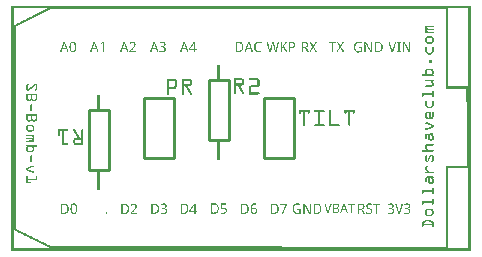
<source format=gto>
G04 MADE WITH FRITZING*
G04 WWW.FRITZING.ORG*
G04 DOUBLE SIDED*
G04 HOLES PLATED*
G04 CONTOUR ON CENTER OF CONTOUR VECTOR*
%ASAXBY*%
%FSLAX23Y23*%
%MOIN*%
%OFA0B0*%
%SFA1.0B1.0*%
%ADD10C,0.010000*%
%ADD11R,0.001000X0.001000*%
%LNSILK1*%
G90*
G70*
G54D10*
X441Y512D02*
X441Y312D01*
D02*
X441Y312D02*
X541Y312D01*
D02*
X541Y312D02*
X541Y512D01*
D02*
X541Y512D02*
X441Y512D01*
D02*
X658Y371D02*
X658Y571D01*
D02*
X658Y571D02*
X724Y571D01*
D02*
X724Y571D02*
X724Y371D01*
D02*
X724Y371D02*
X658Y371D01*
D02*
X258Y271D02*
X258Y471D01*
D02*
X258Y471D02*
X324Y471D01*
D02*
X324Y471D02*
X324Y271D01*
D02*
X324Y271D02*
X258Y271D01*
D02*
X841Y512D02*
X841Y312D01*
D02*
X841Y312D02*
X941Y312D01*
D02*
X941Y312D02*
X941Y512D01*
D02*
X941Y512D02*
X841Y512D01*
G54D11*
X0Y817D02*
X1530Y817D01*
X0Y816D02*
X1530Y816D01*
X0Y815D02*
X1530Y815D01*
X0Y814D02*
X1530Y814D01*
X0Y813D02*
X1530Y813D01*
X0Y812D02*
X1530Y812D01*
X0Y811D02*
X1530Y811D01*
X0Y810D02*
X1530Y810D01*
X0Y809D02*
X7Y809D01*
X118Y809D02*
X1454Y809D01*
X1523Y809D02*
X1530Y809D01*
X0Y808D02*
X7Y808D01*
X116Y808D02*
X903Y808D01*
X1448Y808D02*
X1454Y808D01*
X1523Y808D02*
X1530Y808D01*
X0Y807D02*
X7Y807D01*
X114Y807D02*
X241Y807D01*
X1448Y807D02*
X1454Y807D01*
X1523Y807D02*
X1530Y807D01*
X0Y806D02*
X7Y806D01*
X112Y806D02*
X126Y806D01*
X1448Y806D02*
X1454Y806D01*
X1523Y806D02*
X1530Y806D01*
X0Y805D02*
X7Y805D01*
X110Y805D02*
X124Y805D01*
X1448Y805D02*
X1454Y805D01*
X1523Y805D02*
X1530Y805D01*
X0Y804D02*
X7Y804D01*
X108Y804D02*
X122Y804D01*
X1448Y804D02*
X1454Y804D01*
X1523Y804D02*
X1530Y804D01*
X0Y803D02*
X7Y803D01*
X106Y803D02*
X120Y803D01*
X1448Y803D02*
X1454Y803D01*
X1523Y803D02*
X1530Y803D01*
X0Y802D02*
X7Y802D01*
X104Y802D02*
X118Y802D01*
X1448Y802D02*
X1454Y802D01*
X1523Y802D02*
X1530Y802D01*
X0Y801D02*
X7Y801D01*
X102Y801D02*
X117Y801D01*
X1448Y801D02*
X1454Y801D01*
X1523Y801D02*
X1530Y801D01*
X0Y800D02*
X7Y800D01*
X100Y800D02*
X115Y800D01*
X1448Y800D02*
X1454Y800D01*
X1523Y800D02*
X1530Y800D01*
X0Y799D02*
X7Y799D01*
X98Y799D02*
X113Y799D01*
X1448Y799D02*
X1454Y799D01*
X1523Y799D02*
X1530Y799D01*
X0Y798D02*
X7Y798D01*
X96Y798D02*
X111Y798D01*
X1448Y798D02*
X1454Y798D01*
X1523Y798D02*
X1530Y798D01*
X0Y797D02*
X7Y797D01*
X94Y797D02*
X109Y797D01*
X1448Y797D02*
X1454Y797D01*
X1523Y797D02*
X1530Y797D01*
X0Y796D02*
X7Y796D01*
X92Y796D02*
X107Y796D01*
X1448Y796D02*
X1454Y796D01*
X1523Y796D02*
X1530Y796D01*
X0Y795D02*
X7Y795D01*
X90Y795D02*
X105Y795D01*
X1448Y795D02*
X1454Y795D01*
X1523Y795D02*
X1530Y795D01*
X0Y794D02*
X7Y794D01*
X88Y794D02*
X103Y794D01*
X1448Y794D02*
X1454Y794D01*
X1523Y794D02*
X1530Y794D01*
X0Y793D02*
X7Y793D01*
X86Y793D02*
X101Y793D01*
X1448Y793D02*
X1454Y793D01*
X1523Y793D02*
X1530Y793D01*
X0Y792D02*
X7Y792D01*
X84Y792D02*
X99Y792D01*
X1448Y792D02*
X1454Y792D01*
X1523Y792D02*
X1530Y792D01*
X0Y791D02*
X7Y791D01*
X83Y791D02*
X97Y791D01*
X1448Y791D02*
X1454Y791D01*
X1523Y791D02*
X1530Y791D01*
X0Y790D02*
X7Y790D01*
X81Y790D02*
X95Y790D01*
X1448Y790D02*
X1454Y790D01*
X1523Y790D02*
X1530Y790D01*
X0Y789D02*
X7Y789D01*
X79Y789D02*
X93Y789D01*
X1448Y789D02*
X1454Y789D01*
X1523Y789D02*
X1530Y789D01*
X0Y788D02*
X7Y788D01*
X77Y788D02*
X91Y788D01*
X1448Y788D02*
X1454Y788D01*
X1523Y788D02*
X1530Y788D01*
X0Y787D02*
X7Y787D01*
X75Y787D02*
X89Y787D01*
X1448Y787D02*
X1454Y787D01*
X1523Y787D02*
X1530Y787D01*
X0Y786D02*
X7Y786D01*
X73Y786D02*
X87Y786D01*
X1448Y786D02*
X1454Y786D01*
X1523Y786D02*
X1530Y786D01*
X0Y785D02*
X7Y785D01*
X71Y785D02*
X85Y785D01*
X1448Y785D02*
X1454Y785D01*
X1523Y785D02*
X1530Y785D01*
X0Y784D02*
X7Y784D01*
X69Y784D02*
X83Y784D01*
X1448Y784D02*
X1454Y784D01*
X1523Y784D02*
X1530Y784D01*
X0Y783D02*
X7Y783D01*
X67Y783D02*
X81Y783D01*
X1448Y783D02*
X1454Y783D01*
X1523Y783D02*
X1530Y783D01*
X0Y782D02*
X7Y782D01*
X65Y782D02*
X79Y782D01*
X1448Y782D02*
X1454Y782D01*
X1523Y782D02*
X1530Y782D01*
X0Y781D02*
X7Y781D01*
X63Y781D02*
X77Y781D01*
X1448Y781D02*
X1454Y781D01*
X1523Y781D02*
X1530Y781D01*
X0Y780D02*
X7Y780D01*
X61Y780D02*
X75Y780D01*
X1448Y780D02*
X1454Y780D01*
X1523Y780D02*
X1530Y780D01*
X0Y779D02*
X7Y779D01*
X59Y779D02*
X73Y779D01*
X1448Y779D02*
X1454Y779D01*
X1523Y779D02*
X1530Y779D01*
X0Y778D02*
X7Y778D01*
X57Y778D02*
X71Y778D01*
X1448Y778D02*
X1454Y778D01*
X1523Y778D02*
X1530Y778D01*
X0Y777D02*
X7Y777D01*
X55Y777D02*
X69Y777D01*
X1448Y777D02*
X1454Y777D01*
X1523Y777D02*
X1530Y777D01*
X0Y776D02*
X7Y776D01*
X53Y776D02*
X67Y776D01*
X1448Y776D02*
X1454Y776D01*
X1523Y776D02*
X1530Y776D01*
X0Y775D02*
X7Y775D01*
X51Y775D02*
X65Y775D01*
X1448Y775D02*
X1454Y775D01*
X1523Y775D02*
X1530Y775D01*
X0Y774D02*
X7Y774D01*
X49Y774D02*
X63Y774D01*
X1448Y774D02*
X1454Y774D01*
X1523Y774D02*
X1530Y774D01*
X0Y773D02*
X7Y773D01*
X47Y773D02*
X61Y773D01*
X1448Y773D02*
X1454Y773D01*
X1523Y773D02*
X1530Y773D01*
X0Y772D02*
X7Y772D01*
X45Y772D02*
X59Y772D01*
X1448Y772D02*
X1454Y772D01*
X1523Y772D02*
X1530Y772D01*
X0Y771D02*
X7Y771D01*
X43Y771D02*
X57Y771D01*
X1448Y771D02*
X1454Y771D01*
X1523Y771D02*
X1530Y771D01*
X0Y770D02*
X7Y770D01*
X41Y770D02*
X56Y770D01*
X1448Y770D02*
X1454Y770D01*
X1523Y770D02*
X1530Y770D01*
X0Y769D02*
X7Y769D01*
X39Y769D02*
X54Y769D01*
X1448Y769D02*
X1454Y769D01*
X1523Y769D02*
X1530Y769D01*
X0Y768D02*
X7Y768D01*
X37Y768D02*
X52Y768D01*
X1448Y768D02*
X1454Y768D01*
X1523Y768D02*
X1530Y768D01*
X0Y767D02*
X7Y767D01*
X35Y767D02*
X50Y767D01*
X1448Y767D02*
X1454Y767D01*
X1523Y767D02*
X1530Y767D01*
X0Y766D02*
X7Y766D01*
X33Y766D02*
X48Y766D01*
X1448Y766D02*
X1454Y766D01*
X1523Y766D02*
X1530Y766D01*
X0Y765D02*
X7Y765D01*
X31Y765D02*
X46Y765D01*
X1448Y765D02*
X1454Y765D01*
X1523Y765D02*
X1530Y765D01*
X0Y764D02*
X7Y764D01*
X29Y764D02*
X44Y764D01*
X1448Y764D02*
X1454Y764D01*
X1523Y764D02*
X1530Y764D01*
X0Y763D02*
X7Y763D01*
X27Y763D02*
X42Y763D01*
X1448Y763D02*
X1454Y763D01*
X1523Y763D02*
X1530Y763D01*
X0Y762D02*
X7Y762D01*
X25Y762D02*
X40Y762D01*
X1448Y762D02*
X1454Y762D01*
X1523Y762D02*
X1530Y762D01*
X0Y761D02*
X7Y761D01*
X23Y761D02*
X38Y761D01*
X1448Y761D02*
X1454Y761D01*
X1523Y761D02*
X1530Y761D01*
X0Y760D02*
X7Y760D01*
X22Y760D02*
X36Y760D01*
X1448Y760D02*
X1454Y760D01*
X1523Y760D02*
X1530Y760D01*
X0Y759D02*
X7Y759D01*
X20Y759D02*
X34Y759D01*
X1448Y759D02*
X1454Y759D01*
X1523Y759D02*
X1530Y759D01*
X0Y758D02*
X7Y758D01*
X18Y758D02*
X32Y758D01*
X1448Y758D02*
X1454Y758D01*
X1523Y758D02*
X1530Y758D01*
X0Y757D02*
X7Y757D01*
X16Y757D02*
X30Y757D01*
X1448Y757D02*
X1454Y757D01*
X1523Y757D02*
X1530Y757D01*
X0Y756D02*
X7Y756D01*
X14Y756D02*
X28Y756D01*
X1448Y756D02*
X1454Y756D01*
X1523Y756D02*
X1530Y756D01*
X0Y755D02*
X7Y755D01*
X12Y755D02*
X26Y755D01*
X1448Y755D02*
X1454Y755D01*
X1523Y755D02*
X1530Y755D01*
X0Y754D02*
X7Y754D01*
X10Y754D02*
X24Y754D01*
X1448Y754D02*
X1454Y754D01*
X1523Y754D02*
X1530Y754D01*
X0Y753D02*
X7Y753D01*
X9Y753D02*
X22Y753D01*
X1448Y753D02*
X1454Y753D01*
X1523Y753D02*
X1530Y753D01*
X0Y752D02*
X7Y752D01*
X9Y752D02*
X20Y752D01*
X1384Y752D02*
X1406Y752D01*
X1448Y752D02*
X1454Y752D01*
X1523Y752D02*
X1530Y752D01*
X0Y751D02*
X7Y751D01*
X9Y751D02*
X18Y751D01*
X1382Y751D02*
X1406Y751D01*
X1448Y751D02*
X1454Y751D01*
X1523Y751D02*
X1530Y751D01*
X0Y750D02*
X7Y750D01*
X9Y750D02*
X16Y750D01*
X1381Y750D02*
X1406Y750D01*
X1448Y750D02*
X1454Y750D01*
X1523Y750D02*
X1530Y750D01*
X0Y749D02*
X7Y749D01*
X9Y749D02*
X15Y749D01*
X1380Y749D02*
X1406Y749D01*
X1448Y749D02*
X1454Y749D01*
X1523Y749D02*
X1530Y749D01*
X0Y748D02*
X7Y748D01*
X9Y748D02*
X15Y748D01*
X1380Y748D02*
X1405Y748D01*
X1448Y748D02*
X1454Y748D01*
X1523Y748D02*
X1530Y748D01*
X0Y747D02*
X7Y747D01*
X9Y747D02*
X15Y747D01*
X1379Y747D02*
X1384Y747D01*
X1448Y747D02*
X1454Y747D01*
X1523Y747D02*
X1530Y747D01*
X0Y746D02*
X7Y746D01*
X9Y746D02*
X15Y746D01*
X1379Y746D02*
X1383Y746D01*
X1448Y746D02*
X1454Y746D01*
X1523Y746D02*
X1530Y746D01*
X0Y745D02*
X7Y745D01*
X9Y745D02*
X15Y745D01*
X1379Y745D02*
X1384Y745D01*
X1448Y745D02*
X1454Y745D01*
X1523Y745D02*
X1530Y745D01*
X0Y744D02*
X7Y744D01*
X9Y744D02*
X15Y744D01*
X1380Y744D02*
X1385Y744D01*
X1448Y744D02*
X1454Y744D01*
X1523Y744D02*
X1530Y744D01*
X0Y743D02*
X7Y743D01*
X9Y743D02*
X15Y743D01*
X1380Y743D02*
X1386Y743D01*
X1448Y743D02*
X1454Y743D01*
X1523Y743D02*
X1530Y743D01*
X0Y742D02*
X7Y742D01*
X9Y742D02*
X15Y742D01*
X1381Y742D02*
X1405Y742D01*
X1448Y742D02*
X1454Y742D01*
X1523Y742D02*
X1530Y742D01*
X0Y741D02*
X7Y741D01*
X9Y741D02*
X15Y741D01*
X1381Y741D02*
X1406Y741D01*
X1448Y741D02*
X1454Y741D01*
X1523Y741D02*
X1530Y741D01*
X0Y740D02*
X7Y740D01*
X9Y740D02*
X15Y740D01*
X1380Y740D02*
X1406Y740D01*
X1448Y740D02*
X1454Y740D01*
X1523Y740D02*
X1530Y740D01*
X0Y739D02*
X7Y739D01*
X9Y739D02*
X15Y739D01*
X1380Y739D02*
X1406Y739D01*
X1448Y739D02*
X1454Y739D01*
X1523Y739D02*
X1530Y739D01*
X0Y738D02*
X7Y738D01*
X9Y738D02*
X15Y738D01*
X1379Y738D02*
X1405Y738D01*
X1448Y738D02*
X1454Y738D01*
X1523Y738D02*
X1530Y738D01*
X0Y737D02*
X7Y737D01*
X9Y737D02*
X15Y737D01*
X1379Y737D02*
X1383Y737D01*
X1448Y737D02*
X1454Y737D01*
X1523Y737D02*
X1530Y737D01*
X0Y736D02*
X7Y736D01*
X9Y736D02*
X15Y736D01*
X1379Y736D02*
X1383Y736D01*
X1448Y736D02*
X1454Y736D01*
X1523Y736D02*
X1530Y736D01*
X0Y735D02*
X7Y735D01*
X9Y735D02*
X15Y735D01*
X1379Y735D02*
X1384Y735D01*
X1448Y735D02*
X1454Y735D01*
X1523Y735D02*
X1530Y735D01*
X0Y734D02*
X7Y734D01*
X9Y734D02*
X15Y734D01*
X1380Y734D02*
X1385Y734D01*
X1448Y734D02*
X1454Y734D01*
X1523Y734D02*
X1530Y734D01*
X0Y733D02*
X7Y733D01*
X9Y733D02*
X15Y733D01*
X1380Y733D02*
X1386Y733D01*
X1448Y733D02*
X1454Y733D01*
X1523Y733D02*
X1530Y733D01*
X0Y732D02*
X7Y732D01*
X9Y732D02*
X15Y732D01*
X1380Y732D02*
X1405Y732D01*
X1448Y732D02*
X1454Y732D01*
X1523Y732D02*
X1530Y732D01*
X0Y731D02*
X7Y731D01*
X9Y731D02*
X15Y731D01*
X1379Y731D02*
X1406Y731D01*
X1448Y731D02*
X1454Y731D01*
X1523Y731D02*
X1530Y731D01*
X0Y730D02*
X7Y730D01*
X9Y730D02*
X15Y730D01*
X1379Y730D02*
X1406Y730D01*
X1448Y730D02*
X1454Y730D01*
X1523Y730D02*
X1530Y730D01*
X0Y729D02*
X7Y729D01*
X9Y729D02*
X15Y729D01*
X1379Y729D02*
X1406Y729D01*
X1448Y729D02*
X1454Y729D01*
X1523Y729D02*
X1530Y729D01*
X0Y728D02*
X7Y728D01*
X9Y728D02*
X15Y728D01*
X1380Y728D02*
X1405Y728D01*
X1448Y728D02*
X1454Y728D01*
X1523Y728D02*
X1530Y728D01*
X0Y727D02*
X7Y727D01*
X9Y727D02*
X15Y727D01*
X1448Y727D02*
X1454Y727D01*
X1523Y727D02*
X1530Y727D01*
X0Y726D02*
X7Y726D01*
X9Y726D02*
X15Y726D01*
X1448Y726D02*
X1454Y726D01*
X1523Y726D02*
X1530Y726D01*
X0Y725D02*
X7Y725D01*
X9Y725D02*
X15Y725D01*
X1448Y725D02*
X1454Y725D01*
X1523Y725D02*
X1530Y725D01*
X0Y724D02*
X7Y724D01*
X9Y724D02*
X15Y724D01*
X1448Y724D02*
X1454Y724D01*
X1523Y724D02*
X1530Y724D01*
X0Y723D02*
X7Y723D01*
X9Y723D02*
X15Y723D01*
X1448Y723D02*
X1454Y723D01*
X1523Y723D02*
X1530Y723D01*
X0Y722D02*
X7Y722D01*
X9Y722D02*
X15Y722D01*
X1448Y722D02*
X1454Y722D01*
X1523Y722D02*
X1530Y722D01*
X0Y721D02*
X7Y721D01*
X9Y721D02*
X15Y721D01*
X1448Y721D02*
X1454Y721D01*
X1523Y721D02*
X1530Y721D01*
X0Y720D02*
X7Y720D01*
X9Y720D02*
X15Y720D01*
X1448Y720D02*
X1454Y720D01*
X1523Y720D02*
X1530Y720D01*
X0Y719D02*
X7Y719D01*
X9Y719D02*
X15Y719D01*
X1448Y719D02*
X1454Y719D01*
X1523Y719D02*
X1530Y719D01*
X0Y718D02*
X7Y718D01*
X9Y718D02*
X15Y718D01*
X1448Y718D02*
X1454Y718D01*
X1523Y718D02*
X1530Y718D01*
X0Y717D02*
X7Y717D01*
X9Y717D02*
X15Y717D01*
X1448Y717D02*
X1454Y717D01*
X1523Y717D02*
X1530Y717D01*
X0Y716D02*
X7Y716D01*
X9Y716D02*
X15Y716D01*
X1385Y716D02*
X1400Y716D01*
X1448Y716D02*
X1454Y716D01*
X1523Y716D02*
X1530Y716D01*
X0Y715D02*
X7Y715D01*
X9Y715D02*
X15Y715D01*
X1384Y715D02*
X1402Y715D01*
X1448Y715D02*
X1454Y715D01*
X1523Y715D02*
X1530Y715D01*
X0Y714D02*
X7Y714D01*
X9Y714D02*
X15Y714D01*
X1382Y714D02*
X1403Y714D01*
X1448Y714D02*
X1454Y714D01*
X1523Y714D02*
X1530Y714D01*
X0Y713D02*
X7Y713D01*
X9Y713D02*
X15Y713D01*
X1382Y713D02*
X1404Y713D01*
X1448Y713D02*
X1454Y713D01*
X1523Y713D02*
X1530Y713D01*
X0Y712D02*
X7Y712D01*
X9Y712D02*
X15Y712D01*
X1381Y712D02*
X1405Y712D01*
X1448Y712D02*
X1454Y712D01*
X1523Y712D02*
X1530Y712D01*
X0Y711D02*
X7Y711D01*
X9Y711D02*
X15Y711D01*
X1380Y711D02*
X1386Y711D01*
X1400Y711D02*
X1405Y711D01*
X1448Y711D02*
X1454Y711D01*
X1523Y711D02*
X1530Y711D01*
X0Y710D02*
X7Y710D01*
X9Y710D02*
X15Y710D01*
X1380Y710D02*
X1384Y710D01*
X1401Y710D02*
X1406Y710D01*
X1448Y710D02*
X1454Y710D01*
X1523Y710D02*
X1530Y710D01*
X0Y709D02*
X7Y709D01*
X9Y709D02*
X15Y709D01*
X1379Y709D02*
X1384Y709D01*
X1402Y709D02*
X1406Y709D01*
X1448Y709D02*
X1454Y709D01*
X1523Y709D02*
X1530Y709D01*
X0Y708D02*
X7Y708D01*
X9Y708D02*
X15Y708D01*
X1379Y708D02*
X1383Y708D01*
X1402Y708D02*
X1406Y708D01*
X1448Y708D02*
X1454Y708D01*
X1523Y708D02*
X1530Y708D01*
X0Y707D02*
X7Y707D01*
X9Y707D02*
X15Y707D01*
X1379Y707D02*
X1383Y707D01*
X1402Y707D02*
X1406Y707D01*
X1448Y707D02*
X1454Y707D01*
X1523Y707D02*
X1530Y707D01*
X0Y706D02*
X7Y706D01*
X9Y706D02*
X15Y706D01*
X1379Y706D02*
X1383Y706D01*
X1402Y706D02*
X1406Y706D01*
X1448Y706D02*
X1454Y706D01*
X1523Y706D02*
X1530Y706D01*
X0Y705D02*
X7Y705D01*
X9Y705D02*
X15Y705D01*
X1379Y705D02*
X1383Y705D01*
X1402Y705D02*
X1406Y705D01*
X1448Y705D02*
X1454Y705D01*
X1523Y705D02*
X1530Y705D01*
X0Y704D02*
X7Y704D01*
X9Y704D02*
X15Y704D01*
X1379Y704D02*
X1383Y704D01*
X1402Y704D02*
X1406Y704D01*
X1448Y704D02*
X1454Y704D01*
X1523Y704D02*
X1530Y704D01*
X0Y703D02*
X7Y703D01*
X9Y703D02*
X15Y703D01*
X1379Y703D02*
X1383Y703D01*
X1402Y703D02*
X1406Y703D01*
X1448Y703D02*
X1454Y703D01*
X1523Y703D02*
X1530Y703D01*
X0Y702D02*
X7Y702D01*
X9Y702D02*
X15Y702D01*
X1379Y702D02*
X1383Y702D01*
X1402Y702D02*
X1406Y702D01*
X1448Y702D02*
X1454Y702D01*
X1523Y702D02*
X1530Y702D01*
X0Y701D02*
X7Y701D01*
X9Y701D02*
X15Y701D01*
X1379Y701D02*
X1383Y701D01*
X1402Y701D02*
X1406Y701D01*
X1448Y701D02*
X1454Y701D01*
X1523Y701D02*
X1530Y701D01*
X0Y700D02*
X7Y700D01*
X9Y700D02*
X15Y700D01*
X1379Y700D02*
X1383Y700D01*
X1402Y700D02*
X1406Y700D01*
X1448Y700D02*
X1454Y700D01*
X1523Y700D02*
X1530Y700D01*
X0Y699D02*
X7Y699D01*
X9Y699D02*
X15Y699D01*
X1379Y699D02*
X1384Y699D01*
X1401Y699D02*
X1406Y699D01*
X1448Y699D02*
X1454Y699D01*
X1523Y699D02*
X1530Y699D01*
X0Y698D02*
X7Y698D01*
X9Y698D02*
X15Y698D01*
X174Y698D02*
X177Y698D01*
X201Y698D02*
X207Y698D01*
X274Y698D02*
X277Y698D01*
X304Y698D02*
X307Y698D01*
X374Y698D02*
X377Y698D01*
X400Y698D02*
X408Y698D01*
X474Y698D02*
X477Y698D01*
X499Y698D02*
X508Y698D01*
X574Y698D02*
X577Y698D01*
X607Y698D02*
X611Y698D01*
X712Y698D02*
X712Y698D01*
X748Y698D02*
X759Y698D01*
X789Y698D02*
X792Y698D01*
X820Y698D02*
X830Y698D01*
X850Y698D02*
X854Y698D01*
X869Y698D02*
X873Y698D01*
X887Y698D02*
X891Y698D01*
X897Y698D02*
X901Y698D01*
X915Y698D02*
X919Y698D01*
X925Y698D02*
X937Y698D01*
X969Y698D02*
X980Y698D01*
X993Y698D02*
X997Y698D01*
X1014Y698D02*
X1017Y698D01*
X1058Y698D02*
X1081Y698D01*
X1084Y698D02*
X1087Y698D01*
X1104Y698D02*
X1108Y698D01*
X1152Y698D02*
X1163Y698D01*
X1176Y698D02*
X1181Y698D01*
X1198Y698D02*
X1201Y698D01*
X1212Y698D02*
X1223Y698D01*
X1256Y698D02*
X1259Y698D01*
X1279Y698D02*
X1282Y698D01*
X1285Y698D02*
X1297Y698D01*
X1304Y698D02*
X1309Y698D01*
X1326Y698D02*
X1329Y698D01*
X1380Y698D02*
X1385Y698D01*
X1400Y698D02*
X1406Y698D01*
X1448Y698D02*
X1454Y698D01*
X1523Y698D02*
X1530Y698D01*
X0Y697D02*
X7Y697D01*
X9Y697D02*
X15Y697D01*
X174Y697D02*
X178Y697D01*
X199Y697D02*
X209Y697D01*
X274Y697D02*
X278Y697D01*
X302Y697D02*
X307Y697D01*
X374Y697D02*
X378Y697D01*
X397Y697D02*
X409Y697D01*
X474Y697D02*
X478Y697D01*
X496Y697D02*
X509Y697D01*
X574Y697D02*
X578Y697D01*
X606Y697D02*
X611Y697D01*
X748Y697D02*
X764Y697D01*
X788Y697D02*
X793Y697D01*
X817Y697D02*
X832Y697D01*
X850Y697D02*
X854Y697D01*
X869Y697D02*
X873Y697D01*
X887Y697D02*
X891Y697D01*
X897Y697D02*
X901Y697D01*
X914Y697D02*
X918Y697D01*
X925Y697D02*
X940Y697D01*
X969Y697D02*
X983Y697D01*
X994Y697D02*
X998Y697D01*
X1013Y697D02*
X1016Y697D01*
X1058Y697D02*
X1081Y697D01*
X1085Y697D02*
X1088Y697D01*
X1103Y697D02*
X1107Y697D01*
X1150Y697D02*
X1165Y697D01*
X1176Y697D02*
X1182Y697D01*
X1198Y697D02*
X1201Y697D01*
X1212Y697D02*
X1228Y697D01*
X1256Y697D02*
X1259Y697D01*
X1278Y697D02*
X1281Y697D01*
X1285Y697D02*
X1297Y697D01*
X1304Y697D02*
X1310Y697D01*
X1326Y697D02*
X1329Y697D01*
X1380Y697D02*
X1386Y697D01*
X1399Y697D02*
X1405Y697D01*
X1448Y697D02*
X1454Y697D01*
X1523Y697D02*
X1530Y697D01*
X0Y696D02*
X7Y696D01*
X9Y696D02*
X15Y696D01*
X173Y696D02*
X178Y696D01*
X198Y696D02*
X210Y696D01*
X273Y696D02*
X278Y696D01*
X301Y696D02*
X307Y696D01*
X373Y696D02*
X378Y696D01*
X396Y696D02*
X410Y696D01*
X473Y696D02*
X478Y696D01*
X494Y696D02*
X510Y696D01*
X573Y696D02*
X578Y696D01*
X605Y696D02*
X611Y696D01*
X748Y696D02*
X766Y696D01*
X788Y696D02*
X793Y696D01*
X815Y696D02*
X833Y696D01*
X851Y696D02*
X855Y696D01*
X868Y696D02*
X874Y696D01*
X887Y696D02*
X890Y696D01*
X897Y696D02*
X901Y696D01*
X913Y696D02*
X917Y696D01*
X925Y696D02*
X941Y696D01*
X969Y696D02*
X984Y696D01*
X994Y696D02*
X998Y696D01*
X1012Y696D02*
X1016Y696D01*
X1058Y696D02*
X1081Y696D01*
X1085Y696D02*
X1088Y696D01*
X1102Y696D02*
X1106Y696D01*
X1148Y696D02*
X1167Y696D01*
X1176Y696D02*
X1182Y696D01*
X1198Y696D02*
X1201Y696D01*
X1212Y696D02*
X1229Y696D01*
X1257Y696D02*
X1260Y696D01*
X1278Y696D02*
X1281Y696D01*
X1285Y696D02*
X1297Y696D01*
X1304Y696D02*
X1310Y696D01*
X1326Y696D02*
X1329Y696D01*
X1381Y696D02*
X1404Y696D01*
X1448Y696D02*
X1454Y696D01*
X1523Y696D02*
X1530Y696D01*
X0Y695D02*
X7Y695D01*
X9Y695D02*
X15Y695D01*
X173Y695D02*
X178Y695D01*
X197Y695D02*
X202Y695D01*
X206Y695D02*
X212Y695D01*
X273Y695D02*
X278Y695D01*
X300Y695D02*
X307Y695D01*
X373Y695D02*
X378Y695D01*
X394Y695D02*
X401Y695D01*
X405Y695D02*
X411Y695D01*
X473Y695D02*
X478Y695D01*
X493Y695D02*
X500Y695D01*
X504Y695D02*
X511Y695D01*
X573Y695D02*
X578Y695D01*
X605Y695D02*
X611Y695D01*
X748Y695D02*
X767Y695D01*
X788Y695D02*
X793Y695D01*
X814Y695D02*
X832Y695D01*
X851Y695D02*
X855Y695D01*
X868Y695D02*
X874Y695D01*
X886Y695D02*
X890Y695D01*
X897Y695D02*
X901Y695D01*
X913Y695D02*
X916Y695D01*
X925Y695D02*
X942Y695D01*
X969Y695D02*
X985Y695D01*
X995Y695D02*
X999Y695D01*
X1012Y695D02*
X1015Y695D01*
X1058Y695D02*
X1081Y695D01*
X1086Y695D02*
X1089Y695D01*
X1102Y695D02*
X1106Y695D01*
X1147Y695D02*
X1166Y695D01*
X1176Y695D02*
X1183Y695D01*
X1198Y695D02*
X1201Y695D01*
X1212Y695D02*
X1231Y695D01*
X1257Y695D02*
X1260Y695D01*
X1278Y695D02*
X1281Y695D01*
X1289Y695D02*
X1293Y695D01*
X1304Y695D02*
X1311Y695D01*
X1326Y695D02*
X1329Y695D01*
X1382Y695D02*
X1403Y695D01*
X1448Y695D02*
X1454Y695D01*
X1523Y695D02*
X1530Y695D01*
X0Y694D02*
X7Y694D01*
X9Y694D02*
X15Y694D01*
X173Y694D02*
X179Y694D01*
X196Y694D02*
X200Y694D01*
X208Y694D02*
X212Y694D01*
X272Y694D02*
X279Y694D01*
X298Y694D02*
X307Y694D01*
X372Y694D02*
X379Y694D01*
X394Y694D02*
X398Y694D01*
X407Y694D02*
X412Y694D01*
X472Y694D02*
X479Y694D01*
X494Y694D02*
X497Y694D01*
X507Y694D02*
X512Y694D01*
X572Y694D02*
X579Y694D01*
X604Y694D02*
X611Y694D01*
X748Y694D02*
X751Y694D01*
X760Y694D02*
X768Y694D01*
X787Y694D02*
X794Y694D01*
X813Y694D02*
X820Y694D01*
X830Y694D02*
X831Y694D01*
X851Y694D02*
X855Y694D01*
X868Y694D02*
X874Y694D01*
X886Y694D02*
X890Y694D01*
X897Y694D02*
X901Y694D01*
X912Y694D02*
X915Y694D01*
X925Y694D02*
X929Y694D01*
X936Y694D02*
X943Y694D01*
X969Y694D02*
X972Y694D01*
X981Y694D02*
X986Y694D01*
X996Y694D02*
X1000Y694D01*
X1011Y694D02*
X1014Y694D01*
X1068Y694D02*
X1071Y694D01*
X1087Y694D02*
X1090Y694D01*
X1101Y694D02*
X1105Y694D01*
X1146Y694D02*
X1153Y694D01*
X1162Y694D02*
X1166Y694D01*
X1176Y694D02*
X1183Y694D01*
X1198Y694D02*
X1201Y694D01*
X1212Y694D02*
X1215Y694D01*
X1224Y694D02*
X1231Y694D01*
X1257Y694D02*
X1260Y694D01*
X1277Y694D02*
X1280Y694D01*
X1289Y694D02*
X1293Y694D01*
X1304Y694D02*
X1311Y694D01*
X1326Y694D02*
X1329Y694D01*
X1383Y694D02*
X1403Y694D01*
X1448Y694D02*
X1454Y694D01*
X1523Y694D02*
X1530Y694D01*
X0Y693D02*
X7Y693D01*
X9Y693D02*
X15Y693D01*
X172Y693D02*
X179Y693D01*
X195Y693D02*
X199Y693D01*
X209Y693D02*
X213Y693D01*
X272Y693D02*
X279Y693D01*
X297Y693D02*
X302Y693D01*
X304Y693D02*
X307Y693D01*
X372Y693D02*
X379Y693D01*
X395Y693D02*
X397Y693D01*
X408Y693D02*
X412Y693D01*
X472Y693D02*
X479Y693D01*
X495Y693D02*
X495Y693D01*
X508Y693D02*
X512Y693D01*
X572Y693D02*
X579Y693D01*
X604Y693D02*
X606Y693D01*
X608Y693D02*
X611Y693D01*
X748Y693D02*
X751Y693D01*
X763Y693D02*
X768Y693D01*
X787Y693D02*
X794Y693D01*
X813Y693D02*
X818Y693D01*
X851Y693D02*
X855Y693D01*
X868Y693D02*
X874Y693D01*
X886Y693D02*
X890Y693D01*
X897Y693D02*
X901Y693D01*
X911Y693D02*
X915Y693D01*
X925Y693D02*
X929Y693D01*
X939Y693D02*
X944Y693D01*
X969Y693D02*
X972Y693D01*
X983Y693D02*
X987Y693D01*
X996Y693D02*
X1000Y693D01*
X1011Y693D02*
X1014Y693D01*
X1068Y693D02*
X1071Y693D01*
X1087Y693D02*
X1090Y693D01*
X1101Y693D02*
X1105Y693D01*
X1145Y693D02*
X1150Y693D01*
X1165Y693D02*
X1165Y693D01*
X1176Y693D02*
X1184Y693D01*
X1198Y693D02*
X1201Y693D01*
X1212Y693D02*
X1215Y693D01*
X1227Y693D02*
X1232Y693D01*
X1258Y693D02*
X1261Y693D01*
X1277Y693D02*
X1280Y693D01*
X1289Y693D02*
X1293Y693D01*
X1304Y693D02*
X1312Y693D01*
X1326Y693D02*
X1329Y693D01*
X1384Y693D02*
X1401Y693D01*
X1448Y693D02*
X1454Y693D01*
X1523Y693D02*
X1530Y693D01*
X0Y692D02*
X7Y692D01*
X9Y692D02*
X15Y692D01*
X172Y692D02*
X175Y692D01*
X177Y692D02*
X180Y692D01*
X195Y692D02*
X199Y692D01*
X210Y692D02*
X213Y692D01*
X272Y692D02*
X275Y692D01*
X277Y692D02*
X280Y692D01*
X296Y692D02*
X301Y692D01*
X304Y692D02*
X307Y692D01*
X372Y692D02*
X375Y692D01*
X377Y692D02*
X379Y692D01*
X396Y692D02*
X396Y692D01*
X409Y692D02*
X412Y692D01*
X472Y692D02*
X475Y692D01*
X477Y692D02*
X479Y692D01*
X509Y692D02*
X513Y692D01*
X572Y692D02*
X575Y692D01*
X577Y692D02*
X579Y692D01*
X603Y692D02*
X606Y692D01*
X608Y692D02*
X611Y692D01*
X748Y692D02*
X751Y692D01*
X765Y692D02*
X769Y692D01*
X787Y692D02*
X794Y692D01*
X812Y692D02*
X817Y692D01*
X852Y692D02*
X856Y692D01*
X867Y692D02*
X875Y692D01*
X886Y692D02*
X889Y692D01*
X897Y692D02*
X901Y692D01*
X910Y692D02*
X914Y692D01*
X925Y692D02*
X929Y692D01*
X940Y692D02*
X945Y692D01*
X969Y692D02*
X972Y692D01*
X984Y692D02*
X987Y692D01*
X997Y692D02*
X1001Y692D01*
X1010Y692D02*
X1013Y692D01*
X1068Y692D02*
X1071Y692D01*
X1088Y692D02*
X1091Y692D01*
X1100Y692D02*
X1104Y692D01*
X1144Y692D02*
X1149Y692D01*
X1176Y692D02*
X1184Y692D01*
X1198Y692D02*
X1201Y692D01*
X1212Y692D02*
X1215Y692D01*
X1229Y692D02*
X1233Y692D01*
X1258Y692D02*
X1261Y692D01*
X1277Y692D02*
X1280Y692D01*
X1289Y692D02*
X1293Y692D01*
X1304Y692D02*
X1307Y692D01*
X1309Y692D02*
X1312Y692D01*
X1326Y692D02*
X1329Y692D01*
X1387Y692D02*
X1399Y692D01*
X1448Y692D02*
X1454Y692D01*
X1523Y692D02*
X1530Y692D01*
X0Y691D02*
X7Y691D01*
X9Y691D02*
X15Y691D01*
X171Y691D02*
X175Y691D01*
X177Y691D02*
X180Y691D01*
X195Y691D02*
X198Y691D01*
X210Y691D02*
X213Y691D01*
X271Y691D02*
X275Y691D01*
X277Y691D02*
X280Y691D01*
X295Y691D02*
X300Y691D01*
X304Y691D02*
X307Y691D01*
X371Y691D02*
X375Y691D01*
X377Y691D02*
X380Y691D01*
X409Y691D02*
X413Y691D01*
X471Y691D02*
X475Y691D01*
X477Y691D02*
X480Y691D01*
X509Y691D02*
X513Y691D01*
X571Y691D02*
X575Y691D01*
X577Y691D02*
X580Y691D01*
X602Y691D02*
X605Y691D01*
X608Y691D02*
X611Y691D01*
X748Y691D02*
X751Y691D01*
X766Y691D02*
X770Y691D01*
X786Y691D02*
X789Y691D01*
X792Y691D02*
X795Y691D01*
X811Y691D02*
X816Y691D01*
X852Y691D02*
X856Y691D01*
X867Y691D02*
X870Y691D01*
X872Y691D02*
X875Y691D01*
X886Y691D02*
X889Y691D01*
X897Y691D02*
X901Y691D01*
X910Y691D02*
X913Y691D01*
X925Y691D02*
X929Y691D01*
X941Y691D02*
X945Y691D01*
X969Y691D02*
X972Y691D01*
X984Y691D02*
X988Y691D01*
X997Y691D02*
X1002Y691D01*
X1009Y691D02*
X1013Y691D01*
X1068Y691D02*
X1071Y691D01*
X1088Y691D02*
X1091Y691D01*
X1099Y691D02*
X1104Y691D01*
X1143Y691D02*
X1148Y691D01*
X1176Y691D02*
X1179Y691D01*
X1181Y691D02*
X1185Y691D01*
X1198Y691D02*
X1201Y691D01*
X1212Y691D02*
X1215Y691D01*
X1230Y691D02*
X1234Y691D01*
X1258Y691D02*
X1261Y691D01*
X1276Y691D02*
X1280Y691D01*
X1289Y691D02*
X1293Y691D01*
X1304Y691D02*
X1307Y691D01*
X1310Y691D02*
X1313Y691D01*
X1326Y691D02*
X1329Y691D01*
X1448Y691D02*
X1454Y691D01*
X1523Y691D02*
X1530Y691D01*
X0Y690D02*
X7Y690D01*
X9Y690D02*
X15Y690D01*
X171Y690D02*
X174Y690D01*
X177Y690D02*
X180Y690D01*
X194Y690D02*
X198Y690D01*
X210Y690D02*
X214Y690D01*
X271Y690D02*
X274Y690D01*
X277Y690D02*
X280Y690D01*
X296Y690D02*
X298Y690D01*
X304Y690D02*
X307Y690D01*
X371Y690D02*
X374Y690D01*
X377Y690D02*
X380Y690D01*
X409Y690D02*
X413Y690D01*
X471Y690D02*
X474Y690D01*
X477Y690D02*
X480Y690D01*
X509Y690D02*
X513Y690D01*
X571Y690D02*
X574Y690D01*
X577Y690D02*
X580Y690D01*
X602Y690D02*
X605Y690D01*
X608Y690D02*
X611Y690D01*
X748Y690D02*
X751Y690D01*
X767Y690D02*
X770Y690D01*
X786Y690D02*
X789Y690D01*
X792Y690D02*
X795Y690D01*
X811Y690D02*
X815Y690D01*
X852Y690D02*
X856Y690D01*
X867Y690D02*
X870Y690D01*
X872Y690D02*
X875Y690D01*
X885Y690D02*
X889Y690D01*
X897Y690D02*
X901Y690D01*
X909Y690D02*
X912Y690D01*
X925Y690D02*
X929Y690D01*
X942Y690D02*
X945Y690D01*
X969Y690D02*
X972Y690D01*
X985Y690D02*
X988Y690D01*
X998Y690D02*
X1002Y690D01*
X1009Y690D02*
X1012Y690D01*
X1068Y690D02*
X1071Y690D01*
X1089Y690D02*
X1092Y690D01*
X1099Y690D02*
X1103Y690D01*
X1143Y690D02*
X1147Y690D01*
X1176Y690D02*
X1179Y690D01*
X1181Y690D02*
X1186Y690D01*
X1198Y690D02*
X1201Y690D01*
X1212Y690D02*
X1215Y690D01*
X1231Y690D02*
X1234Y690D01*
X1259Y690D02*
X1262Y690D01*
X1276Y690D02*
X1279Y690D01*
X1289Y690D02*
X1293Y690D01*
X1304Y690D02*
X1307Y690D01*
X1310Y690D02*
X1314Y690D01*
X1326Y690D02*
X1329Y690D01*
X1448Y690D02*
X1454Y690D01*
X1523Y690D02*
X1530Y690D01*
X0Y689D02*
X7Y689D01*
X9Y689D02*
X15Y689D01*
X171Y689D02*
X174Y689D01*
X178Y689D02*
X181Y689D01*
X194Y689D02*
X198Y689D01*
X210Y689D02*
X214Y689D01*
X271Y689D02*
X274Y689D01*
X278Y689D02*
X281Y689D01*
X297Y689D02*
X297Y689D01*
X304Y689D02*
X307Y689D01*
X371Y689D02*
X374Y689D01*
X378Y689D02*
X381Y689D01*
X409Y689D02*
X413Y689D01*
X471Y689D02*
X474Y689D01*
X477Y689D02*
X481Y689D01*
X509Y689D02*
X513Y689D01*
X571Y689D02*
X574Y689D01*
X577Y689D02*
X581Y689D01*
X601Y689D02*
X605Y689D01*
X608Y689D02*
X611Y689D01*
X748Y689D02*
X751Y689D01*
X767Y689D02*
X771Y689D01*
X785Y689D02*
X789Y689D01*
X792Y689D02*
X796Y689D01*
X810Y689D02*
X815Y689D01*
X852Y689D02*
X856Y689D01*
X867Y689D02*
X869Y689D01*
X872Y689D02*
X875Y689D01*
X885Y689D02*
X889Y689D01*
X897Y689D02*
X901Y689D01*
X908Y689D02*
X911Y689D01*
X925Y689D02*
X929Y689D01*
X942Y689D02*
X945Y689D01*
X969Y689D02*
X972Y689D01*
X985Y689D02*
X988Y689D01*
X998Y689D02*
X1003Y689D01*
X1008Y689D02*
X1011Y689D01*
X1068Y689D02*
X1071Y689D01*
X1089Y689D02*
X1093Y689D01*
X1098Y689D02*
X1102Y689D01*
X1142Y689D02*
X1147Y689D01*
X1176Y689D02*
X1179Y689D01*
X1182Y689D02*
X1186Y689D01*
X1198Y689D02*
X1201Y689D01*
X1212Y689D02*
X1215Y689D01*
X1231Y689D02*
X1235Y689D01*
X1259Y689D02*
X1262Y689D01*
X1276Y689D02*
X1279Y689D01*
X1289Y689D02*
X1293Y689D01*
X1304Y689D02*
X1308Y689D01*
X1311Y689D02*
X1314Y689D01*
X1326Y689D02*
X1329Y689D01*
X1448Y689D02*
X1454Y689D01*
X1523Y689D02*
X1530Y689D01*
X0Y688D02*
X7Y688D01*
X9Y688D02*
X15Y688D01*
X170Y688D02*
X174Y688D01*
X178Y688D02*
X181Y688D01*
X194Y688D02*
X197Y688D01*
X211Y688D02*
X214Y688D01*
X270Y688D02*
X274Y688D01*
X278Y688D02*
X281Y688D01*
X304Y688D02*
X307Y688D01*
X370Y688D02*
X374Y688D01*
X378Y688D02*
X381Y688D01*
X409Y688D02*
X413Y688D01*
X470Y688D02*
X474Y688D01*
X478Y688D02*
X481Y688D01*
X509Y688D02*
X513Y688D01*
X570Y688D02*
X574Y688D01*
X578Y688D02*
X581Y688D01*
X600Y688D02*
X604Y688D01*
X608Y688D02*
X611Y688D01*
X748Y688D02*
X751Y688D01*
X768Y688D02*
X771Y688D01*
X785Y688D02*
X789Y688D01*
X793Y688D02*
X796Y688D01*
X810Y688D02*
X814Y688D01*
X853Y688D02*
X856Y688D01*
X866Y688D02*
X869Y688D01*
X872Y688D02*
X875Y688D01*
X885Y688D02*
X888Y688D01*
X897Y688D02*
X901Y688D01*
X908Y688D02*
X911Y688D01*
X925Y688D02*
X929Y688D01*
X942Y688D02*
X945Y688D01*
X969Y688D02*
X972Y688D01*
X985Y688D02*
X988Y688D01*
X999Y688D02*
X1003Y688D01*
X1008Y688D02*
X1011Y688D01*
X1068Y688D02*
X1071Y688D01*
X1090Y688D02*
X1093Y688D01*
X1097Y688D02*
X1102Y688D01*
X1142Y688D02*
X1146Y688D01*
X1176Y688D02*
X1180Y688D01*
X1182Y688D02*
X1187Y688D01*
X1198Y688D02*
X1201Y688D01*
X1212Y688D02*
X1215Y688D01*
X1231Y688D02*
X1235Y688D01*
X1259Y688D02*
X1262Y688D01*
X1276Y688D02*
X1279Y688D01*
X1289Y688D02*
X1293Y688D01*
X1304Y688D02*
X1308Y688D01*
X1311Y688D02*
X1315Y688D01*
X1326Y688D02*
X1329Y688D01*
X1448Y688D02*
X1454Y688D01*
X1523Y688D02*
X1530Y688D01*
X0Y687D02*
X7Y687D01*
X9Y687D02*
X15Y687D01*
X170Y687D02*
X174Y687D01*
X179Y687D02*
X181Y687D01*
X194Y687D02*
X197Y687D01*
X211Y687D02*
X214Y687D01*
X270Y687D02*
X274Y687D01*
X279Y687D02*
X281Y687D01*
X304Y687D02*
X307Y687D01*
X370Y687D02*
X374Y687D01*
X379Y687D02*
X381Y687D01*
X409Y687D02*
X412Y687D01*
X470Y687D02*
X474Y687D01*
X478Y687D02*
X481Y687D01*
X509Y687D02*
X512Y687D01*
X570Y687D02*
X573Y687D01*
X578Y687D02*
X581Y687D01*
X600Y687D02*
X603Y687D01*
X608Y687D02*
X611Y687D01*
X748Y687D02*
X751Y687D01*
X768Y687D02*
X772Y687D01*
X785Y687D02*
X788Y687D01*
X793Y687D02*
X796Y687D01*
X809Y687D02*
X813Y687D01*
X853Y687D02*
X857Y687D01*
X866Y687D02*
X869Y687D01*
X873Y687D02*
X876Y687D01*
X885Y687D02*
X888Y687D01*
X897Y687D02*
X901Y687D01*
X907Y687D02*
X910Y687D01*
X925Y687D02*
X929Y687D01*
X942Y687D02*
X945Y687D01*
X969Y687D02*
X972Y687D01*
X985Y687D02*
X988Y687D01*
X1000Y687D02*
X1004Y687D01*
X1007Y687D02*
X1010Y687D01*
X1068Y687D02*
X1071Y687D01*
X1091Y687D02*
X1094Y687D01*
X1097Y687D02*
X1101Y687D01*
X1141Y687D02*
X1146Y687D01*
X1176Y687D02*
X1180Y687D01*
X1183Y687D02*
X1187Y687D01*
X1198Y687D02*
X1201Y687D01*
X1212Y687D02*
X1215Y687D01*
X1232Y687D02*
X1235Y687D01*
X1259Y687D02*
X1263Y687D01*
X1275Y687D02*
X1278Y687D01*
X1289Y687D02*
X1293Y687D01*
X1304Y687D02*
X1308Y687D01*
X1312Y687D02*
X1315Y687D01*
X1326Y687D02*
X1329Y687D01*
X1448Y687D02*
X1454Y687D01*
X1523Y687D02*
X1530Y687D01*
X0Y686D02*
X7Y686D01*
X9Y686D02*
X15Y686D01*
X170Y686D02*
X173Y686D01*
X179Y686D02*
X182Y686D01*
X194Y686D02*
X197Y686D01*
X211Y686D02*
X214Y686D01*
X270Y686D02*
X273Y686D01*
X279Y686D02*
X282Y686D01*
X304Y686D02*
X307Y686D01*
X369Y686D02*
X373Y686D01*
X379Y686D02*
X382Y686D01*
X409Y686D02*
X412Y686D01*
X469Y686D02*
X473Y686D01*
X479Y686D02*
X482Y686D01*
X508Y686D02*
X512Y686D01*
X569Y686D02*
X573Y686D01*
X579Y686D02*
X582Y686D01*
X599Y686D02*
X603Y686D01*
X608Y686D02*
X611Y686D01*
X748Y686D02*
X751Y686D01*
X768Y686D02*
X772Y686D01*
X784Y686D02*
X788Y686D01*
X794Y686D02*
X797Y686D01*
X809Y686D02*
X813Y686D01*
X853Y686D02*
X857Y686D01*
X866Y686D02*
X869Y686D01*
X873Y686D02*
X876Y686D01*
X885Y686D02*
X888Y686D01*
X897Y686D02*
X901Y686D01*
X906Y686D02*
X909Y686D01*
X925Y686D02*
X929Y686D01*
X941Y686D02*
X945Y686D01*
X969Y686D02*
X972Y686D01*
X984Y686D02*
X988Y686D01*
X1000Y686D02*
X1010Y686D01*
X1068Y686D02*
X1071Y686D01*
X1091Y686D02*
X1101Y686D01*
X1141Y686D02*
X1146Y686D01*
X1176Y686D02*
X1180Y686D01*
X1184Y686D02*
X1188Y686D01*
X1198Y686D02*
X1201Y686D01*
X1212Y686D02*
X1215Y686D01*
X1232Y686D02*
X1236Y686D01*
X1260Y686D02*
X1263Y686D01*
X1275Y686D02*
X1278Y686D01*
X1289Y686D02*
X1293Y686D01*
X1304Y686D02*
X1308Y686D01*
X1312Y686D02*
X1316Y686D01*
X1326Y686D02*
X1329Y686D01*
X1448Y686D02*
X1454Y686D01*
X1523Y686D02*
X1530Y686D01*
X0Y685D02*
X7Y685D01*
X9Y685D02*
X15Y685D01*
X169Y685D02*
X173Y685D01*
X179Y685D02*
X182Y685D01*
X194Y685D02*
X197Y685D01*
X211Y685D02*
X214Y685D01*
X269Y685D02*
X273Y685D01*
X279Y685D02*
X282Y685D01*
X304Y685D02*
X307Y685D01*
X369Y685D02*
X373Y685D01*
X379Y685D02*
X382Y685D01*
X409Y685D02*
X412Y685D01*
X469Y685D02*
X473Y685D01*
X479Y685D02*
X482Y685D01*
X507Y685D02*
X511Y685D01*
X569Y685D02*
X573Y685D01*
X579Y685D02*
X582Y685D01*
X598Y685D02*
X602Y685D01*
X608Y685D02*
X611Y685D01*
X748Y685D02*
X751Y685D01*
X768Y685D02*
X772Y685D01*
X784Y685D02*
X788Y685D01*
X794Y685D02*
X797Y685D01*
X809Y685D02*
X813Y685D01*
X853Y685D02*
X857Y685D01*
X866Y685D02*
X869Y685D01*
X873Y685D02*
X876Y685D01*
X884Y685D02*
X888Y685D01*
X897Y685D02*
X901Y685D01*
X905Y685D02*
X908Y685D01*
X925Y685D02*
X929Y685D01*
X941Y685D02*
X945Y685D01*
X969Y685D02*
X972Y685D01*
X984Y685D02*
X988Y685D01*
X1001Y685D02*
X1009Y685D01*
X1068Y685D02*
X1071Y685D01*
X1092Y685D02*
X1100Y685D01*
X1141Y685D02*
X1145Y685D01*
X1176Y685D02*
X1180Y685D01*
X1184Y685D02*
X1188Y685D01*
X1198Y685D02*
X1201Y685D01*
X1212Y685D02*
X1215Y685D01*
X1232Y685D02*
X1236Y685D01*
X1260Y685D02*
X1263Y685D01*
X1275Y685D02*
X1278Y685D01*
X1289Y685D02*
X1293Y685D01*
X1304Y685D02*
X1308Y685D01*
X1313Y685D02*
X1316Y685D01*
X1326Y685D02*
X1329Y685D01*
X1448Y685D02*
X1454Y685D01*
X1523Y685D02*
X1530Y685D01*
X0Y684D02*
X7Y684D01*
X9Y684D02*
X15Y684D01*
X169Y684D02*
X172Y684D01*
X179Y684D02*
X183Y684D01*
X194Y684D02*
X197Y684D01*
X211Y684D02*
X214Y684D01*
X269Y684D02*
X272Y684D01*
X279Y684D02*
X282Y684D01*
X304Y684D02*
X307Y684D01*
X369Y684D02*
X372Y684D01*
X379Y684D02*
X382Y684D01*
X408Y684D02*
X411Y684D01*
X469Y684D02*
X472Y684D01*
X479Y684D02*
X482Y684D01*
X506Y684D02*
X510Y684D01*
X569Y684D02*
X572Y684D01*
X579Y684D02*
X582Y684D01*
X598Y684D02*
X601Y684D01*
X608Y684D02*
X611Y684D01*
X748Y684D02*
X751Y684D01*
X769Y684D02*
X772Y684D01*
X784Y684D02*
X787Y684D01*
X794Y684D02*
X797Y684D01*
X809Y684D02*
X813Y684D01*
X854Y684D02*
X857Y684D01*
X866Y684D02*
X869Y684D01*
X873Y684D02*
X876Y684D01*
X884Y684D02*
X887Y684D01*
X897Y684D02*
X901Y684D01*
X905Y684D02*
X907Y684D01*
X925Y684D02*
X929Y684D01*
X941Y684D02*
X945Y684D01*
X969Y684D02*
X972Y684D01*
X984Y684D02*
X988Y684D01*
X1001Y684D02*
X1008Y684D01*
X1068Y684D02*
X1071Y684D01*
X1092Y684D02*
X1099Y684D01*
X1141Y684D02*
X1145Y684D01*
X1176Y684D02*
X1180Y684D01*
X1185Y684D02*
X1189Y684D01*
X1198Y684D02*
X1201Y684D01*
X1212Y684D02*
X1215Y684D01*
X1232Y684D02*
X1236Y684D01*
X1260Y684D02*
X1263Y684D01*
X1274Y684D02*
X1277Y684D01*
X1289Y684D02*
X1293Y684D01*
X1304Y684D02*
X1308Y684D01*
X1314Y684D02*
X1317Y684D01*
X1326Y684D02*
X1329Y684D01*
X1448Y684D02*
X1454Y684D01*
X1523Y684D02*
X1530Y684D01*
X0Y683D02*
X7Y683D01*
X9Y683D02*
X15Y683D01*
X168Y683D02*
X172Y683D01*
X180Y683D02*
X183Y683D01*
X193Y683D02*
X197Y683D01*
X211Y683D02*
X214Y683D01*
X268Y683D02*
X272Y683D01*
X280Y683D02*
X283Y683D01*
X304Y683D02*
X307Y683D01*
X368Y683D02*
X372Y683D01*
X380Y683D02*
X383Y683D01*
X407Y683D02*
X410Y683D01*
X468Y683D02*
X472Y683D01*
X480Y683D02*
X483Y683D01*
X498Y683D02*
X509Y683D01*
X568Y683D02*
X572Y683D01*
X580Y683D02*
X583Y683D01*
X597Y683D02*
X600Y683D01*
X608Y683D02*
X611Y683D01*
X748Y683D02*
X751Y683D01*
X769Y683D02*
X772Y683D01*
X783Y683D02*
X787Y683D01*
X795Y683D02*
X798Y683D01*
X809Y683D02*
X813Y683D01*
X854Y683D02*
X858Y683D01*
X865Y683D02*
X868Y683D01*
X874Y683D02*
X877Y683D01*
X884Y683D02*
X887Y683D01*
X897Y683D02*
X901Y683D01*
X904Y683D02*
X907Y683D01*
X925Y683D02*
X929Y683D01*
X940Y683D02*
X944Y683D01*
X969Y683D02*
X972Y683D01*
X982Y683D02*
X987Y683D01*
X1002Y683D02*
X1008Y683D01*
X1068Y683D02*
X1071Y683D01*
X1093Y683D02*
X1099Y683D01*
X1141Y683D02*
X1145Y683D01*
X1176Y683D02*
X1180Y683D01*
X1185Y683D02*
X1189Y683D01*
X1198Y683D02*
X1201Y683D01*
X1212Y683D02*
X1215Y683D01*
X1233Y683D02*
X1236Y683D01*
X1261Y683D02*
X1264Y683D01*
X1274Y683D02*
X1277Y683D01*
X1289Y683D02*
X1293Y683D01*
X1304Y683D02*
X1308Y683D01*
X1314Y683D02*
X1317Y683D01*
X1326Y683D02*
X1329Y683D01*
X1448Y683D02*
X1454Y683D01*
X1523Y683D02*
X1530Y683D01*
X0Y682D02*
X7Y682D01*
X9Y682D02*
X15Y682D01*
X168Y682D02*
X172Y682D01*
X180Y682D02*
X183Y682D01*
X193Y682D02*
X197Y682D01*
X211Y682D02*
X214Y682D01*
X268Y682D02*
X272Y682D01*
X280Y682D02*
X283Y682D01*
X304Y682D02*
X307Y682D01*
X368Y682D02*
X372Y682D01*
X380Y682D02*
X383Y682D01*
X407Y682D02*
X410Y682D01*
X468Y682D02*
X472Y682D01*
X480Y682D02*
X483Y682D01*
X498Y682D02*
X507Y682D01*
X568Y682D02*
X571Y682D01*
X580Y682D02*
X583Y682D01*
X596Y682D02*
X600Y682D01*
X608Y682D02*
X611Y682D01*
X748Y682D02*
X751Y682D01*
X769Y682D02*
X772Y682D01*
X783Y682D02*
X786Y682D01*
X795Y682D02*
X798Y682D01*
X809Y682D02*
X813Y682D01*
X854Y682D02*
X858Y682D01*
X865Y682D02*
X868Y682D01*
X874Y682D02*
X877Y682D01*
X884Y682D02*
X887Y682D01*
X897Y682D02*
X901Y682D01*
X903Y682D02*
X908Y682D01*
X925Y682D02*
X929Y682D01*
X939Y682D02*
X943Y682D01*
X969Y682D02*
X972Y682D01*
X979Y682D02*
X986Y682D01*
X1003Y682D02*
X1007Y682D01*
X1068Y682D02*
X1071Y682D01*
X1094Y682D02*
X1098Y682D01*
X1141Y682D02*
X1145Y682D01*
X1176Y682D02*
X1180Y682D01*
X1186Y682D02*
X1190Y682D01*
X1198Y682D02*
X1201Y682D01*
X1212Y682D02*
X1215Y682D01*
X1233Y682D02*
X1236Y682D01*
X1261Y682D02*
X1264Y682D01*
X1274Y682D02*
X1277Y682D01*
X1289Y682D02*
X1293Y682D01*
X1304Y682D02*
X1308Y682D01*
X1315Y682D02*
X1318Y682D01*
X1326Y682D02*
X1329Y682D01*
X1448Y682D02*
X1454Y682D01*
X1523Y682D02*
X1530Y682D01*
X0Y681D02*
X7Y681D01*
X9Y681D02*
X15Y681D01*
X168Y681D02*
X171Y681D01*
X180Y681D02*
X184Y681D01*
X193Y681D02*
X197Y681D01*
X211Y681D02*
X214Y681D01*
X268Y681D02*
X271Y681D01*
X280Y681D02*
X284Y681D01*
X304Y681D02*
X307Y681D01*
X368Y681D02*
X371Y681D01*
X380Y681D02*
X384Y681D01*
X406Y681D02*
X409Y681D01*
X468Y681D02*
X471Y681D01*
X480Y681D02*
X484Y681D01*
X498Y681D02*
X508Y681D01*
X568Y681D02*
X571Y681D01*
X580Y681D02*
X584Y681D01*
X596Y681D02*
X599Y681D01*
X608Y681D02*
X611Y681D01*
X748Y681D02*
X751Y681D01*
X769Y681D02*
X772Y681D01*
X783Y681D02*
X786Y681D01*
X795Y681D02*
X798Y681D01*
X809Y681D02*
X813Y681D01*
X854Y681D02*
X858Y681D01*
X865Y681D02*
X868Y681D01*
X874Y681D02*
X877Y681D01*
X884Y681D02*
X886Y681D01*
X897Y681D02*
X909Y681D01*
X925Y681D02*
X929Y681D01*
X935Y681D02*
X942Y681D01*
X969Y681D02*
X985Y681D01*
X1003Y681D02*
X1007Y681D01*
X1068Y681D02*
X1071Y681D01*
X1094Y681D02*
X1098Y681D01*
X1141Y681D02*
X1145Y681D01*
X1157Y681D02*
X1167Y681D01*
X1176Y681D02*
X1180Y681D01*
X1187Y681D02*
X1191Y681D01*
X1198Y681D02*
X1201Y681D01*
X1212Y681D02*
X1215Y681D01*
X1233Y681D02*
X1236Y681D01*
X1261Y681D02*
X1264Y681D01*
X1273Y681D02*
X1276Y681D01*
X1289Y681D02*
X1293Y681D01*
X1304Y681D02*
X1308Y681D01*
X1315Y681D02*
X1318Y681D01*
X1326Y681D02*
X1329Y681D01*
X1448Y681D02*
X1454Y681D01*
X1523Y681D02*
X1530Y681D01*
X0Y680D02*
X7Y680D01*
X9Y680D02*
X15Y680D01*
X167Y680D02*
X171Y680D01*
X181Y680D02*
X184Y680D01*
X193Y680D02*
X197Y680D01*
X211Y680D02*
X214Y680D01*
X267Y680D02*
X271Y680D01*
X281Y680D02*
X284Y680D01*
X304Y680D02*
X307Y680D01*
X367Y680D02*
X371Y680D01*
X381Y680D02*
X384Y680D01*
X405Y680D02*
X409Y680D01*
X467Y680D02*
X471Y680D01*
X481Y680D02*
X484Y680D01*
X498Y680D02*
X510Y680D01*
X567Y680D02*
X571Y680D01*
X581Y680D02*
X584Y680D01*
X595Y680D02*
X598Y680D01*
X608Y680D02*
X611Y680D01*
X748Y680D02*
X751Y680D01*
X769Y680D02*
X772Y680D01*
X782Y680D02*
X786Y680D01*
X796Y680D02*
X799Y680D01*
X809Y680D02*
X813Y680D01*
X855Y680D02*
X858Y680D01*
X865Y680D02*
X867Y680D01*
X874Y680D02*
X877Y680D01*
X883Y680D02*
X886Y680D01*
X897Y680D02*
X909Y680D01*
X925Y680D02*
X942Y680D01*
X969Y680D02*
X983Y680D01*
X1002Y680D02*
X1008Y680D01*
X1068Y680D02*
X1071Y680D01*
X1093Y680D02*
X1099Y680D01*
X1141Y680D02*
X1145Y680D01*
X1157Y680D02*
X1167Y680D01*
X1176Y680D02*
X1180Y680D01*
X1187Y680D02*
X1191Y680D01*
X1198Y680D02*
X1201Y680D01*
X1212Y680D02*
X1215Y680D01*
X1233Y680D02*
X1236Y680D01*
X1262Y680D02*
X1265Y680D01*
X1273Y680D02*
X1276Y680D01*
X1289Y680D02*
X1293Y680D01*
X1304Y680D02*
X1308Y680D01*
X1316Y680D02*
X1319Y680D01*
X1326Y680D02*
X1329Y680D01*
X1380Y680D02*
X1382Y680D01*
X1403Y680D02*
X1405Y680D01*
X1448Y680D02*
X1454Y680D01*
X1523Y680D02*
X1530Y680D01*
X0Y679D02*
X7Y679D01*
X9Y679D02*
X15Y679D01*
X167Y679D02*
X170Y679D01*
X181Y679D02*
X184Y679D01*
X193Y679D02*
X197Y679D01*
X211Y679D02*
X214Y679D01*
X267Y679D02*
X270Y679D01*
X281Y679D02*
X284Y679D01*
X304Y679D02*
X307Y679D01*
X367Y679D02*
X370Y679D01*
X381Y679D02*
X384Y679D01*
X405Y679D02*
X408Y679D01*
X467Y679D02*
X470Y679D01*
X481Y679D02*
X484Y679D01*
X506Y679D02*
X511Y679D01*
X567Y679D02*
X570Y679D01*
X581Y679D02*
X584Y679D01*
X594Y679D02*
X598Y679D01*
X608Y679D02*
X611Y679D01*
X748Y679D02*
X751Y679D01*
X769Y679D02*
X772Y679D01*
X782Y679D02*
X785Y679D01*
X796Y679D02*
X799Y679D01*
X809Y679D02*
X813Y679D01*
X855Y679D02*
X859Y679D01*
X864Y679D02*
X867Y679D01*
X875Y679D02*
X878Y679D01*
X883Y679D02*
X886Y679D01*
X897Y679D02*
X903Y679D01*
X906Y679D02*
X910Y679D01*
X925Y679D02*
X941Y679D01*
X969Y679D02*
X982Y679D01*
X1002Y679D02*
X1008Y679D01*
X1068Y679D02*
X1071Y679D01*
X1092Y679D02*
X1099Y679D01*
X1141Y679D02*
X1145Y679D01*
X1157Y679D02*
X1167Y679D01*
X1176Y679D02*
X1180Y679D01*
X1188Y679D02*
X1192Y679D01*
X1198Y679D02*
X1201Y679D01*
X1212Y679D02*
X1215Y679D01*
X1233Y679D02*
X1236Y679D01*
X1262Y679D02*
X1265Y679D01*
X1273Y679D02*
X1276Y679D01*
X1289Y679D02*
X1293Y679D01*
X1304Y679D02*
X1308Y679D01*
X1316Y679D02*
X1320Y679D01*
X1326Y679D02*
X1329Y679D01*
X1379Y679D02*
X1383Y679D01*
X1402Y679D02*
X1406Y679D01*
X1448Y679D02*
X1454Y679D01*
X1523Y679D02*
X1530Y679D01*
X0Y678D02*
X7Y678D01*
X9Y678D02*
X15Y678D01*
X167Y678D02*
X185Y678D01*
X193Y678D02*
X197Y678D01*
X211Y678D02*
X214Y678D01*
X267Y678D02*
X285Y678D01*
X304Y678D02*
X307Y678D01*
X367Y678D02*
X385Y678D01*
X404Y678D02*
X408Y678D01*
X466Y678D02*
X485Y678D01*
X508Y678D02*
X512Y678D01*
X566Y678D02*
X585Y678D01*
X594Y678D02*
X597Y678D01*
X608Y678D02*
X611Y678D01*
X748Y678D02*
X751Y678D01*
X769Y678D02*
X772Y678D01*
X781Y678D02*
X800Y678D01*
X809Y678D02*
X813Y678D01*
X855Y678D02*
X859Y678D01*
X864Y678D02*
X867Y678D01*
X875Y678D02*
X878Y678D01*
X883Y678D02*
X886Y678D01*
X897Y678D02*
X902Y678D01*
X907Y678D02*
X911Y678D01*
X925Y678D02*
X938Y678D01*
X969Y678D02*
X983Y678D01*
X1001Y678D02*
X1009Y678D01*
X1068Y678D02*
X1071Y678D01*
X1092Y678D02*
X1100Y678D01*
X1141Y678D02*
X1145Y678D01*
X1157Y678D02*
X1167Y678D01*
X1176Y678D02*
X1180Y678D01*
X1188Y678D02*
X1192Y678D01*
X1198Y678D02*
X1201Y678D01*
X1212Y678D02*
X1215Y678D01*
X1233Y678D02*
X1236Y678D01*
X1262Y678D02*
X1265Y678D01*
X1272Y678D02*
X1275Y678D01*
X1289Y678D02*
X1293Y678D01*
X1304Y678D02*
X1308Y678D01*
X1317Y678D02*
X1320Y678D01*
X1326Y678D02*
X1329Y678D01*
X1379Y678D02*
X1383Y678D01*
X1402Y678D02*
X1406Y678D01*
X1448Y678D02*
X1454Y678D01*
X1523Y678D02*
X1530Y678D01*
X0Y677D02*
X7Y677D01*
X9Y677D02*
X15Y677D01*
X166Y677D02*
X185Y677D01*
X194Y677D02*
X197Y677D01*
X211Y677D02*
X214Y677D01*
X266Y677D02*
X285Y677D01*
X304Y677D02*
X307Y677D01*
X366Y677D02*
X385Y677D01*
X403Y677D02*
X406Y677D01*
X466Y677D02*
X485Y677D01*
X509Y677D02*
X513Y677D01*
X566Y677D02*
X585Y677D01*
X593Y677D02*
X596Y677D01*
X608Y677D02*
X611Y677D01*
X748Y677D02*
X751Y677D01*
X769Y677D02*
X772Y677D01*
X781Y677D02*
X800Y677D01*
X809Y677D02*
X813Y677D01*
X855Y677D02*
X859Y677D01*
X863Y677D02*
X867Y677D01*
X875Y677D02*
X878Y677D01*
X883Y677D02*
X885Y677D01*
X897Y677D02*
X901Y677D01*
X907Y677D02*
X911Y677D01*
X925Y677D02*
X929Y677D01*
X969Y677D02*
X972Y677D01*
X978Y677D02*
X983Y677D01*
X1000Y677D02*
X1004Y677D01*
X1007Y677D02*
X1010Y677D01*
X1068Y677D02*
X1071Y677D01*
X1091Y677D02*
X1094Y677D01*
X1097Y677D02*
X1101Y677D01*
X1141Y677D02*
X1145Y677D01*
X1164Y677D02*
X1167Y677D01*
X1176Y677D02*
X1180Y677D01*
X1189Y677D02*
X1193Y677D01*
X1198Y677D02*
X1201Y677D01*
X1212Y677D02*
X1215Y677D01*
X1233Y677D02*
X1236Y677D01*
X1263Y677D02*
X1266Y677D01*
X1272Y677D02*
X1275Y677D01*
X1289Y677D02*
X1293Y677D01*
X1304Y677D02*
X1308Y677D01*
X1317Y677D02*
X1321Y677D01*
X1326Y677D02*
X1329Y677D01*
X1379Y677D02*
X1383Y677D01*
X1402Y677D02*
X1406Y677D01*
X1448Y677D02*
X1454Y677D01*
X1523Y677D02*
X1530Y677D01*
X0Y676D02*
X7Y676D01*
X9Y676D02*
X15Y676D01*
X166Y676D02*
X185Y676D01*
X194Y676D02*
X197Y676D01*
X211Y676D02*
X214Y676D01*
X266Y676D02*
X285Y676D01*
X304Y676D02*
X307Y676D01*
X366Y676D02*
X385Y676D01*
X402Y676D02*
X405Y676D01*
X466Y676D02*
X485Y676D01*
X510Y676D02*
X514Y676D01*
X566Y676D02*
X585Y676D01*
X592Y676D02*
X595Y676D01*
X608Y676D02*
X611Y676D01*
X748Y676D02*
X751Y676D01*
X768Y676D02*
X772Y676D01*
X781Y676D02*
X800Y676D01*
X809Y676D02*
X813Y676D01*
X856Y676D02*
X859Y676D01*
X863Y676D02*
X866Y676D01*
X876Y676D02*
X879Y676D01*
X882Y676D02*
X885Y676D01*
X897Y676D02*
X901Y676D01*
X908Y676D02*
X912Y676D01*
X925Y676D02*
X929Y676D01*
X969Y676D02*
X972Y676D01*
X979Y676D02*
X984Y676D01*
X1000Y676D02*
X1003Y676D01*
X1007Y676D02*
X1010Y676D01*
X1068Y676D02*
X1071Y676D01*
X1091Y676D02*
X1093Y676D01*
X1097Y676D02*
X1101Y676D01*
X1141Y676D02*
X1145Y676D01*
X1164Y676D02*
X1167Y676D01*
X1176Y676D02*
X1180Y676D01*
X1190Y676D02*
X1193Y676D01*
X1198Y676D02*
X1201Y676D01*
X1212Y676D02*
X1215Y676D01*
X1232Y676D02*
X1236Y676D01*
X1263Y676D02*
X1266Y676D01*
X1272Y676D02*
X1275Y676D01*
X1289Y676D02*
X1293Y676D01*
X1304Y676D02*
X1308Y676D01*
X1318Y676D02*
X1321Y676D01*
X1326Y676D02*
X1329Y676D01*
X1379Y676D02*
X1383Y676D01*
X1402Y676D02*
X1406Y676D01*
X1448Y676D02*
X1454Y676D01*
X1523Y676D02*
X1530Y676D01*
X0Y675D02*
X7Y675D01*
X9Y675D02*
X15Y675D01*
X165Y675D02*
X186Y675D01*
X194Y675D02*
X197Y675D01*
X211Y675D02*
X214Y675D01*
X265Y675D02*
X286Y675D01*
X304Y675D02*
X307Y675D01*
X365Y675D02*
X386Y675D01*
X401Y675D02*
X404Y675D01*
X465Y675D02*
X486Y675D01*
X510Y675D02*
X514Y675D01*
X565Y675D02*
X586Y675D01*
X592Y675D02*
X616Y675D01*
X748Y675D02*
X751Y675D01*
X768Y675D02*
X772Y675D01*
X780Y675D02*
X801Y675D01*
X809Y675D02*
X813Y675D01*
X856Y675D02*
X860Y675D01*
X863Y675D02*
X866Y675D01*
X876Y675D02*
X879Y675D01*
X882Y675D02*
X885Y675D01*
X897Y675D02*
X901Y675D01*
X908Y675D02*
X912Y675D01*
X925Y675D02*
X929Y675D01*
X969Y675D02*
X972Y675D01*
X980Y675D02*
X984Y675D01*
X999Y675D02*
X1003Y675D01*
X1008Y675D02*
X1011Y675D01*
X1068Y675D02*
X1071Y675D01*
X1090Y675D02*
X1093Y675D01*
X1098Y675D02*
X1102Y675D01*
X1141Y675D02*
X1145Y675D01*
X1164Y675D02*
X1167Y675D01*
X1176Y675D02*
X1180Y675D01*
X1190Y675D02*
X1194Y675D01*
X1198Y675D02*
X1201Y675D01*
X1212Y675D02*
X1215Y675D01*
X1232Y675D02*
X1235Y675D01*
X1263Y675D02*
X1266Y675D01*
X1271Y675D02*
X1275Y675D01*
X1289Y675D02*
X1293Y675D01*
X1304Y675D02*
X1308Y675D01*
X1318Y675D02*
X1322Y675D01*
X1326Y675D02*
X1329Y675D01*
X1379Y675D02*
X1383Y675D01*
X1402Y675D02*
X1406Y675D01*
X1448Y675D02*
X1454Y675D01*
X1523Y675D02*
X1530Y675D01*
X0Y674D02*
X7Y674D01*
X9Y674D02*
X15Y674D01*
X165Y674D02*
X169Y674D01*
X183Y674D02*
X186Y674D01*
X194Y674D02*
X197Y674D01*
X211Y674D02*
X214Y674D01*
X265Y674D02*
X269Y674D01*
X283Y674D02*
X286Y674D01*
X304Y674D02*
X307Y674D01*
X365Y674D02*
X369Y674D01*
X383Y674D02*
X386Y674D01*
X400Y674D02*
X404Y674D01*
X465Y674D02*
X469Y674D01*
X483Y674D02*
X486Y674D01*
X510Y674D02*
X514Y674D01*
X565Y674D02*
X569Y674D01*
X583Y674D02*
X586Y674D01*
X592Y674D02*
X616Y674D01*
X748Y674D02*
X751Y674D01*
X768Y674D02*
X771Y674D01*
X780Y674D02*
X784Y674D01*
X798Y674D02*
X801Y674D01*
X810Y674D02*
X813Y674D01*
X856Y674D02*
X860Y674D01*
X863Y674D02*
X866Y674D01*
X876Y674D02*
X879Y674D01*
X882Y674D02*
X885Y674D01*
X897Y674D02*
X901Y674D01*
X909Y674D02*
X913Y674D01*
X925Y674D02*
X929Y674D01*
X969Y674D02*
X972Y674D01*
X980Y674D02*
X985Y674D01*
X999Y674D02*
X1002Y674D01*
X1008Y674D02*
X1011Y674D01*
X1068Y674D02*
X1071Y674D01*
X1089Y674D02*
X1092Y674D01*
X1098Y674D02*
X1102Y674D01*
X1142Y674D02*
X1145Y674D01*
X1164Y674D02*
X1167Y674D01*
X1176Y674D02*
X1180Y674D01*
X1191Y674D02*
X1194Y674D01*
X1198Y674D02*
X1201Y674D01*
X1212Y674D02*
X1215Y674D01*
X1231Y674D02*
X1235Y674D01*
X1264Y674D02*
X1267Y674D01*
X1271Y674D02*
X1274Y674D01*
X1289Y674D02*
X1293Y674D01*
X1304Y674D02*
X1308Y674D01*
X1319Y674D02*
X1322Y674D01*
X1326Y674D02*
X1329Y674D01*
X1379Y674D02*
X1383Y674D01*
X1402Y674D02*
X1406Y674D01*
X1448Y674D02*
X1454Y674D01*
X1523Y674D02*
X1530Y674D01*
X0Y673D02*
X7Y673D01*
X9Y673D02*
X15Y673D01*
X165Y673D02*
X169Y673D01*
X184Y673D02*
X187Y673D01*
X194Y673D02*
X197Y673D01*
X211Y673D02*
X214Y673D01*
X265Y673D02*
X269Y673D01*
X284Y673D02*
X287Y673D01*
X304Y673D02*
X307Y673D01*
X365Y673D02*
X369Y673D01*
X383Y673D02*
X387Y673D01*
X399Y673D02*
X403Y673D01*
X465Y673D02*
X469Y673D01*
X483Y673D02*
X487Y673D01*
X510Y673D02*
X514Y673D01*
X565Y673D02*
X569Y673D01*
X583Y673D02*
X586Y673D01*
X592Y673D02*
X616Y673D01*
X748Y673D02*
X751Y673D01*
X767Y673D02*
X771Y673D01*
X780Y673D02*
X783Y673D01*
X798Y673D02*
X801Y673D01*
X810Y673D02*
X814Y673D01*
X857Y673D02*
X860Y673D01*
X862Y673D02*
X866Y673D01*
X876Y673D02*
X879Y673D01*
X882Y673D02*
X884Y673D01*
X897Y673D02*
X901Y673D01*
X910Y673D02*
X914Y673D01*
X925Y673D02*
X929Y673D01*
X969Y673D02*
X972Y673D01*
X981Y673D02*
X986Y673D01*
X998Y673D02*
X1002Y673D01*
X1009Y673D02*
X1012Y673D01*
X1068Y673D02*
X1071Y673D01*
X1089Y673D02*
X1092Y673D01*
X1099Y673D02*
X1103Y673D01*
X1142Y673D02*
X1146Y673D01*
X1164Y673D02*
X1167Y673D01*
X1176Y673D02*
X1180Y673D01*
X1191Y673D02*
X1195Y673D01*
X1198Y673D02*
X1201Y673D01*
X1212Y673D02*
X1215Y673D01*
X1231Y673D02*
X1235Y673D01*
X1264Y673D02*
X1268Y673D01*
X1270Y673D02*
X1274Y673D01*
X1289Y673D02*
X1293Y673D01*
X1304Y673D02*
X1308Y673D01*
X1320Y673D02*
X1323Y673D01*
X1326Y673D02*
X1329Y673D01*
X1379Y673D02*
X1383Y673D01*
X1402Y673D02*
X1406Y673D01*
X1448Y673D02*
X1454Y673D01*
X1523Y673D02*
X1530Y673D01*
X0Y672D02*
X7Y672D01*
X9Y672D02*
X15Y672D01*
X164Y672D02*
X168Y672D01*
X184Y672D02*
X187Y672D01*
X194Y672D02*
X198Y672D01*
X210Y672D02*
X214Y672D01*
X264Y672D02*
X268Y672D01*
X284Y672D02*
X287Y672D01*
X304Y672D02*
X307Y672D01*
X364Y672D02*
X368Y672D01*
X384Y672D02*
X387Y672D01*
X398Y672D02*
X402Y672D01*
X464Y672D02*
X468Y672D01*
X484Y672D02*
X487Y672D01*
X510Y672D02*
X514Y672D01*
X564Y672D02*
X568Y672D01*
X584Y672D02*
X587Y672D01*
X592Y672D02*
X616Y672D01*
X748Y672D02*
X751Y672D01*
X767Y672D02*
X770Y672D01*
X779Y672D02*
X783Y672D01*
X799Y672D02*
X802Y672D01*
X810Y672D02*
X814Y672D01*
X857Y672D02*
X860Y672D01*
X862Y672D02*
X865Y672D01*
X877Y672D02*
X879Y672D01*
X882Y672D02*
X884Y672D01*
X897Y672D02*
X901Y672D01*
X910Y672D02*
X914Y672D01*
X925Y672D02*
X929Y672D01*
X969Y672D02*
X972Y672D01*
X981Y672D02*
X986Y672D01*
X998Y672D02*
X1001Y672D01*
X1009Y672D02*
X1013Y672D01*
X1068Y672D02*
X1071Y672D01*
X1088Y672D02*
X1091Y672D01*
X1099Y672D02*
X1104Y672D01*
X1143Y672D02*
X1146Y672D01*
X1164Y672D02*
X1167Y672D01*
X1176Y672D02*
X1180Y672D01*
X1192Y672D02*
X1195Y672D01*
X1198Y672D02*
X1201Y672D01*
X1212Y672D02*
X1215Y672D01*
X1230Y672D02*
X1234Y672D01*
X1264Y672D02*
X1268Y672D01*
X1270Y672D02*
X1274Y672D01*
X1289Y672D02*
X1293Y672D01*
X1304Y672D02*
X1308Y672D01*
X1320Y672D02*
X1323Y672D01*
X1326Y672D02*
X1329Y672D01*
X1379Y672D02*
X1383Y672D01*
X1402Y672D02*
X1406Y672D01*
X1448Y672D02*
X1454Y672D01*
X1523Y672D02*
X1530Y672D01*
X0Y671D02*
X7Y671D01*
X9Y671D02*
X15Y671D01*
X164Y671D02*
X168Y671D01*
X184Y671D02*
X187Y671D01*
X195Y671D02*
X198Y671D01*
X210Y671D02*
X213Y671D01*
X264Y671D02*
X268Y671D01*
X284Y671D02*
X287Y671D01*
X304Y671D02*
X307Y671D01*
X364Y671D02*
X368Y671D01*
X384Y671D02*
X387Y671D01*
X397Y671D02*
X401Y671D01*
X464Y671D02*
X468Y671D01*
X484Y671D02*
X487Y671D01*
X510Y671D02*
X514Y671D01*
X564Y671D02*
X568Y671D01*
X584Y671D02*
X587Y671D01*
X608Y671D02*
X611Y671D01*
X748Y671D02*
X751Y671D01*
X766Y671D02*
X770Y671D01*
X779Y671D02*
X783Y671D01*
X799Y671D02*
X802Y671D01*
X811Y671D02*
X815Y671D01*
X857Y671D02*
X860Y671D01*
X862Y671D02*
X865Y671D01*
X877Y671D02*
X884Y671D01*
X897Y671D02*
X901Y671D01*
X911Y671D02*
X915Y671D01*
X925Y671D02*
X929Y671D01*
X969Y671D02*
X972Y671D01*
X982Y671D02*
X987Y671D01*
X997Y671D02*
X1000Y671D01*
X1010Y671D02*
X1013Y671D01*
X1068Y671D02*
X1071Y671D01*
X1088Y671D02*
X1090Y671D01*
X1100Y671D02*
X1104Y671D01*
X1143Y671D02*
X1147Y671D01*
X1164Y671D02*
X1167Y671D01*
X1176Y671D02*
X1180Y671D01*
X1192Y671D02*
X1196Y671D01*
X1198Y671D02*
X1201Y671D01*
X1212Y671D02*
X1215Y671D01*
X1229Y671D02*
X1234Y671D01*
X1264Y671D02*
X1268Y671D01*
X1270Y671D02*
X1273Y671D01*
X1289Y671D02*
X1293Y671D01*
X1304Y671D02*
X1308Y671D01*
X1321Y671D02*
X1324Y671D01*
X1326Y671D02*
X1329Y671D01*
X1379Y671D02*
X1383Y671D01*
X1402Y671D02*
X1406Y671D01*
X1448Y671D02*
X1454Y671D01*
X1523Y671D02*
X1530Y671D01*
X0Y670D02*
X7Y670D01*
X9Y670D02*
X15Y670D01*
X164Y670D02*
X168Y670D01*
X184Y670D02*
X188Y670D01*
X195Y670D02*
X198Y670D01*
X210Y670D02*
X213Y670D01*
X264Y670D02*
X268Y670D01*
X284Y670D02*
X288Y670D01*
X304Y670D02*
X307Y670D01*
X364Y670D02*
X367Y670D01*
X384Y670D02*
X388Y670D01*
X396Y670D02*
X400Y670D01*
X464Y670D02*
X467Y670D01*
X484Y670D02*
X488Y670D01*
X510Y670D02*
X513Y670D01*
X563Y670D02*
X567Y670D01*
X584Y670D02*
X588Y670D01*
X608Y670D02*
X611Y670D01*
X748Y670D02*
X751Y670D01*
X765Y670D02*
X769Y670D01*
X778Y670D02*
X782Y670D01*
X799Y670D02*
X803Y670D01*
X811Y670D02*
X815Y670D01*
X857Y670D02*
X860Y670D01*
X862Y670D02*
X865Y670D01*
X877Y670D02*
X884Y670D01*
X897Y670D02*
X901Y670D01*
X912Y670D02*
X916Y670D01*
X925Y670D02*
X929Y670D01*
X969Y670D02*
X972Y670D01*
X983Y670D02*
X987Y670D01*
X997Y670D02*
X1000Y670D01*
X1010Y670D02*
X1014Y670D01*
X1068Y670D02*
X1071Y670D01*
X1087Y670D02*
X1090Y670D01*
X1100Y670D02*
X1105Y670D01*
X1144Y670D02*
X1148Y670D01*
X1164Y670D02*
X1167Y670D01*
X1176Y670D02*
X1180Y670D01*
X1193Y670D02*
X1201Y670D01*
X1212Y670D02*
X1215Y670D01*
X1228Y670D02*
X1233Y670D01*
X1265Y670D02*
X1268Y670D01*
X1270Y670D02*
X1273Y670D01*
X1289Y670D02*
X1293Y670D01*
X1304Y670D02*
X1308Y670D01*
X1321Y670D02*
X1329Y670D01*
X1379Y670D02*
X1383Y670D01*
X1402Y670D02*
X1406Y670D01*
X1448Y670D02*
X1454Y670D01*
X1523Y670D02*
X1530Y670D01*
X0Y669D02*
X7Y669D01*
X9Y669D02*
X15Y669D01*
X163Y669D02*
X167Y669D01*
X185Y669D02*
X188Y669D01*
X195Y669D02*
X199Y669D01*
X209Y669D02*
X213Y669D01*
X263Y669D02*
X267Y669D01*
X285Y669D02*
X288Y669D01*
X304Y669D02*
X307Y669D01*
X363Y669D02*
X367Y669D01*
X385Y669D02*
X388Y669D01*
X395Y669D02*
X399Y669D01*
X463Y669D02*
X467Y669D01*
X485Y669D02*
X488Y669D01*
X509Y669D02*
X513Y669D01*
X563Y669D02*
X567Y669D01*
X585Y669D02*
X588Y669D01*
X608Y669D02*
X611Y669D01*
X748Y669D02*
X751Y669D01*
X763Y669D02*
X768Y669D01*
X778Y669D02*
X782Y669D01*
X799Y669D02*
X803Y669D01*
X812Y669D02*
X817Y669D01*
X858Y669D02*
X864Y669D01*
X877Y669D02*
X883Y669D01*
X897Y669D02*
X901Y669D01*
X912Y669D02*
X916Y669D01*
X925Y669D02*
X929Y669D01*
X969Y669D02*
X972Y669D01*
X983Y669D02*
X988Y669D01*
X996Y669D02*
X999Y669D01*
X1011Y669D02*
X1015Y669D01*
X1068Y669D02*
X1071Y669D01*
X1086Y669D02*
X1089Y669D01*
X1101Y669D02*
X1106Y669D01*
X1144Y669D02*
X1149Y669D01*
X1164Y669D02*
X1167Y669D01*
X1176Y669D02*
X1180Y669D01*
X1194Y669D02*
X1201Y669D01*
X1212Y669D02*
X1215Y669D01*
X1227Y669D02*
X1233Y669D01*
X1265Y669D02*
X1273Y669D01*
X1289Y669D02*
X1293Y669D01*
X1304Y669D02*
X1308Y669D01*
X1322Y669D02*
X1329Y669D01*
X1379Y669D02*
X1383Y669D01*
X1402Y669D02*
X1406Y669D01*
X1448Y669D02*
X1454Y669D01*
X1523Y669D02*
X1530Y669D01*
X0Y668D02*
X7Y668D01*
X9Y668D02*
X15Y668D01*
X163Y668D02*
X167Y668D01*
X185Y668D02*
X188Y668D01*
X196Y668D02*
X200Y668D01*
X208Y668D02*
X212Y668D01*
X263Y668D02*
X267Y668D01*
X285Y668D02*
X288Y668D01*
X304Y668D02*
X307Y668D01*
X363Y668D02*
X367Y668D01*
X385Y668D02*
X388Y668D01*
X394Y668D02*
X399Y668D01*
X463Y668D02*
X467Y668D01*
X485Y668D02*
X488Y668D01*
X493Y668D02*
X494Y668D01*
X508Y668D02*
X513Y668D01*
X563Y668D02*
X567Y668D01*
X585Y668D02*
X588Y668D01*
X608Y668D02*
X611Y668D01*
X748Y668D02*
X751Y668D01*
X760Y668D02*
X768Y668D01*
X778Y668D02*
X782Y668D01*
X800Y668D02*
X803Y668D01*
X813Y668D02*
X818Y668D01*
X831Y668D02*
X831Y668D01*
X858Y668D02*
X864Y668D01*
X878Y668D02*
X883Y668D01*
X897Y668D02*
X901Y668D01*
X913Y668D02*
X917Y668D01*
X925Y668D02*
X929Y668D01*
X969Y668D02*
X972Y668D01*
X984Y668D02*
X988Y668D01*
X995Y668D02*
X999Y668D01*
X1012Y668D02*
X1015Y668D01*
X1068Y668D02*
X1071Y668D01*
X1086Y668D02*
X1089Y668D01*
X1101Y668D02*
X1106Y668D01*
X1145Y668D02*
X1150Y668D01*
X1164Y668D02*
X1167Y668D01*
X1176Y668D02*
X1180Y668D01*
X1194Y668D02*
X1201Y668D01*
X1212Y668D02*
X1215Y668D01*
X1224Y668D02*
X1232Y668D01*
X1265Y668D02*
X1272Y668D01*
X1289Y668D02*
X1293Y668D01*
X1304Y668D02*
X1308Y668D01*
X1322Y668D02*
X1329Y668D01*
X1379Y668D02*
X1383Y668D01*
X1402Y668D02*
X1406Y668D01*
X1448Y668D02*
X1454Y668D01*
X1523Y668D02*
X1530Y668D01*
X0Y667D02*
X7Y667D01*
X9Y667D02*
X15Y667D01*
X162Y667D02*
X166Y667D01*
X185Y667D02*
X189Y667D01*
X197Y667D02*
X202Y667D01*
X206Y667D02*
X212Y667D01*
X262Y667D02*
X266Y667D01*
X285Y667D02*
X289Y667D01*
X304Y667D02*
X307Y667D01*
X362Y667D02*
X366Y667D01*
X385Y667D02*
X389Y667D01*
X393Y667D02*
X414Y667D01*
X462Y667D02*
X466Y667D01*
X485Y667D02*
X489Y667D01*
X493Y667D02*
X497Y667D01*
X505Y667D02*
X512Y667D01*
X562Y667D02*
X566Y667D01*
X585Y667D02*
X589Y667D01*
X608Y667D02*
X611Y667D01*
X748Y667D02*
X766Y667D01*
X777Y667D02*
X781Y667D01*
X800Y667D02*
X804Y667D01*
X814Y667D02*
X831Y667D01*
X858Y667D02*
X864Y667D01*
X878Y667D02*
X883Y667D01*
X897Y667D02*
X901Y667D01*
X914Y667D02*
X918Y667D01*
X925Y667D02*
X929Y667D01*
X969Y667D02*
X972Y667D01*
X985Y667D02*
X989Y667D01*
X995Y667D02*
X998Y667D01*
X1012Y667D02*
X1016Y667D01*
X1068Y667D02*
X1071Y667D01*
X1085Y667D02*
X1088Y667D01*
X1102Y667D02*
X1107Y667D01*
X1146Y667D02*
X1153Y667D01*
X1160Y667D02*
X1167Y667D01*
X1176Y667D02*
X1180Y667D01*
X1195Y667D02*
X1201Y667D01*
X1212Y667D02*
X1231Y667D01*
X1266Y667D02*
X1272Y667D01*
X1287Y667D02*
X1295Y667D01*
X1304Y667D02*
X1308Y667D01*
X1323Y667D02*
X1329Y667D01*
X1379Y667D02*
X1383Y667D01*
X1402Y667D02*
X1406Y667D01*
X1448Y667D02*
X1454Y667D01*
X1523Y667D02*
X1530Y667D01*
X0Y666D02*
X7Y666D01*
X9Y666D02*
X15Y666D01*
X162Y666D02*
X166Y666D01*
X185Y666D02*
X189Y666D01*
X198Y666D02*
X211Y666D01*
X262Y666D02*
X266Y666D01*
X285Y666D02*
X289Y666D01*
X304Y666D02*
X307Y666D01*
X362Y666D02*
X366Y666D01*
X385Y666D02*
X389Y666D01*
X393Y666D02*
X414Y666D01*
X462Y666D02*
X466Y666D01*
X485Y666D02*
X489Y666D01*
X493Y666D02*
X512Y666D01*
X562Y666D02*
X566Y666D01*
X585Y666D02*
X589Y666D01*
X608Y666D02*
X611Y666D01*
X748Y666D02*
X765Y666D01*
X777Y666D02*
X781Y666D01*
X800Y666D02*
X804Y666D01*
X815Y666D02*
X831Y666D01*
X858Y666D02*
X864Y666D01*
X878Y666D02*
X883Y666D01*
X897Y666D02*
X901Y666D01*
X914Y666D02*
X918Y666D01*
X925Y666D02*
X929Y666D01*
X969Y666D02*
X972Y666D01*
X985Y666D02*
X990Y666D01*
X994Y666D02*
X997Y666D01*
X1013Y666D02*
X1016Y666D01*
X1068Y666D02*
X1071Y666D01*
X1084Y666D02*
X1087Y666D01*
X1103Y666D02*
X1107Y666D01*
X1147Y666D02*
X1167Y666D01*
X1176Y666D02*
X1180Y666D01*
X1195Y666D02*
X1201Y666D01*
X1212Y666D02*
X1229Y666D01*
X1266Y666D02*
X1272Y666D01*
X1285Y666D02*
X1297Y666D01*
X1304Y666D02*
X1308Y666D01*
X1323Y666D02*
X1329Y666D01*
X1379Y666D02*
X1384Y666D01*
X1402Y666D02*
X1406Y666D01*
X1448Y666D02*
X1454Y666D01*
X1523Y666D02*
X1530Y666D01*
X0Y665D02*
X7Y665D01*
X9Y665D02*
X15Y665D01*
X162Y665D02*
X166Y665D01*
X186Y665D02*
X190Y665D01*
X199Y665D02*
X209Y665D01*
X262Y665D02*
X266Y665D01*
X286Y665D02*
X290Y665D01*
X304Y665D02*
X307Y665D01*
X362Y665D02*
X366Y665D01*
X386Y665D02*
X390Y665D01*
X393Y665D02*
X414Y665D01*
X462Y665D02*
X466Y665D01*
X486Y665D02*
X490Y665D01*
X493Y665D02*
X510Y665D01*
X562Y665D02*
X566Y665D01*
X586Y665D02*
X589Y665D01*
X608Y665D02*
X611Y665D01*
X748Y665D02*
X764Y665D01*
X777Y665D02*
X781Y665D01*
X801Y665D02*
X804Y665D01*
X816Y665D02*
X831Y665D01*
X859Y665D02*
X863Y665D01*
X879Y665D02*
X882Y665D01*
X897Y665D02*
X901Y665D01*
X915Y665D02*
X919Y665D01*
X925Y665D02*
X929Y665D01*
X969Y665D02*
X972Y665D01*
X986Y665D02*
X990Y665D01*
X994Y665D02*
X997Y665D01*
X1013Y665D02*
X1017Y665D01*
X1068Y665D02*
X1071Y665D01*
X1084Y665D02*
X1087Y665D01*
X1103Y665D02*
X1108Y665D01*
X1149Y665D02*
X1167Y665D01*
X1176Y665D02*
X1180Y665D01*
X1196Y665D02*
X1201Y665D01*
X1212Y665D02*
X1228Y665D01*
X1266Y665D02*
X1271Y665D01*
X1285Y665D02*
X1297Y665D01*
X1304Y665D02*
X1308Y665D01*
X1324Y665D02*
X1329Y665D01*
X1380Y665D02*
X1385Y665D01*
X1401Y665D02*
X1406Y665D01*
X1448Y665D02*
X1454Y665D01*
X1523Y665D02*
X1530Y665D01*
X0Y664D02*
X7Y664D01*
X9Y664D02*
X15Y664D01*
X161Y664D02*
X165Y664D01*
X186Y664D02*
X190Y664D01*
X200Y664D02*
X207Y664D01*
X261Y664D02*
X265Y664D01*
X286Y664D02*
X290Y664D01*
X304Y664D02*
X307Y664D01*
X361Y664D02*
X365Y664D01*
X386Y664D02*
X390Y664D01*
X393Y664D02*
X414Y664D01*
X461Y664D02*
X465Y664D01*
X486Y664D02*
X490Y664D01*
X495Y664D02*
X508Y664D01*
X561Y664D02*
X565Y664D01*
X586Y664D02*
X590Y664D01*
X608Y664D02*
X611Y664D01*
X748Y664D02*
X762Y664D01*
X776Y664D02*
X780Y664D01*
X801Y664D02*
X805Y664D01*
X818Y664D02*
X830Y664D01*
X859Y664D02*
X863Y664D01*
X879Y664D02*
X882Y664D01*
X897Y664D02*
X901Y664D01*
X916Y664D02*
X920Y664D01*
X925Y664D02*
X929Y664D01*
X969Y664D02*
X972Y664D01*
X987Y664D02*
X991Y664D01*
X993Y664D02*
X996Y664D01*
X1014Y664D02*
X1018Y664D01*
X1068Y664D02*
X1071Y664D01*
X1083Y664D02*
X1086Y664D01*
X1104Y664D02*
X1109Y664D01*
X1151Y664D02*
X1165Y664D01*
X1176Y664D02*
X1180Y664D01*
X1197Y664D02*
X1201Y664D01*
X1212Y664D02*
X1225Y664D01*
X1267Y664D02*
X1271Y664D01*
X1285Y664D02*
X1297Y664D01*
X1304Y664D02*
X1308Y664D01*
X1325Y664D02*
X1329Y664D01*
X1380Y664D02*
X1385Y664D01*
X1400Y664D02*
X1405Y664D01*
X1448Y664D02*
X1454Y664D01*
X1523Y664D02*
X1530Y664D01*
X0Y663D02*
X7Y663D01*
X9Y663D02*
X15Y663D01*
X1153Y663D02*
X1157Y663D01*
X1381Y663D02*
X1386Y663D01*
X1399Y663D02*
X1405Y663D01*
X1448Y663D02*
X1454Y663D01*
X1523Y663D02*
X1530Y663D01*
X0Y662D02*
X7Y662D01*
X9Y662D02*
X15Y662D01*
X1381Y662D02*
X1387Y662D01*
X1398Y662D02*
X1404Y662D01*
X1448Y662D02*
X1454Y662D01*
X1523Y662D02*
X1530Y662D01*
X0Y661D02*
X7Y661D01*
X9Y661D02*
X15Y661D01*
X1382Y661D02*
X1389Y661D01*
X1396Y661D02*
X1403Y661D01*
X1448Y661D02*
X1454Y661D01*
X1523Y661D02*
X1530Y661D01*
X0Y660D02*
X7Y660D01*
X9Y660D02*
X15Y660D01*
X1383Y660D02*
X1402Y660D01*
X1448Y660D02*
X1454Y660D01*
X1523Y660D02*
X1530Y660D01*
X0Y659D02*
X7Y659D01*
X9Y659D02*
X15Y659D01*
X1384Y659D02*
X1401Y659D01*
X1448Y659D02*
X1454Y659D01*
X1523Y659D02*
X1530Y659D01*
X0Y658D02*
X7Y658D01*
X9Y658D02*
X15Y658D01*
X1385Y658D02*
X1400Y658D01*
X1448Y658D02*
X1454Y658D01*
X1523Y658D02*
X1530Y658D01*
X0Y657D02*
X7Y657D01*
X9Y657D02*
X15Y657D01*
X1386Y657D02*
X1399Y657D01*
X1448Y657D02*
X1454Y657D01*
X1523Y657D02*
X1530Y657D01*
X0Y656D02*
X7Y656D01*
X9Y656D02*
X15Y656D01*
X1389Y656D02*
X1396Y656D01*
X1448Y656D02*
X1454Y656D01*
X1523Y656D02*
X1530Y656D01*
X0Y655D02*
X7Y655D01*
X9Y655D02*
X15Y655D01*
X1448Y655D02*
X1454Y655D01*
X1523Y655D02*
X1530Y655D01*
X0Y654D02*
X7Y654D01*
X9Y654D02*
X15Y654D01*
X1448Y654D02*
X1454Y654D01*
X1523Y654D02*
X1530Y654D01*
X0Y653D02*
X7Y653D01*
X9Y653D02*
X15Y653D01*
X1448Y653D02*
X1454Y653D01*
X1523Y653D02*
X1530Y653D01*
X0Y652D02*
X7Y652D01*
X9Y652D02*
X15Y652D01*
X1448Y652D02*
X1454Y652D01*
X1523Y652D02*
X1530Y652D01*
X0Y651D02*
X7Y651D01*
X9Y651D02*
X15Y651D01*
X1448Y651D02*
X1454Y651D01*
X1523Y651D02*
X1530Y651D01*
X0Y650D02*
X7Y650D01*
X9Y650D02*
X15Y650D01*
X1448Y650D02*
X1454Y650D01*
X1523Y650D02*
X1530Y650D01*
X0Y649D02*
X7Y649D01*
X9Y649D02*
X15Y649D01*
X1448Y649D02*
X1454Y649D01*
X1523Y649D02*
X1530Y649D01*
X0Y648D02*
X7Y648D01*
X9Y648D02*
X15Y648D01*
X1448Y648D02*
X1454Y648D01*
X1523Y648D02*
X1530Y648D01*
X0Y647D02*
X7Y647D01*
X9Y647D02*
X15Y647D01*
X1448Y647D02*
X1454Y647D01*
X1523Y647D02*
X1530Y647D01*
X0Y646D02*
X7Y646D01*
X9Y646D02*
X15Y646D01*
X1448Y646D02*
X1454Y646D01*
X1523Y646D02*
X1530Y646D01*
X0Y645D02*
X7Y645D01*
X9Y645D02*
X15Y645D01*
X1448Y645D02*
X1454Y645D01*
X1523Y645D02*
X1530Y645D01*
X0Y644D02*
X7Y644D01*
X9Y644D02*
X15Y644D01*
X1448Y644D02*
X1454Y644D01*
X1523Y644D02*
X1530Y644D01*
X0Y643D02*
X7Y643D01*
X9Y643D02*
X15Y643D01*
X1448Y643D02*
X1454Y643D01*
X1523Y643D02*
X1530Y643D01*
X0Y642D02*
X7Y642D01*
X9Y642D02*
X15Y642D01*
X1448Y642D02*
X1454Y642D01*
X1523Y642D02*
X1530Y642D01*
X0Y641D02*
X7Y641D01*
X9Y641D02*
X15Y641D01*
X1448Y641D02*
X1454Y641D01*
X1523Y641D02*
X1530Y641D01*
X0Y640D02*
X7Y640D01*
X9Y640D02*
X15Y640D01*
X1448Y640D02*
X1454Y640D01*
X1523Y640D02*
X1530Y640D01*
X0Y639D02*
X7Y639D01*
X9Y639D02*
X15Y639D01*
X1448Y639D02*
X1454Y639D01*
X1523Y639D02*
X1530Y639D01*
X0Y638D02*
X7Y638D01*
X9Y638D02*
X15Y638D01*
X1448Y638D02*
X1454Y638D01*
X1523Y638D02*
X1530Y638D01*
X0Y637D02*
X7Y637D01*
X9Y637D02*
X15Y637D01*
X1393Y637D02*
X1399Y637D01*
X1448Y637D02*
X1454Y637D01*
X1523Y637D02*
X1530Y637D01*
X0Y636D02*
X7Y636D01*
X9Y636D02*
X15Y636D01*
X1392Y636D02*
X1400Y636D01*
X1448Y636D02*
X1454Y636D01*
X1523Y636D02*
X1530Y636D01*
X0Y635D02*
X7Y635D01*
X9Y635D02*
X15Y635D01*
X1392Y635D02*
X1400Y635D01*
X1448Y635D02*
X1454Y635D01*
X1523Y635D02*
X1530Y635D01*
X0Y634D02*
X7Y634D01*
X9Y634D02*
X15Y634D01*
X1392Y634D02*
X1400Y634D01*
X1448Y634D02*
X1454Y634D01*
X1523Y634D02*
X1530Y634D01*
X0Y633D02*
X7Y633D01*
X9Y633D02*
X15Y633D01*
X1392Y633D02*
X1400Y633D01*
X1448Y633D02*
X1454Y633D01*
X1523Y633D02*
X1530Y633D01*
X0Y632D02*
X7Y632D01*
X9Y632D02*
X15Y632D01*
X1392Y632D02*
X1400Y632D01*
X1448Y632D02*
X1454Y632D01*
X1523Y632D02*
X1530Y632D01*
X0Y631D02*
X7Y631D01*
X9Y631D02*
X15Y631D01*
X1392Y631D02*
X1400Y631D01*
X1448Y631D02*
X1454Y631D01*
X1523Y631D02*
X1530Y631D01*
X0Y630D02*
X7Y630D01*
X9Y630D02*
X15Y630D01*
X1392Y630D02*
X1400Y630D01*
X1448Y630D02*
X1454Y630D01*
X1523Y630D02*
X1530Y630D01*
X0Y629D02*
X7Y629D01*
X9Y629D02*
X15Y629D01*
X1392Y629D02*
X1400Y629D01*
X1448Y629D02*
X1454Y629D01*
X1523Y629D02*
X1530Y629D01*
X0Y628D02*
X7Y628D01*
X9Y628D02*
X15Y628D01*
X1393Y628D02*
X1399Y628D01*
X1448Y628D02*
X1454Y628D01*
X1523Y628D02*
X1530Y628D01*
X0Y627D02*
X7Y627D01*
X9Y627D02*
X15Y627D01*
X1448Y627D02*
X1454Y627D01*
X1523Y627D02*
X1530Y627D01*
X0Y626D02*
X7Y626D01*
X9Y626D02*
X15Y626D01*
X1448Y626D02*
X1454Y626D01*
X1523Y626D02*
X1530Y626D01*
X0Y625D02*
X7Y625D01*
X9Y625D02*
X15Y625D01*
X1448Y625D02*
X1454Y625D01*
X1523Y625D02*
X1530Y625D01*
X0Y624D02*
X7Y624D01*
X9Y624D02*
X15Y624D01*
X1448Y624D02*
X1454Y624D01*
X1523Y624D02*
X1530Y624D01*
X0Y623D02*
X7Y623D01*
X9Y623D02*
X15Y623D01*
X1448Y623D02*
X1454Y623D01*
X1523Y623D02*
X1530Y623D01*
X0Y622D02*
X7Y622D01*
X9Y622D02*
X15Y622D01*
X1448Y622D02*
X1454Y622D01*
X1523Y622D02*
X1530Y622D01*
X0Y621D02*
X7Y621D01*
X9Y621D02*
X15Y621D01*
X1448Y621D02*
X1454Y621D01*
X1523Y621D02*
X1530Y621D01*
X0Y620D02*
X7Y620D01*
X9Y620D02*
X15Y620D01*
X686Y620D02*
X695Y620D01*
X1448Y620D02*
X1454Y620D01*
X1523Y620D02*
X1530Y620D01*
X0Y619D02*
X7Y619D01*
X9Y619D02*
X15Y619D01*
X686Y619D02*
X695Y619D01*
X1448Y619D02*
X1454Y619D01*
X1523Y619D02*
X1530Y619D01*
X0Y618D02*
X7Y618D01*
X9Y618D02*
X15Y618D01*
X686Y618D02*
X695Y618D01*
X1448Y618D02*
X1454Y618D01*
X1523Y618D02*
X1530Y618D01*
X0Y617D02*
X7Y617D01*
X9Y617D02*
X15Y617D01*
X686Y617D02*
X695Y617D01*
X1448Y617D02*
X1454Y617D01*
X1523Y617D02*
X1530Y617D01*
X0Y616D02*
X7Y616D01*
X9Y616D02*
X15Y616D01*
X686Y616D02*
X695Y616D01*
X1448Y616D02*
X1454Y616D01*
X1523Y616D02*
X1530Y616D01*
X0Y615D02*
X7Y615D01*
X9Y615D02*
X15Y615D01*
X686Y615D02*
X695Y615D01*
X1448Y615D02*
X1454Y615D01*
X1523Y615D02*
X1530Y615D01*
X0Y614D02*
X7Y614D01*
X9Y614D02*
X15Y614D01*
X686Y614D02*
X695Y614D01*
X1448Y614D02*
X1454Y614D01*
X1523Y614D02*
X1530Y614D01*
X0Y613D02*
X7Y613D01*
X9Y613D02*
X15Y613D01*
X686Y613D02*
X695Y613D01*
X1448Y613D02*
X1454Y613D01*
X1523Y613D02*
X1530Y613D01*
X0Y612D02*
X7Y612D01*
X9Y612D02*
X15Y612D01*
X686Y612D02*
X695Y612D01*
X1448Y612D02*
X1454Y612D01*
X1523Y612D02*
X1530Y612D01*
X0Y611D02*
X7Y611D01*
X9Y611D02*
X15Y611D01*
X686Y611D02*
X695Y611D01*
X1448Y611D02*
X1454Y611D01*
X1523Y611D02*
X1530Y611D01*
X0Y610D02*
X7Y610D01*
X9Y610D02*
X15Y610D01*
X686Y610D02*
X695Y610D01*
X1448Y610D02*
X1454Y610D01*
X1523Y610D02*
X1530Y610D01*
X0Y609D02*
X7Y609D01*
X9Y609D02*
X15Y609D01*
X686Y609D02*
X695Y609D01*
X1448Y609D02*
X1454Y609D01*
X1523Y609D02*
X1530Y609D01*
X0Y608D02*
X7Y608D01*
X9Y608D02*
X15Y608D01*
X686Y608D02*
X695Y608D01*
X1385Y608D02*
X1401Y608D01*
X1448Y608D02*
X1454Y608D01*
X1523Y608D02*
X1530Y608D01*
X0Y607D02*
X7Y607D01*
X9Y607D02*
X15Y607D01*
X686Y607D02*
X695Y607D01*
X1383Y607D02*
X1402Y607D01*
X1448Y607D02*
X1454Y607D01*
X1523Y607D02*
X1530Y607D01*
X0Y606D02*
X7Y606D01*
X9Y606D02*
X15Y606D01*
X686Y606D02*
X695Y606D01*
X1382Y606D02*
X1403Y606D01*
X1448Y606D02*
X1454Y606D01*
X1523Y606D02*
X1530Y606D01*
X0Y605D02*
X7Y605D01*
X9Y605D02*
X15Y605D01*
X686Y605D02*
X695Y605D01*
X1381Y605D02*
X1404Y605D01*
X1448Y605D02*
X1454Y605D01*
X1523Y605D02*
X1530Y605D01*
X0Y604D02*
X7Y604D01*
X9Y604D02*
X15Y604D01*
X686Y604D02*
X695Y604D01*
X1381Y604D02*
X1405Y604D01*
X1448Y604D02*
X1454Y604D01*
X1523Y604D02*
X1530Y604D01*
X0Y603D02*
X7Y603D01*
X9Y603D02*
X15Y603D01*
X686Y603D02*
X695Y603D01*
X1380Y603D02*
X1385Y603D01*
X1400Y603D02*
X1405Y603D01*
X1448Y603D02*
X1454Y603D01*
X1523Y603D02*
X1530Y603D01*
X0Y602D02*
X7Y602D01*
X9Y602D02*
X15Y602D01*
X686Y602D02*
X695Y602D01*
X1380Y602D02*
X1384Y602D01*
X1401Y602D02*
X1406Y602D01*
X1448Y602D02*
X1454Y602D01*
X1523Y602D02*
X1530Y602D01*
X0Y601D02*
X7Y601D01*
X9Y601D02*
X15Y601D01*
X686Y601D02*
X695Y601D01*
X1379Y601D02*
X1384Y601D01*
X1402Y601D02*
X1406Y601D01*
X1448Y601D02*
X1454Y601D01*
X1523Y601D02*
X1530Y601D01*
X0Y600D02*
X7Y600D01*
X9Y600D02*
X15Y600D01*
X686Y600D02*
X695Y600D01*
X1379Y600D02*
X1383Y600D01*
X1402Y600D02*
X1406Y600D01*
X1448Y600D02*
X1454Y600D01*
X1523Y600D02*
X1530Y600D01*
X0Y599D02*
X7Y599D01*
X9Y599D02*
X15Y599D01*
X686Y599D02*
X695Y599D01*
X1379Y599D02*
X1383Y599D01*
X1402Y599D02*
X1406Y599D01*
X1448Y599D02*
X1454Y599D01*
X1523Y599D02*
X1530Y599D01*
X0Y598D02*
X7Y598D01*
X9Y598D02*
X15Y598D01*
X686Y598D02*
X695Y598D01*
X1379Y598D02*
X1383Y598D01*
X1402Y598D02*
X1406Y598D01*
X1448Y598D02*
X1454Y598D01*
X1523Y598D02*
X1530Y598D01*
X0Y597D02*
X7Y597D01*
X9Y597D02*
X15Y597D01*
X686Y597D02*
X695Y597D01*
X1379Y597D02*
X1383Y597D01*
X1402Y597D02*
X1406Y597D01*
X1448Y597D02*
X1454Y597D01*
X1523Y597D02*
X1530Y597D01*
X0Y596D02*
X7Y596D01*
X9Y596D02*
X15Y596D01*
X686Y596D02*
X695Y596D01*
X1379Y596D02*
X1383Y596D01*
X1402Y596D02*
X1406Y596D01*
X1448Y596D02*
X1454Y596D01*
X1523Y596D02*
X1530Y596D01*
X0Y595D02*
X7Y595D01*
X9Y595D02*
X15Y595D01*
X686Y595D02*
X695Y595D01*
X1379Y595D02*
X1383Y595D01*
X1402Y595D02*
X1406Y595D01*
X1448Y595D02*
X1454Y595D01*
X1523Y595D02*
X1530Y595D01*
X0Y594D02*
X7Y594D01*
X9Y594D02*
X15Y594D01*
X686Y594D02*
X695Y594D01*
X1379Y594D02*
X1384Y594D01*
X1402Y594D02*
X1406Y594D01*
X1448Y594D02*
X1454Y594D01*
X1523Y594D02*
X1530Y594D01*
X0Y593D02*
X7Y593D01*
X9Y593D02*
X15Y593D01*
X686Y593D02*
X695Y593D01*
X1380Y593D02*
X1385Y593D01*
X1401Y593D02*
X1406Y593D01*
X1448Y593D02*
X1454Y593D01*
X1523Y593D02*
X1530Y593D01*
X0Y592D02*
X7Y592D01*
X9Y592D02*
X15Y592D01*
X686Y592D02*
X695Y592D01*
X1380Y592D02*
X1386Y592D01*
X1400Y592D02*
X1405Y592D01*
X1448Y592D02*
X1454Y592D01*
X1523Y592D02*
X1530Y592D01*
X0Y591D02*
X7Y591D01*
X9Y591D02*
X15Y591D01*
X686Y591D02*
X695Y591D01*
X1381Y591D02*
X1386Y591D01*
X1399Y591D02*
X1405Y591D01*
X1448Y591D02*
X1454Y591D01*
X1523Y591D02*
X1530Y591D01*
X0Y590D02*
X7Y590D01*
X9Y590D02*
X15Y590D01*
X686Y590D02*
X695Y590D01*
X1382Y590D02*
X1387Y590D01*
X1398Y590D02*
X1404Y590D01*
X1448Y590D02*
X1454Y590D01*
X1523Y590D02*
X1530Y590D01*
X0Y589D02*
X7Y589D01*
X9Y589D02*
X15Y589D01*
X686Y589D02*
X695Y589D01*
X1370Y589D02*
X1404Y589D01*
X1448Y589D02*
X1454Y589D01*
X1523Y589D02*
X1530Y589D01*
X0Y588D02*
X7Y588D01*
X9Y588D02*
X15Y588D01*
X686Y588D02*
X695Y588D01*
X1369Y588D02*
X1406Y588D01*
X1448Y588D02*
X1454Y588D01*
X1523Y588D02*
X1530Y588D01*
X0Y587D02*
X7Y587D01*
X9Y587D02*
X15Y587D01*
X686Y587D02*
X695Y587D01*
X1369Y587D02*
X1406Y587D01*
X1448Y587D02*
X1454Y587D01*
X1523Y587D02*
X1530Y587D01*
X0Y586D02*
X7Y586D01*
X9Y586D02*
X15Y586D01*
X686Y586D02*
X695Y586D01*
X1369Y586D02*
X1406Y586D01*
X1448Y586D02*
X1454Y586D01*
X1523Y586D02*
X1530Y586D01*
X0Y585D02*
X7Y585D01*
X9Y585D02*
X15Y585D01*
X686Y585D02*
X695Y585D01*
X1369Y585D02*
X1406Y585D01*
X1448Y585D02*
X1454Y585D01*
X1523Y585D02*
X1530Y585D01*
X0Y584D02*
X7Y584D01*
X9Y584D02*
X15Y584D01*
X686Y584D02*
X695Y584D01*
X1448Y584D02*
X1454Y584D01*
X1523Y584D02*
X1530Y584D01*
X0Y583D02*
X7Y583D01*
X9Y583D02*
X15Y583D01*
X686Y583D02*
X695Y583D01*
X1448Y583D02*
X1454Y583D01*
X1523Y583D02*
X1530Y583D01*
X0Y582D02*
X7Y582D01*
X9Y582D02*
X15Y582D01*
X686Y582D02*
X695Y582D01*
X1448Y582D02*
X1454Y582D01*
X1523Y582D02*
X1530Y582D01*
X0Y581D02*
X7Y581D01*
X9Y581D02*
X15Y581D01*
X686Y581D02*
X695Y581D01*
X1448Y581D02*
X1454Y581D01*
X1523Y581D02*
X1530Y581D01*
X0Y580D02*
X7Y580D01*
X9Y580D02*
X15Y580D01*
X686Y580D02*
X695Y580D01*
X1448Y580D02*
X1454Y580D01*
X1523Y580D02*
X1530Y580D01*
X0Y579D02*
X7Y579D01*
X9Y579D02*
X15Y579D01*
X686Y579D02*
X695Y579D01*
X1448Y579D02*
X1454Y579D01*
X1523Y579D02*
X1530Y579D01*
X0Y578D02*
X7Y578D01*
X9Y578D02*
X15Y578D01*
X686Y578D02*
X695Y578D01*
X1448Y578D02*
X1454Y578D01*
X1523Y578D02*
X1530Y578D01*
X0Y577D02*
X7Y577D01*
X9Y577D02*
X15Y577D01*
X686Y577D02*
X695Y577D01*
X742Y577D02*
X766Y577D01*
X795Y577D02*
X819Y577D01*
X1448Y577D02*
X1454Y577D01*
X1523Y577D02*
X1530Y577D01*
X0Y576D02*
X7Y576D01*
X9Y576D02*
X15Y576D01*
X686Y576D02*
X695Y576D01*
X742Y576D02*
X769Y576D01*
X793Y576D02*
X822Y576D01*
X1448Y576D02*
X1454Y576D01*
X1523Y576D02*
X1530Y576D01*
X0Y575D02*
X7Y575D01*
X9Y575D02*
X15Y575D01*
X686Y575D02*
X695Y575D01*
X742Y575D02*
X771Y575D01*
X792Y575D02*
X824Y575D01*
X1448Y575D02*
X1454Y575D01*
X1523Y575D02*
X1530Y575D01*
X0Y574D02*
X7Y574D01*
X9Y574D02*
X15Y574D01*
X518Y574D02*
X545Y574D01*
X568Y574D02*
X595Y574D01*
X686Y574D02*
X695Y574D01*
X742Y574D02*
X772Y574D01*
X792Y574D02*
X824Y574D01*
X1448Y574D02*
X1454Y574D01*
X1523Y574D02*
X1530Y574D01*
X0Y573D02*
X7Y573D01*
X9Y573D02*
X15Y573D01*
X518Y573D02*
X547Y573D01*
X568Y573D02*
X597Y573D01*
X686Y573D02*
X695Y573D01*
X742Y573D02*
X773Y573D01*
X792Y573D02*
X825Y573D01*
X1448Y573D02*
X1454Y573D01*
X1523Y573D02*
X1530Y573D01*
X0Y572D02*
X7Y572D01*
X9Y572D02*
X15Y572D01*
X518Y572D02*
X548Y572D01*
X568Y572D02*
X598Y572D01*
X742Y572D02*
X774Y572D01*
X793Y572D02*
X825Y572D01*
X1380Y572D02*
X1406Y572D01*
X1448Y572D02*
X1454Y572D01*
X1523Y572D02*
X1530Y572D01*
X0Y571D02*
X7Y571D01*
X9Y571D02*
X15Y571D01*
X518Y571D02*
X549Y571D01*
X568Y571D02*
X599Y571D01*
X742Y571D02*
X774Y571D01*
X793Y571D02*
X826Y571D01*
X1379Y571D02*
X1406Y571D01*
X1448Y571D02*
X1454Y571D01*
X1523Y571D02*
X1530Y571D01*
X0Y570D02*
X7Y570D01*
X9Y570D02*
X15Y570D01*
X518Y570D02*
X549Y570D01*
X568Y570D02*
X600Y570D01*
X742Y570D02*
X748Y570D01*
X766Y570D02*
X775Y570D01*
X819Y570D02*
X826Y570D01*
X1379Y570D02*
X1406Y570D01*
X1448Y570D02*
X1454Y570D01*
X1523Y570D02*
X1530Y570D01*
X0Y569D02*
X7Y569D01*
X9Y569D02*
X15Y569D01*
X518Y569D02*
X550Y569D01*
X568Y569D02*
X600Y569D01*
X742Y569D02*
X748Y569D01*
X768Y569D02*
X775Y569D01*
X820Y569D02*
X826Y569D01*
X1380Y569D02*
X1406Y569D01*
X1448Y569D02*
X1454Y569D01*
X1523Y569D02*
X1530Y569D01*
X0Y568D02*
X7Y568D01*
X9Y568D02*
X15Y568D01*
X518Y568D02*
X550Y568D01*
X568Y568D02*
X601Y568D01*
X742Y568D02*
X748Y568D01*
X769Y568D02*
X775Y568D01*
X820Y568D02*
X826Y568D01*
X1381Y568D02*
X1404Y568D01*
X1448Y568D02*
X1454Y568D01*
X1523Y568D02*
X1530Y568D01*
X0Y567D02*
X7Y567D01*
X9Y567D02*
X15Y567D01*
X518Y567D02*
X524Y567D01*
X544Y567D02*
X551Y567D01*
X568Y567D02*
X574Y567D01*
X594Y567D02*
X601Y567D01*
X742Y567D02*
X748Y567D01*
X769Y567D02*
X775Y567D01*
X820Y567D02*
X826Y567D01*
X1398Y567D02*
X1403Y567D01*
X1448Y567D02*
X1454Y567D01*
X1523Y567D02*
X1530Y567D01*
X0Y566D02*
X7Y566D01*
X9Y566D02*
X15Y566D01*
X518Y566D02*
X524Y566D01*
X545Y566D02*
X551Y566D01*
X568Y566D02*
X574Y566D01*
X595Y566D02*
X601Y566D01*
X742Y566D02*
X748Y566D01*
X769Y566D02*
X775Y566D01*
X820Y566D02*
X826Y566D01*
X1398Y566D02*
X1403Y566D01*
X1448Y566D02*
X1454Y566D01*
X1523Y566D02*
X1530Y566D01*
X0Y565D02*
X7Y565D01*
X9Y565D02*
X15Y565D01*
X518Y565D02*
X524Y565D01*
X545Y565D02*
X551Y565D01*
X568Y565D02*
X574Y565D01*
X595Y565D02*
X601Y565D01*
X742Y565D02*
X748Y565D01*
X769Y565D02*
X775Y565D01*
X820Y565D02*
X826Y565D01*
X1399Y565D02*
X1404Y565D01*
X1448Y565D02*
X1454Y565D01*
X1523Y565D02*
X1530Y565D01*
X0Y564D02*
X7Y564D01*
X9Y564D02*
X15Y564D01*
X518Y564D02*
X524Y564D01*
X545Y564D02*
X551Y564D01*
X568Y564D02*
X574Y564D01*
X595Y564D02*
X601Y564D01*
X742Y564D02*
X748Y564D01*
X769Y564D02*
X775Y564D01*
X820Y564D02*
X826Y564D01*
X1400Y564D02*
X1405Y564D01*
X1448Y564D02*
X1454Y564D01*
X1523Y564D02*
X1530Y564D01*
X0Y563D02*
X7Y563D01*
X9Y563D02*
X15Y563D01*
X518Y563D02*
X524Y563D01*
X545Y563D02*
X551Y563D01*
X568Y563D02*
X574Y563D01*
X595Y563D02*
X601Y563D01*
X742Y563D02*
X748Y563D01*
X769Y563D02*
X775Y563D01*
X820Y563D02*
X826Y563D01*
X1400Y563D02*
X1405Y563D01*
X1448Y563D02*
X1454Y563D01*
X1523Y563D02*
X1530Y563D01*
X0Y562D02*
X7Y562D01*
X9Y562D02*
X15Y562D01*
X518Y562D02*
X524Y562D01*
X545Y562D02*
X551Y562D01*
X568Y562D02*
X574Y562D01*
X595Y562D02*
X601Y562D01*
X742Y562D02*
X748Y562D01*
X769Y562D02*
X775Y562D01*
X820Y562D02*
X826Y562D01*
X1401Y562D02*
X1406Y562D01*
X1448Y562D02*
X1454Y562D01*
X1523Y562D02*
X1530Y562D01*
X0Y561D02*
X7Y561D01*
X9Y561D02*
X15Y561D01*
X518Y561D02*
X524Y561D01*
X545Y561D02*
X551Y561D01*
X568Y561D02*
X574Y561D01*
X595Y561D02*
X601Y561D01*
X742Y561D02*
X748Y561D01*
X769Y561D02*
X775Y561D01*
X820Y561D02*
X826Y561D01*
X1401Y561D02*
X1406Y561D01*
X1448Y561D02*
X1454Y561D01*
X1523Y561D02*
X1530Y561D01*
X0Y560D02*
X7Y560D01*
X9Y560D02*
X15Y560D01*
X518Y560D02*
X524Y560D01*
X545Y560D02*
X551Y560D01*
X568Y560D02*
X574Y560D01*
X595Y560D02*
X601Y560D01*
X742Y560D02*
X748Y560D01*
X768Y560D02*
X775Y560D01*
X820Y560D02*
X826Y560D01*
X1402Y560D02*
X1406Y560D01*
X1448Y560D02*
X1454Y560D01*
X1523Y560D02*
X1530Y560D01*
X0Y559D02*
X7Y559D01*
X9Y559D02*
X15Y559D01*
X518Y559D02*
X524Y559D01*
X545Y559D02*
X551Y559D01*
X568Y559D02*
X574Y559D01*
X595Y559D02*
X601Y559D01*
X742Y559D02*
X775Y559D01*
X820Y559D02*
X826Y559D01*
X1402Y559D02*
X1406Y559D01*
X1448Y559D02*
X1454Y559D01*
X1523Y559D02*
X1530Y559D01*
X0Y558D02*
X7Y558D01*
X9Y558D02*
X15Y558D01*
X53Y558D02*
X56Y558D01*
X79Y558D02*
X82Y558D01*
X518Y558D02*
X524Y558D01*
X545Y558D02*
X551Y558D01*
X568Y558D02*
X574Y558D01*
X594Y558D02*
X601Y558D01*
X742Y558D02*
X774Y558D01*
X820Y558D02*
X826Y558D01*
X1402Y558D02*
X1406Y558D01*
X1448Y558D02*
X1454Y558D01*
X1523Y558D02*
X1530Y558D01*
X0Y557D02*
X7Y557D01*
X9Y557D02*
X15Y557D01*
X52Y557D02*
X57Y557D01*
X77Y557D02*
X83Y557D01*
X518Y557D02*
X524Y557D01*
X545Y557D02*
X551Y557D01*
X568Y557D02*
X601Y557D01*
X742Y557D02*
X774Y557D01*
X820Y557D02*
X826Y557D01*
X1402Y557D02*
X1406Y557D01*
X1448Y557D02*
X1454Y557D01*
X1523Y557D02*
X1530Y557D01*
X0Y556D02*
X7Y556D01*
X9Y556D02*
X15Y556D01*
X51Y556D02*
X57Y556D01*
X76Y556D02*
X84Y556D01*
X518Y556D02*
X524Y556D01*
X545Y556D02*
X551Y556D01*
X568Y556D02*
X600Y556D01*
X742Y556D02*
X773Y556D01*
X820Y556D02*
X826Y556D01*
X1402Y556D02*
X1406Y556D01*
X1448Y556D02*
X1454Y556D01*
X1523Y556D02*
X1530Y556D01*
X0Y555D02*
X7Y555D01*
X9Y555D02*
X15Y555D01*
X50Y555D02*
X57Y555D01*
X74Y555D02*
X85Y555D01*
X518Y555D02*
X524Y555D01*
X545Y555D02*
X551Y555D01*
X568Y555D02*
X600Y555D01*
X742Y555D02*
X772Y555D01*
X820Y555D02*
X826Y555D01*
X1402Y555D02*
X1406Y555D01*
X1448Y555D02*
X1454Y555D01*
X1523Y555D02*
X1530Y555D01*
X0Y554D02*
X7Y554D01*
X9Y554D02*
X15Y554D01*
X50Y554D02*
X56Y554D01*
X73Y554D02*
X85Y554D01*
X518Y554D02*
X524Y554D01*
X545Y554D02*
X551Y554D01*
X568Y554D02*
X599Y554D01*
X742Y554D02*
X770Y554D01*
X820Y554D02*
X826Y554D01*
X1401Y554D02*
X1406Y554D01*
X1448Y554D02*
X1454Y554D01*
X1523Y554D02*
X1530Y554D01*
X0Y553D02*
X7Y553D01*
X9Y553D02*
X15Y553D01*
X49Y553D02*
X53Y553D01*
X72Y553D02*
X79Y553D01*
X81Y553D02*
X85Y553D01*
X518Y553D02*
X524Y553D01*
X545Y553D02*
X551Y553D01*
X568Y553D02*
X598Y553D01*
X742Y553D02*
X768Y553D01*
X797Y553D02*
X826Y553D01*
X1381Y553D02*
X1406Y553D01*
X1448Y553D02*
X1454Y553D01*
X1523Y553D02*
X1530Y553D01*
X0Y552D02*
X7Y552D01*
X9Y552D02*
X15Y552D01*
X49Y552D02*
X53Y552D01*
X70Y552D02*
X77Y552D01*
X81Y552D02*
X85Y552D01*
X518Y552D02*
X524Y552D01*
X545Y552D02*
X551Y552D01*
X568Y552D02*
X597Y552D01*
X742Y552D02*
X748Y552D01*
X754Y552D02*
X761Y552D01*
X795Y552D02*
X825Y552D01*
X1380Y552D02*
X1405Y552D01*
X1448Y552D02*
X1454Y552D01*
X1523Y552D02*
X1530Y552D01*
X0Y551D02*
X7Y551D01*
X9Y551D02*
X15Y551D01*
X49Y551D02*
X53Y551D01*
X69Y551D02*
X76Y551D01*
X81Y551D02*
X85Y551D01*
X518Y551D02*
X524Y551D01*
X545Y551D02*
X551Y551D01*
X568Y551D02*
X595Y551D01*
X742Y551D02*
X748Y551D01*
X755Y551D02*
X762Y551D01*
X794Y551D02*
X825Y551D01*
X1379Y551D02*
X1404Y551D01*
X1448Y551D02*
X1454Y551D01*
X1523Y551D02*
X1530Y551D01*
X0Y550D02*
X7Y550D01*
X9Y550D02*
X15Y550D01*
X49Y550D02*
X53Y550D01*
X68Y550D02*
X75Y550D01*
X81Y550D02*
X85Y550D01*
X518Y550D02*
X524Y550D01*
X544Y550D02*
X551Y550D01*
X568Y550D02*
X574Y550D01*
X580Y550D02*
X587Y550D01*
X742Y550D02*
X748Y550D01*
X755Y550D02*
X762Y550D01*
X793Y550D02*
X825Y550D01*
X1379Y550D02*
X1403Y550D01*
X1448Y550D02*
X1454Y550D01*
X1523Y550D02*
X1530Y550D01*
X0Y549D02*
X7Y549D01*
X9Y549D02*
X15Y549D01*
X49Y549D02*
X53Y549D01*
X67Y549D02*
X73Y549D01*
X81Y549D02*
X85Y549D01*
X518Y549D02*
X524Y549D01*
X543Y549D02*
X551Y549D01*
X568Y549D02*
X574Y549D01*
X580Y549D02*
X587Y549D01*
X742Y549D02*
X748Y549D01*
X756Y549D02*
X763Y549D01*
X793Y549D02*
X824Y549D01*
X1380Y549D02*
X1401Y549D01*
X1448Y549D02*
X1530Y549D01*
X0Y548D02*
X7Y548D01*
X9Y548D02*
X15Y548D01*
X49Y548D02*
X53Y548D01*
X65Y548D02*
X72Y548D01*
X81Y548D02*
X85Y548D01*
X518Y548D02*
X550Y548D01*
X568Y548D02*
X574Y548D01*
X581Y548D02*
X588Y548D01*
X742Y548D02*
X748Y548D01*
X756Y548D02*
X763Y548D01*
X792Y548D02*
X823Y548D01*
X1448Y548D02*
X1530Y548D01*
X0Y547D02*
X7Y547D01*
X9Y547D02*
X15Y547D01*
X49Y547D02*
X53Y547D01*
X64Y547D02*
X71Y547D01*
X81Y547D02*
X85Y547D01*
X518Y547D02*
X550Y547D01*
X568Y547D02*
X574Y547D01*
X581Y547D02*
X589Y547D01*
X742Y547D02*
X748Y547D01*
X757Y547D02*
X764Y547D01*
X792Y547D02*
X821Y547D01*
X1448Y547D02*
X1530Y547D01*
X0Y546D02*
X7Y546D01*
X9Y546D02*
X15Y546D01*
X49Y546D02*
X53Y546D01*
X63Y546D02*
X70Y546D01*
X81Y546D02*
X85Y546D01*
X518Y546D02*
X549Y546D01*
X568Y546D02*
X574Y546D01*
X582Y546D02*
X589Y546D01*
X742Y546D02*
X748Y546D01*
X757Y546D02*
X765Y546D01*
X792Y546D02*
X798Y546D01*
X1448Y546D02*
X1530Y546D01*
X0Y545D02*
X7Y545D01*
X9Y545D02*
X15Y545D01*
X49Y545D02*
X53Y545D01*
X61Y545D02*
X68Y545D01*
X81Y545D02*
X85Y545D01*
X518Y545D02*
X548Y545D01*
X568Y545D02*
X574Y545D01*
X583Y545D02*
X590Y545D01*
X742Y545D02*
X748Y545D01*
X758Y545D02*
X765Y545D01*
X792Y545D02*
X798Y545D01*
X1448Y545D02*
X1530Y545D01*
X0Y544D02*
X7Y544D01*
X9Y544D02*
X15Y544D01*
X49Y544D02*
X53Y544D01*
X60Y544D02*
X67Y544D01*
X81Y544D02*
X85Y544D01*
X518Y544D02*
X547Y544D01*
X568Y544D02*
X574Y544D01*
X583Y544D02*
X590Y544D01*
X742Y544D02*
X748Y544D01*
X759Y544D02*
X766Y544D01*
X792Y544D02*
X798Y544D01*
X1448Y544D02*
X1530Y544D01*
X0Y543D02*
X7Y543D01*
X9Y543D02*
X15Y543D01*
X49Y543D02*
X53Y543D01*
X59Y543D02*
X66Y543D01*
X81Y543D02*
X85Y543D01*
X518Y543D02*
X546Y543D01*
X568Y543D02*
X574Y543D01*
X584Y543D02*
X591Y543D01*
X742Y543D02*
X748Y543D01*
X759Y543D02*
X766Y543D01*
X792Y543D02*
X798Y543D01*
X1448Y543D02*
X1530Y543D01*
X0Y542D02*
X7Y542D01*
X9Y542D02*
X15Y542D01*
X49Y542D02*
X53Y542D01*
X58Y542D02*
X64Y542D01*
X81Y542D02*
X85Y542D01*
X518Y542D02*
X544Y542D01*
X568Y542D02*
X574Y542D01*
X584Y542D02*
X592Y542D01*
X742Y542D02*
X748Y542D01*
X760Y542D02*
X767Y542D01*
X792Y542D02*
X798Y542D01*
X1516Y542D02*
X1530Y542D01*
X0Y541D02*
X7Y541D01*
X9Y541D02*
X15Y541D01*
X49Y541D02*
X53Y541D01*
X56Y541D02*
X63Y541D01*
X81Y541D02*
X85Y541D01*
X518Y541D02*
X524Y541D01*
X568Y541D02*
X574Y541D01*
X585Y541D02*
X592Y541D01*
X742Y541D02*
X748Y541D01*
X760Y541D02*
X768Y541D01*
X792Y541D02*
X798Y541D01*
X1516Y541D02*
X1530Y541D01*
X0Y540D02*
X7Y540D01*
X9Y540D02*
X15Y540D01*
X49Y540D02*
X53Y540D01*
X55Y540D02*
X62Y540D01*
X80Y540D02*
X85Y540D01*
X518Y540D02*
X524Y540D01*
X568Y540D02*
X574Y540D01*
X585Y540D02*
X593Y540D01*
X742Y540D02*
X748Y540D01*
X761Y540D02*
X768Y540D01*
X792Y540D02*
X798Y540D01*
X1516Y540D02*
X1530Y540D01*
X0Y539D02*
X7Y539D01*
X9Y539D02*
X15Y539D01*
X49Y539D02*
X61Y539D01*
X78Y539D02*
X85Y539D01*
X518Y539D02*
X524Y539D01*
X568Y539D02*
X574Y539D01*
X586Y539D02*
X593Y539D01*
X742Y539D02*
X748Y539D01*
X762Y539D02*
X769Y539D01*
X792Y539D02*
X798Y539D01*
X1516Y539D02*
X1530Y539D01*
X0Y538D02*
X7Y538D01*
X9Y538D02*
X15Y538D01*
X50Y538D02*
X59Y538D01*
X77Y538D02*
X84Y538D01*
X518Y538D02*
X524Y538D01*
X568Y538D02*
X574Y538D01*
X587Y538D02*
X594Y538D01*
X742Y538D02*
X748Y538D01*
X762Y538D02*
X769Y538D01*
X792Y538D02*
X798Y538D01*
X1516Y538D02*
X1530Y538D01*
X0Y537D02*
X7Y537D01*
X9Y537D02*
X15Y537D01*
X51Y537D02*
X58Y537D01*
X77Y537D02*
X83Y537D01*
X518Y537D02*
X524Y537D01*
X568Y537D02*
X574Y537D01*
X587Y537D02*
X594Y537D01*
X742Y537D02*
X748Y537D01*
X763Y537D02*
X770Y537D01*
X792Y537D02*
X798Y537D01*
X1516Y537D02*
X1530Y537D01*
X0Y536D02*
X7Y536D01*
X9Y536D02*
X15Y536D01*
X52Y536D02*
X57Y536D01*
X78Y536D02*
X82Y536D01*
X518Y536D02*
X524Y536D01*
X568Y536D02*
X574Y536D01*
X588Y536D02*
X595Y536D01*
X742Y536D02*
X748Y536D01*
X763Y536D02*
X770Y536D01*
X792Y536D02*
X798Y536D01*
X1516Y536D02*
X1530Y536D01*
X0Y535D02*
X7Y535D01*
X9Y535D02*
X15Y535D01*
X79Y535D02*
X79Y535D01*
X518Y535D02*
X524Y535D01*
X568Y535D02*
X574Y535D01*
X588Y535D02*
X596Y535D01*
X742Y535D02*
X748Y535D01*
X764Y535D02*
X771Y535D01*
X792Y535D02*
X798Y535D01*
X1516Y535D02*
X1530Y535D01*
X0Y534D02*
X7Y534D01*
X9Y534D02*
X15Y534D01*
X518Y534D02*
X524Y534D01*
X568Y534D02*
X574Y534D01*
X589Y534D02*
X596Y534D01*
X742Y534D02*
X748Y534D01*
X764Y534D02*
X772Y534D01*
X792Y534D02*
X798Y534D01*
X1403Y534D02*
X1405Y534D01*
X1516Y534D02*
X1530Y534D01*
X0Y533D02*
X7Y533D01*
X9Y533D02*
X15Y533D01*
X518Y533D02*
X524Y533D01*
X568Y533D02*
X574Y533D01*
X590Y533D02*
X597Y533D01*
X742Y533D02*
X748Y533D01*
X765Y533D02*
X772Y533D01*
X792Y533D02*
X798Y533D01*
X1403Y533D02*
X1406Y533D01*
X1516Y533D02*
X1530Y533D01*
X0Y532D02*
X7Y532D01*
X9Y532D02*
X15Y532D01*
X518Y532D02*
X524Y532D01*
X568Y532D02*
X574Y532D01*
X590Y532D02*
X597Y532D01*
X742Y532D02*
X748Y532D01*
X766Y532D02*
X773Y532D01*
X792Y532D02*
X798Y532D01*
X1402Y532D02*
X1406Y532D01*
X1516Y532D02*
X1530Y532D01*
X0Y531D02*
X7Y531D01*
X9Y531D02*
X15Y531D01*
X518Y531D02*
X524Y531D01*
X568Y531D02*
X574Y531D01*
X591Y531D02*
X598Y531D01*
X742Y531D02*
X748Y531D01*
X766Y531D02*
X773Y531D01*
X792Y531D02*
X798Y531D01*
X1402Y531D02*
X1406Y531D01*
X1516Y531D02*
X1530Y531D01*
X0Y530D02*
X7Y530D01*
X9Y530D02*
X15Y530D01*
X518Y530D02*
X524Y530D01*
X568Y530D02*
X574Y530D01*
X591Y530D02*
X599Y530D01*
X742Y530D02*
X748Y530D01*
X767Y530D02*
X774Y530D01*
X792Y530D02*
X799Y530D01*
X1402Y530D02*
X1406Y530D01*
X1516Y530D02*
X1530Y530D01*
X0Y529D02*
X7Y529D01*
X9Y529D02*
X15Y529D01*
X518Y529D02*
X524Y529D01*
X568Y529D02*
X574Y529D01*
X592Y529D02*
X599Y529D01*
X742Y529D02*
X748Y529D01*
X767Y529D02*
X775Y529D01*
X792Y529D02*
X824Y529D01*
X1402Y529D02*
X1406Y529D01*
X1516Y529D02*
X1530Y529D01*
X0Y528D02*
X7Y528D01*
X9Y528D02*
X15Y528D01*
X518Y528D02*
X524Y528D01*
X568Y528D02*
X574Y528D01*
X592Y528D02*
X600Y528D01*
X742Y528D02*
X748Y528D01*
X768Y528D02*
X775Y528D01*
X792Y528D02*
X825Y528D01*
X1402Y528D02*
X1406Y528D01*
X1516Y528D02*
X1530Y528D01*
X0Y527D02*
X7Y527D01*
X9Y527D02*
X15Y527D01*
X518Y527D02*
X524Y527D01*
X568Y527D02*
X574Y527D01*
X593Y527D02*
X600Y527D01*
X742Y527D02*
X748Y527D01*
X769Y527D02*
X775Y527D01*
X792Y527D02*
X826Y527D01*
X1370Y527D02*
X1406Y527D01*
X1516Y527D02*
X1530Y527D01*
X0Y526D02*
X7Y526D01*
X9Y526D02*
X15Y526D01*
X518Y526D02*
X524Y526D01*
X568Y526D02*
X574Y526D01*
X594Y526D02*
X601Y526D01*
X742Y526D02*
X748Y526D01*
X769Y526D02*
X775Y526D01*
X792Y526D02*
X826Y526D01*
X1369Y526D02*
X1406Y526D01*
X1516Y526D02*
X1530Y526D01*
X0Y525D02*
X7Y525D01*
X9Y525D02*
X15Y525D01*
X518Y525D02*
X524Y525D01*
X568Y525D02*
X574Y525D01*
X594Y525D02*
X601Y525D01*
X742Y525D02*
X748Y525D01*
X770Y525D02*
X775Y525D01*
X792Y525D02*
X825Y525D01*
X1369Y525D02*
X1406Y525D01*
X1516Y525D02*
X1530Y525D01*
X0Y524D02*
X7Y524D01*
X9Y524D02*
X15Y524D01*
X49Y524D02*
X85Y524D01*
X518Y524D02*
X523Y524D01*
X568Y524D02*
X574Y524D01*
X595Y524D02*
X601Y524D01*
X743Y524D02*
X747Y524D01*
X771Y524D02*
X774Y524D01*
X792Y524D02*
X825Y524D01*
X1369Y524D02*
X1406Y524D01*
X1516Y524D02*
X1530Y524D01*
X0Y523D02*
X7Y523D01*
X9Y523D02*
X15Y523D01*
X49Y523D02*
X85Y523D01*
X518Y523D02*
X523Y523D01*
X568Y523D02*
X573Y523D01*
X595Y523D02*
X601Y523D01*
X793Y523D02*
X822Y523D01*
X1369Y523D02*
X1406Y523D01*
X1516Y523D02*
X1530Y523D01*
X0Y522D02*
X7Y522D01*
X9Y522D02*
X15Y522D01*
X49Y522D02*
X85Y522D01*
X518Y522D02*
X523Y522D01*
X569Y522D02*
X573Y522D01*
X596Y522D02*
X600Y522D01*
X1369Y522D02*
X1373Y522D01*
X1402Y522D02*
X1406Y522D01*
X1516Y522D02*
X1530Y522D01*
X0Y521D02*
X7Y521D01*
X9Y521D02*
X15Y521D01*
X49Y521D02*
X85Y521D01*
X520Y521D02*
X521Y521D01*
X570Y521D02*
X571Y521D01*
X598Y521D02*
X599Y521D01*
X1369Y521D02*
X1373Y521D01*
X1402Y521D02*
X1406Y521D01*
X1516Y521D02*
X1530Y521D01*
X0Y520D02*
X7Y520D01*
X9Y520D02*
X15Y520D01*
X49Y520D02*
X85Y520D01*
X286Y520D02*
X295Y520D01*
X1369Y520D02*
X1373Y520D01*
X1402Y520D02*
X1406Y520D01*
X1516Y520D02*
X1530Y520D01*
X0Y519D02*
X7Y519D01*
X9Y519D02*
X15Y519D01*
X49Y519D02*
X53Y519D01*
X65Y519D02*
X69Y519D01*
X81Y519D02*
X85Y519D01*
X286Y519D02*
X295Y519D01*
X1369Y519D02*
X1373Y519D01*
X1402Y519D02*
X1406Y519D01*
X1516Y519D02*
X1530Y519D01*
X0Y518D02*
X7Y518D01*
X9Y518D02*
X15Y518D01*
X49Y518D02*
X53Y518D01*
X65Y518D02*
X69Y518D01*
X81Y518D02*
X85Y518D01*
X286Y518D02*
X295Y518D01*
X1369Y518D02*
X1373Y518D01*
X1402Y518D02*
X1406Y518D01*
X1516Y518D02*
X1530Y518D01*
X0Y517D02*
X7Y517D01*
X9Y517D02*
X15Y517D01*
X49Y517D02*
X53Y517D01*
X65Y517D02*
X69Y517D01*
X81Y517D02*
X85Y517D01*
X286Y517D02*
X295Y517D01*
X1369Y517D02*
X1373Y517D01*
X1402Y517D02*
X1406Y517D01*
X1516Y517D02*
X1530Y517D01*
X0Y516D02*
X7Y516D01*
X9Y516D02*
X15Y516D01*
X49Y516D02*
X53Y516D01*
X65Y516D02*
X69Y516D01*
X81Y516D02*
X85Y516D01*
X286Y516D02*
X295Y516D01*
X1369Y516D02*
X1372Y516D01*
X1403Y516D02*
X1406Y516D01*
X1516Y516D02*
X1530Y516D01*
X0Y515D02*
X7Y515D01*
X9Y515D02*
X15Y515D01*
X49Y515D02*
X53Y515D01*
X65Y515D02*
X69Y515D01*
X81Y515D02*
X85Y515D01*
X286Y515D02*
X295Y515D01*
X1370Y515D02*
X1371Y515D01*
X1404Y515D02*
X1405Y515D01*
X1516Y515D02*
X1530Y515D01*
X0Y514D02*
X7Y514D01*
X9Y514D02*
X15Y514D01*
X49Y514D02*
X53Y514D01*
X65Y514D02*
X69Y514D01*
X81Y514D02*
X85Y514D01*
X286Y514D02*
X295Y514D01*
X474Y514D02*
X474Y514D01*
X874Y514D02*
X874Y514D01*
X1516Y514D02*
X1530Y514D01*
X0Y513D02*
X7Y513D01*
X9Y513D02*
X15Y513D01*
X49Y513D02*
X53Y513D01*
X65Y513D02*
X69Y513D01*
X81Y513D02*
X85Y513D01*
X286Y513D02*
X295Y513D01*
X473Y513D02*
X475Y513D01*
X873Y513D02*
X875Y513D01*
X1516Y513D02*
X1530Y513D01*
X0Y512D02*
X7Y512D01*
X9Y512D02*
X15Y512D01*
X49Y512D02*
X53Y512D01*
X65Y512D02*
X69Y512D01*
X81Y512D02*
X85Y512D01*
X286Y512D02*
X295Y512D01*
X472Y512D02*
X476Y512D01*
X872Y512D02*
X876Y512D01*
X1516Y512D02*
X1530Y512D01*
X0Y511D02*
X7Y511D01*
X9Y511D02*
X15Y511D01*
X49Y511D02*
X53Y511D01*
X65Y511D02*
X69Y511D01*
X81Y511D02*
X85Y511D01*
X286Y511D02*
X295Y511D01*
X471Y511D02*
X477Y511D01*
X871Y511D02*
X876Y511D01*
X1516Y511D02*
X1530Y511D01*
X0Y510D02*
X7Y510D01*
X9Y510D02*
X15Y510D01*
X49Y510D02*
X53Y510D01*
X65Y510D02*
X69Y510D01*
X81Y510D02*
X85Y510D01*
X286Y510D02*
X295Y510D01*
X470Y510D02*
X476Y510D01*
X870Y510D02*
X876Y510D01*
X1516Y510D02*
X1530Y510D01*
X0Y509D02*
X7Y509D01*
X9Y509D02*
X15Y509D01*
X49Y509D02*
X53Y509D01*
X65Y509D02*
X69Y509D01*
X81Y509D02*
X85Y509D01*
X286Y509D02*
X295Y509D01*
X469Y509D02*
X475Y509D01*
X869Y509D02*
X875Y509D01*
X1516Y509D02*
X1530Y509D01*
X0Y508D02*
X7Y508D01*
X9Y508D02*
X15Y508D01*
X50Y508D02*
X54Y508D01*
X65Y508D02*
X70Y508D01*
X81Y508D02*
X85Y508D01*
X286Y508D02*
X295Y508D01*
X468Y508D02*
X474Y508D01*
X868Y508D02*
X874Y508D01*
X1516Y508D02*
X1530Y508D01*
X0Y507D02*
X7Y507D01*
X9Y507D02*
X15Y507D01*
X50Y507D02*
X55Y507D01*
X64Y507D02*
X71Y507D01*
X80Y507D02*
X84Y507D01*
X286Y507D02*
X295Y507D01*
X467Y507D02*
X473Y507D01*
X867Y507D02*
X873Y507D01*
X1516Y507D02*
X1530Y507D01*
X0Y506D02*
X7Y506D01*
X9Y506D02*
X15Y506D01*
X50Y506D02*
X56Y506D01*
X62Y506D02*
X72Y506D01*
X78Y506D02*
X84Y506D01*
X286Y506D02*
X295Y506D01*
X1516Y506D02*
X1530Y506D01*
X0Y505D02*
X7Y505D01*
X9Y505D02*
X15Y505D01*
X51Y505D02*
X83Y505D01*
X286Y505D02*
X295Y505D01*
X1516Y505D02*
X1530Y505D01*
X0Y504D02*
X7Y504D01*
X9Y504D02*
X15Y504D01*
X52Y504D02*
X83Y504D01*
X286Y504D02*
X295Y504D01*
X1516Y504D02*
X1530Y504D01*
X0Y503D02*
X7Y503D01*
X9Y503D02*
X15Y503D01*
X53Y503D02*
X65Y503D01*
X69Y503D02*
X81Y503D01*
X286Y503D02*
X295Y503D01*
X1516Y503D02*
X1530Y503D01*
X0Y502D02*
X7Y502D01*
X9Y502D02*
X15Y502D01*
X54Y502D02*
X64Y502D01*
X70Y502D02*
X80Y502D01*
X286Y502D02*
X295Y502D01*
X1516Y502D02*
X1530Y502D01*
X0Y501D02*
X7Y501D01*
X9Y501D02*
X15Y501D01*
X57Y501D02*
X61Y501D01*
X73Y501D02*
X77Y501D01*
X286Y501D02*
X295Y501D01*
X1381Y501D02*
X1381Y501D01*
X1404Y501D02*
X1404Y501D01*
X1516Y501D02*
X1530Y501D01*
X0Y500D02*
X7Y500D01*
X9Y500D02*
X15Y500D01*
X286Y500D02*
X295Y500D01*
X1380Y500D02*
X1383Y500D01*
X1403Y500D02*
X1406Y500D01*
X1516Y500D02*
X1530Y500D01*
X0Y499D02*
X7Y499D01*
X9Y499D02*
X15Y499D01*
X286Y499D02*
X295Y499D01*
X1379Y499D02*
X1383Y499D01*
X1402Y499D02*
X1406Y499D01*
X1516Y499D02*
X1530Y499D01*
X0Y498D02*
X7Y498D01*
X9Y498D02*
X15Y498D01*
X286Y498D02*
X295Y498D01*
X1379Y498D02*
X1383Y498D01*
X1402Y498D02*
X1406Y498D01*
X1517Y498D02*
X1530Y498D01*
X0Y497D02*
X7Y497D01*
X9Y497D02*
X15Y497D01*
X286Y497D02*
X295Y497D01*
X1379Y497D02*
X1383Y497D01*
X1402Y497D02*
X1406Y497D01*
X1517Y497D02*
X1530Y497D01*
X0Y496D02*
X7Y496D01*
X9Y496D02*
X15Y496D01*
X286Y496D02*
X295Y496D01*
X1379Y496D02*
X1383Y496D01*
X1402Y496D02*
X1406Y496D01*
X1517Y496D02*
X1530Y496D01*
X0Y495D02*
X7Y495D01*
X9Y495D02*
X15Y495D01*
X286Y495D02*
X295Y495D01*
X1379Y495D02*
X1383Y495D01*
X1402Y495D02*
X1406Y495D01*
X1517Y495D02*
X1530Y495D01*
X0Y494D02*
X7Y494D01*
X9Y494D02*
X15Y494D01*
X286Y494D02*
X295Y494D01*
X1379Y494D02*
X1383Y494D01*
X1402Y494D02*
X1406Y494D01*
X1517Y494D02*
X1530Y494D01*
X0Y493D02*
X7Y493D01*
X9Y493D02*
X15Y493D01*
X286Y493D02*
X295Y493D01*
X1379Y493D02*
X1383Y493D01*
X1402Y493D02*
X1406Y493D01*
X1517Y493D02*
X1530Y493D01*
X0Y492D02*
X7Y492D01*
X9Y492D02*
X15Y492D01*
X286Y492D02*
X295Y492D01*
X1379Y492D02*
X1383Y492D01*
X1402Y492D02*
X1406Y492D01*
X1517Y492D02*
X1530Y492D01*
X0Y491D02*
X7Y491D01*
X9Y491D02*
X15Y491D01*
X286Y491D02*
X295Y491D01*
X1379Y491D02*
X1383Y491D01*
X1402Y491D02*
X1406Y491D01*
X1517Y491D02*
X1530Y491D01*
X0Y490D02*
X7Y490D01*
X9Y490D02*
X15Y490D01*
X65Y490D02*
X68Y490D01*
X286Y490D02*
X295Y490D01*
X1379Y490D02*
X1383Y490D01*
X1402Y490D02*
X1406Y490D01*
X1517Y490D02*
X1530Y490D01*
X0Y489D02*
X7Y489D01*
X9Y489D02*
X15Y489D01*
X64Y489D02*
X69Y489D01*
X286Y489D02*
X295Y489D01*
X1379Y489D02*
X1383Y489D01*
X1402Y489D02*
X1406Y489D01*
X1517Y489D02*
X1530Y489D01*
X0Y488D02*
X7Y488D01*
X9Y488D02*
X15Y488D01*
X63Y488D02*
X69Y488D01*
X286Y488D02*
X295Y488D01*
X1379Y488D02*
X1383Y488D01*
X1402Y488D02*
X1406Y488D01*
X1517Y488D02*
X1530Y488D01*
X0Y487D02*
X7Y487D01*
X9Y487D02*
X15Y487D01*
X63Y487D02*
X69Y487D01*
X286Y487D02*
X295Y487D01*
X1379Y487D02*
X1383Y487D01*
X1402Y487D02*
X1406Y487D01*
X1517Y487D02*
X1530Y487D01*
X0Y486D02*
X7Y486D01*
X9Y486D02*
X15Y486D01*
X63Y486D02*
X69Y486D01*
X286Y486D02*
X295Y486D01*
X446Y486D02*
X446Y486D01*
X846Y486D02*
X846Y486D01*
X1379Y486D02*
X1384Y486D01*
X1401Y486D02*
X1406Y486D01*
X1517Y486D02*
X1530Y486D01*
X0Y485D02*
X7Y485D01*
X9Y485D02*
X15Y485D01*
X63Y485D02*
X69Y485D01*
X286Y485D02*
X295Y485D01*
X445Y485D02*
X446Y485D01*
X845Y485D02*
X846Y485D01*
X1380Y485D02*
X1385Y485D01*
X1400Y485D02*
X1406Y485D01*
X1517Y485D02*
X1530Y485D01*
X0Y484D02*
X7Y484D01*
X9Y484D02*
X15Y484D01*
X63Y484D02*
X69Y484D01*
X286Y484D02*
X295Y484D01*
X444Y484D02*
X446Y484D01*
X844Y484D02*
X846Y484D01*
X1380Y484D02*
X1386Y484D01*
X1400Y484D02*
X1405Y484D01*
X1517Y484D02*
X1530Y484D01*
X0Y483D02*
X7Y483D01*
X9Y483D02*
X15Y483D01*
X63Y483D02*
X69Y483D01*
X286Y483D02*
X295Y483D01*
X443Y483D02*
X446Y483D01*
X843Y483D02*
X846Y483D01*
X1381Y483D02*
X1387Y483D01*
X1399Y483D02*
X1404Y483D01*
X1517Y483D02*
X1530Y483D01*
X0Y482D02*
X7Y482D01*
X9Y482D02*
X15Y482D01*
X63Y482D02*
X69Y482D01*
X286Y482D02*
X295Y482D01*
X442Y482D02*
X446Y482D01*
X842Y482D02*
X846Y482D01*
X1382Y482D02*
X1388Y482D01*
X1398Y482D02*
X1404Y482D01*
X1517Y482D02*
X1530Y482D01*
X0Y481D02*
X7Y481D01*
X9Y481D02*
X15Y481D01*
X63Y481D02*
X69Y481D01*
X286Y481D02*
X295Y481D01*
X441Y481D02*
X446Y481D01*
X841Y481D02*
X846Y481D01*
X1383Y481D02*
X1403Y481D01*
X1517Y481D02*
X1530Y481D01*
X0Y480D02*
X7Y480D01*
X9Y480D02*
X15Y480D01*
X63Y480D02*
X69Y480D01*
X286Y480D02*
X295Y480D01*
X440Y480D02*
X446Y480D01*
X840Y480D02*
X846Y480D01*
X1384Y480D02*
X1402Y480D01*
X1517Y480D02*
X1530Y480D01*
X0Y479D02*
X7Y479D01*
X9Y479D02*
X15Y479D01*
X63Y479D02*
X69Y479D01*
X286Y479D02*
X295Y479D01*
X440Y479D02*
X445Y479D01*
X840Y479D02*
X845Y479D01*
X1384Y479D02*
X1401Y479D01*
X1517Y479D02*
X1530Y479D01*
X0Y478D02*
X7Y478D01*
X9Y478D02*
X15Y478D01*
X63Y478D02*
X69Y478D01*
X286Y478D02*
X295Y478D01*
X441Y478D02*
X444Y478D01*
X841Y478D02*
X844Y478D01*
X1386Y478D02*
X1400Y478D01*
X1517Y478D02*
X1530Y478D01*
X0Y477D02*
X7Y477D01*
X9Y477D02*
X15Y477D01*
X63Y477D02*
X69Y477D01*
X286Y477D02*
X295Y477D01*
X442Y477D02*
X443Y477D01*
X842Y477D02*
X843Y477D01*
X1387Y477D02*
X1398Y477D01*
X1517Y477D02*
X1530Y477D01*
X0Y476D02*
X7Y476D01*
X9Y476D02*
X15Y476D01*
X63Y476D02*
X69Y476D01*
X286Y476D02*
X295Y476D01*
X1517Y476D02*
X1530Y476D01*
X0Y475D02*
X7Y475D01*
X9Y475D02*
X15Y475D01*
X63Y475D02*
X69Y475D01*
X286Y475D02*
X295Y475D01*
X1517Y475D02*
X1530Y475D01*
X0Y474D02*
X7Y474D01*
X9Y474D02*
X15Y474D01*
X63Y474D02*
X69Y474D01*
X286Y474D02*
X295Y474D01*
X1517Y474D02*
X1530Y474D01*
X0Y473D02*
X7Y473D01*
X9Y473D02*
X15Y473D01*
X63Y473D02*
X69Y473D01*
X286Y473D02*
X295Y473D01*
X1517Y473D02*
X1530Y473D01*
X0Y472D02*
X7Y472D01*
X9Y472D02*
X15Y472D01*
X63Y472D02*
X69Y472D01*
X1517Y472D02*
X1530Y472D01*
X0Y471D02*
X7Y471D01*
X9Y471D02*
X15Y471D01*
X63Y471D02*
X69Y471D01*
X1517Y471D02*
X1530Y471D01*
X0Y470D02*
X7Y470D01*
X9Y470D02*
X15Y470D01*
X63Y470D02*
X69Y470D01*
X959Y470D02*
X993Y470D01*
X1011Y470D02*
X1041Y470D01*
X1061Y470D02*
X1064Y470D01*
X1110Y470D02*
X1143Y470D01*
X1517Y470D02*
X1530Y470D01*
X0Y469D02*
X7Y469D01*
X9Y469D02*
X15Y469D01*
X63Y469D02*
X69Y469D01*
X959Y469D02*
X993Y469D01*
X1010Y469D02*
X1042Y469D01*
X1060Y469D02*
X1065Y469D01*
X1110Y469D02*
X1143Y469D01*
X1517Y469D02*
X1530Y469D01*
X0Y468D02*
X7Y468D01*
X9Y468D02*
X15Y468D01*
X64Y468D02*
X69Y468D01*
X959Y468D02*
X993Y468D01*
X1009Y468D02*
X1043Y468D01*
X1060Y468D02*
X1065Y468D01*
X1110Y468D02*
X1143Y468D01*
X1517Y468D02*
X1530Y468D01*
X0Y467D02*
X7Y467D01*
X9Y467D02*
X15Y467D01*
X65Y467D02*
X68Y467D01*
X959Y467D02*
X993Y467D01*
X1009Y467D02*
X1043Y467D01*
X1059Y467D02*
X1065Y467D01*
X1110Y467D02*
X1143Y467D01*
X1517Y467D02*
X1530Y467D01*
X0Y466D02*
X7Y466D01*
X9Y466D02*
X15Y466D01*
X959Y466D02*
X993Y466D01*
X1010Y466D02*
X1043Y466D01*
X1059Y466D02*
X1065Y466D01*
X1110Y466D02*
X1143Y466D01*
X1517Y466D02*
X1530Y466D01*
X0Y465D02*
X7Y465D01*
X9Y465D02*
X15Y465D01*
X959Y465D02*
X993Y465D01*
X1010Y465D02*
X1042Y465D01*
X1059Y465D02*
X1065Y465D01*
X1110Y465D02*
X1143Y465D01*
X1387Y465D02*
X1394Y465D01*
X1404Y465D02*
X1405Y465D01*
X1517Y465D02*
X1530Y465D01*
X0Y464D02*
X7Y464D01*
X9Y464D02*
X15Y464D01*
X959Y464D02*
X993Y464D01*
X1012Y464D02*
X1040Y464D01*
X1059Y464D02*
X1065Y464D01*
X1110Y464D02*
X1143Y464D01*
X1384Y464D02*
X1395Y464D01*
X1403Y464D02*
X1406Y464D01*
X1517Y464D02*
X1530Y464D01*
X0Y463D02*
X7Y463D01*
X9Y463D02*
X15Y463D01*
X959Y463D02*
X965Y463D01*
X973Y463D02*
X979Y463D01*
X987Y463D02*
X993Y463D01*
X1023Y463D02*
X1029Y463D01*
X1059Y463D02*
X1065Y463D01*
X1110Y463D02*
X1116Y463D01*
X1123Y463D02*
X1129Y463D01*
X1137Y463D02*
X1143Y463D01*
X1383Y463D02*
X1396Y463D01*
X1402Y463D02*
X1406Y463D01*
X1517Y463D02*
X1530Y463D01*
X0Y462D02*
X7Y462D01*
X9Y462D02*
X15Y462D01*
X959Y462D02*
X965Y462D01*
X973Y462D02*
X979Y462D01*
X987Y462D02*
X993Y462D01*
X1023Y462D02*
X1029Y462D01*
X1059Y462D02*
X1065Y462D01*
X1110Y462D02*
X1116Y462D01*
X1123Y462D02*
X1129Y462D01*
X1137Y462D02*
X1143Y462D01*
X1382Y462D02*
X1396Y462D01*
X1402Y462D02*
X1406Y462D01*
X1517Y462D02*
X1530Y462D01*
X0Y461D02*
X7Y461D01*
X9Y461D02*
X15Y461D01*
X959Y461D02*
X965Y461D01*
X973Y461D02*
X979Y461D01*
X987Y461D02*
X993Y461D01*
X1023Y461D02*
X1029Y461D01*
X1059Y461D02*
X1065Y461D01*
X1110Y461D02*
X1116Y461D01*
X1123Y461D02*
X1129Y461D01*
X1137Y461D02*
X1143Y461D01*
X1381Y461D02*
X1396Y461D01*
X1402Y461D02*
X1406Y461D01*
X1517Y461D02*
X1530Y461D01*
X0Y460D02*
X7Y460D01*
X9Y460D02*
X15Y460D01*
X959Y460D02*
X965Y460D01*
X973Y460D02*
X979Y460D01*
X987Y460D02*
X992Y460D01*
X1023Y460D02*
X1029Y460D01*
X1059Y460D02*
X1065Y460D01*
X1110Y460D02*
X1115Y460D01*
X1123Y460D02*
X1129Y460D01*
X1138Y460D02*
X1143Y460D01*
X1380Y460D02*
X1387Y460D01*
X1391Y460D02*
X1396Y460D01*
X1402Y460D02*
X1406Y460D01*
X1517Y460D02*
X1530Y460D01*
X0Y459D02*
X7Y459D01*
X9Y459D02*
X15Y459D01*
X960Y459D02*
X964Y459D01*
X973Y459D02*
X979Y459D01*
X988Y459D02*
X992Y459D01*
X1023Y459D02*
X1029Y459D01*
X1059Y459D02*
X1065Y459D01*
X1111Y459D02*
X1115Y459D01*
X1123Y459D02*
X1129Y459D01*
X1138Y459D02*
X1142Y459D01*
X1380Y459D02*
X1385Y459D01*
X1392Y459D02*
X1396Y459D01*
X1402Y459D02*
X1406Y459D01*
X1517Y459D02*
X1530Y459D01*
X0Y458D02*
X7Y458D01*
X9Y458D02*
X15Y458D01*
X962Y458D02*
X962Y458D01*
X973Y458D02*
X979Y458D01*
X1023Y458D02*
X1029Y458D01*
X1059Y458D02*
X1065Y458D01*
X1123Y458D02*
X1129Y458D01*
X1140Y458D02*
X1140Y458D01*
X1379Y458D02*
X1384Y458D01*
X1392Y458D02*
X1396Y458D01*
X1402Y458D02*
X1406Y458D01*
X1517Y458D02*
X1530Y458D01*
X0Y457D02*
X7Y457D01*
X9Y457D02*
X15Y457D01*
X973Y457D02*
X979Y457D01*
X1023Y457D02*
X1029Y457D01*
X1059Y457D02*
X1065Y457D01*
X1123Y457D02*
X1129Y457D01*
X1379Y457D02*
X1383Y457D01*
X1392Y457D02*
X1396Y457D01*
X1402Y457D02*
X1406Y457D01*
X1517Y457D02*
X1530Y457D01*
X0Y456D02*
X7Y456D01*
X9Y456D02*
X15Y456D01*
X50Y456D02*
X85Y456D01*
X973Y456D02*
X979Y456D01*
X1023Y456D02*
X1029Y456D01*
X1059Y456D02*
X1065Y456D01*
X1123Y456D02*
X1129Y456D01*
X1379Y456D02*
X1383Y456D01*
X1392Y456D02*
X1396Y456D01*
X1402Y456D02*
X1406Y456D01*
X1517Y456D02*
X1530Y456D01*
X0Y455D02*
X7Y455D01*
X9Y455D02*
X15Y455D01*
X49Y455D02*
X85Y455D01*
X973Y455D02*
X979Y455D01*
X1023Y455D02*
X1029Y455D01*
X1059Y455D02*
X1065Y455D01*
X1123Y455D02*
X1129Y455D01*
X1379Y455D02*
X1383Y455D01*
X1392Y455D02*
X1396Y455D01*
X1402Y455D02*
X1406Y455D01*
X1517Y455D02*
X1530Y455D01*
X0Y454D02*
X7Y454D01*
X9Y454D02*
X15Y454D01*
X49Y454D02*
X85Y454D01*
X973Y454D02*
X979Y454D01*
X1023Y454D02*
X1029Y454D01*
X1059Y454D02*
X1065Y454D01*
X1123Y454D02*
X1129Y454D01*
X1379Y454D02*
X1383Y454D01*
X1392Y454D02*
X1396Y454D01*
X1402Y454D02*
X1406Y454D01*
X1517Y454D02*
X1530Y454D01*
X0Y453D02*
X7Y453D01*
X9Y453D02*
X15Y453D01*
X49Y453D02*
X85Y453D01*
X973Y453D02*
X979Y453D01*
X1023Y453D02*
X1029Y453D01*
X1059Y453D02*
X1065Y453D01*
X1123Y453D02*
X1129Y453D01*
X1379Y453D02*
X1383Y453D01*
X1392Y453D02*
X1396Y453D01*
X1402Y453D02*
X1406Y453D01*
X1517Y453D02*
X1530Y453D01*
X0Y452D02*
X7Y452D01*
X9Y452D02*
X15Y452D01*
X49Y452D02*
X85Y452D01*
X973Y452D02*
X979Y452D01*
X1023Y452D02*
X1029Y452D01*
X1059Y452D02*
X1065Y452D01*
X1123Y452D02*
X1129Y452D01*
X1379Y452D02*
X1383Y452D01*
X1392Y452D02*
X1396Y452D01*
X1402Y452D02*
X1406Y452D01*
X1517Y452D02*
X1530Y452D01*
X0Y451D02*
X7Y451D01*
X9Y451D02*
X15Y451D01*
X49Y451D02*
X53Y451D01*
X65Y451D02*
X69Y451D01*
X81Y451D02*
X85Y451D01*
X973Y451D02*
X979Y451D01*
X1023Y451D02*
X1029Y451D01*
X1059Y451D02*
X1065Y451D01*
X1123Y451D02*
X1129Y451D01*
X1379Y451D02*
X1383Y451D01*
X1392Y451D02*
X1396Y451D01*
X1402Y451D02*
X1406Y451D01*
X1517Y451D02*
X1530Y451D01*
X0Y450D02*
X7Y450D01*
X9Y450D02*
X15Y450D01*
X49Y450D02*
X53Y450D01*
X65Y450D02*
X69Y450D01*
X81Y450D02*
X85Y450D01*
X973Y450D02*
X979Y450D01*
X1023Y450D02*
X1029Y450D01*
X1059Y450D02*
X1065Y450D01*
X1123Y450D02*
X1129Y450D01*
X1379Y450D02*
X1383Y450D01*
X1392Y450D02*
X1396Y450D01*
X1402Y450D02*
X1406Y450D01*
X1517Y450D02*
X1530Y450D01*
X0Y449D02*
X7Y449D01*
X9Y449D02*
X15Y449D01*
X49Y449D02*
X53Y449D01*
X65Y449D02*
X69Y449D01*
X81Y449D02*
X85Y449D01*
X973Y449D02*
X979Y449D01*
X1023Y449D02*
X1029Y449D01*
X1059Y449D02*
X1065Y449D01*
X1123Y449D02*
X1129Y449D01*
X1379Y449D02*
X1383Y449D01*
X1392Y449D02*
X1396Y449D01*
X1402Y449D02*
X1406Y449D01*
X1517Y449D02*
X1530Y449D01*
X0Y448D02*
X7Y448D01*
X9Y448D02*
X15Y448D01*
X49Y448D02*
X53Y448D01*
X65Y448D02*
X69Y448D01*
X81Y448D02*
X85Y448D01*
X973Y448D02*
X979Y448D01*
X1023Y448D02*
X1029Y448D01*
X1059Y448D02*
X1065Y448D01*
X1123Y448D02*
X1129Y448D01*
X1379Y448D02*
X1384Y448D01*
X1392Y448D02*
X1396Y448D01*
X1402Y448D02*
X1406Y448D01*
X1517Y448D02*
X1530Y448D01*
X0Y447D02*
X7Y447D01*
X9Y447D02*
X15Y447D01*
X49Y447D02*
X53Y447D01*
X65Y447D02*
X69Y447D01*
X81Y447D02*
X85Y447D01*
X973Y447D02*
X979Y447D01*
X1023Y447D02*
X1029Y447D01*
X1059Y447D02*
X1065Y447D01*
X1123Y447D02*
X1129Y447D01*
X1380Y447D02*
X1385Y447D01*
X1392Y447D02*
X1396Y447D01*
X1401Y447D02*
X1406Y447D01*
X1517Y447D02*
X1530Y447D01*
X0Y446D02*
X7Y446D01*
X9Y446D02*
X15Y446D01*
X49Y446D02*
X53Y446D01*
X65Y446D02*
X69Y446D01*
X81Y446D02*
X85Y446D01*
X973Y446D02*
X979Y446D01*
X1023Y446D02*
X1029Y446D01*
X1059Y446D02*
X1065Y446D01*
X1123Y446D02*
X1129Y446D01*
X1380Y446D02*
X1386Y446D01*
X1392Y446D02*
X1396Y446D01*
X1400Y446D02*
X1405Y446D01*
X1517Y446D02*
X1530Y446D01*
X0Y445D02*
X7Y445D01*
X9Y445D02*
X15Y445D01*
X49Y445D02*
X53Y445D01*
X65Y445D02*
X69Y445D01*
X81Y445D02*
X85Y445D01*
X973Y445D02*
X979Y445D01*
X1023Y445D02*
X1029Y445D01*
X1059Y445D02*
X1065Y445D01*
X1123Y445D02*
X1129Y445D01*
X1381Y445D02*
X1405Y445D01*
X1517Y445D02*
X1530Y445D01*
X0Y444D02*
X7Y444D01*
X9Y444D02*
X15Y444D01*
X49Y444D02*
X53Y444D01*
X65Y444D02*
X69Y444D01*
X81Y444D02*
X85Y444D01*
X973Y444D02*
X979Y444D01*
X1023Y444D02*
X1029Y444D01*
X1059Y444D02*
X1065Y444D01*
X1123Y444D02*
X1129Y444D01*
X1382Y444D02*
X1404Y444D01*
X1517Y444D02*
X1530Y444D01*
X0Y443D02*
X7Y443D01*
X9Y443D02*
X15Y443D01*
X49Y443D02*
X53Y443D01*
X65Y443D02*
X69Y443D01*
X81Y443D02*
X85Y443D01*
X973Y443D02*
X979Y443D01*
X1023Y443D02*
X1029Y443D01*
X1059Y443D02*
X1065Y443D01*
X1123Y443D02*
X1129Y443D01*
X1382Y443D02*
X1403Y443D01*
X1517Y443D02*
X1530Y443D01*
X0Y442D02*
X7Y442D01*
X9Y442D02*
X15Y442D01*
X49Y442D02*
X53Y442D01*
X65Y442D02*
X69Y442D01*
X81Y442D02*
X85Y442D01*
X973Y442D02*
X979Y442D01*
X1023Y442D02*
X1029Y442D01*
X1059Y442D02*
X1065Y442D01*
X1123Y442D02*
X1129Y442D01*
X1384Y442D02*
X1402Y442D01*
X1517Y442D02*
X1530Y442D01*
X0Y441D02*
X7Y441D01*
X9Y441D02*
X15Y441D01*
X49Y441D02*
X53Y441D01*
X65Y441D02*
X69Y441D01*
X81Y441D02*
X85Y441D01*
X973Y441D02*
X979Y441D01*
X1023Y441D02*
X1029Y441D01*
X1059Y441D02*
X1065Y441D01*
X1123Y441D02*
X1129Y441D01*
X1385Y441D02*
X1400Y441D01*
X1517Y441D02*
X1530Y441D01*
X0Y440D02*
X7Y440D01*
X9Y440D02*
X15Y440D01*
X49Y440D02*
X54Y440D01*
X65Y440D02*
X70Y440D01*
X81Y440D02*
X85Y440D01*
X973Y440D02*
X979Y440D01*
X1023Y440D02*
X1029Y440D01*
X1059Y440D02*
X1065Y440D01*
X1123Y440D02*
X1129Y440D01*
X1517Y440D02*
X1530Y440D01*
X0Y439D02*
X7Y439D01*
X9Y439D02*
X15Y439D01*
X50Y439D02*
X54Y439D01*
X64Y439D02*
X70Y439D01*
X80Y439D02*
X85Y439D01*
X973Y439D02*
X979Y439D01*
X1023Y439D02*
X1029Y439D01*
X1059Y439D02*
X1065Y439D01*
X1123Y439D02*
X1129Y439D01*
X1517Y439D02*
X1530Y439D01*
X0Y438D02*
X7Y438D01*
X9Y438D02*
X15Y438D01*
X50Y438D02*
X56Y438D01*
X63Y438D02*
X72Y438D01*
X79Y438D02*
X84Y438D01*
X973Y438D02*
X979Y438D01*
X1023Y438D02*
X1029Y438D01*
X1059Y438D02*
X1065Y438D01*
X1123Y438D02*
X1129Y438D01*
X1517Y438D02*
X1530Y438D01*
X0Y437D02*
X7Y437D01*
X9Y437D02*
X15Y437D01*
X51Y437D02*
X84Y437D01*
X973Y437D02*
X979Y437D01*
X1023Y437D02*
X1029Y437D01*
X1059Y437D02*
X1065Y437D01*
X1123Y437D02*
X1129Y437D01*
X1517Y437D02*
X1530Y437D01*
X0Y436D02*
X7Y436D01*
X9Y436D02*
X15Y436D01*
X52Y436D02*
X83Y436D01*
X973Y436D02*
X979Y436D01*
X1023Y436D02*
X1029Y436D01*
X1059Y436D02*
X1065Y436D01*
X1123Y436D02*
X1129Y436D01*
X1517Y436D02*
X1530Y436D01*
X0Y435D02*
X7Y435D01*
X9Y435D02*
X15Y435D01*
X53Y435D02*
X66Y435D01*
X69Y435D02*
X82Y435D01*
X973Y435D02*
X979Y435D01*
X1023Y435D02*
X1029Y435D01*
X1059Y435D02*
X1065Y435D01*
X1123Y435D02*
X1129Y435D01*
X1517Y435D02*
X1530Y435D01*
X0Y434D02*
X7Y434D01*
X9Y434D02*
X15Y434D01*
X54Y434D02*
X64Y434D01*
X70Y434D02*
X80Y434D01*
X973Y434D02*
X979Y434D01*
X1023Y434D02*
X1029Y434D01*
X1059Y434D02*
X1065Y434D01*
X1123Y434D02*
X1129Y434D01*
X1517Y434D02*
X1530Y434D01*
X0Y433D02*
X7Y433D01*
X9Y433D02*
X15Y433D01*
X56Y433D02*
X62Y433D01*
X72Y433D02*
X78Y433D01*
X973Y433D02*
X979Y433D01*
X1023Y433D02*
X1029Y433D01*
X1059Y433D02*
X1065Y433D01*
X1123Y433D02*
X1129Y433D01*
X1517Y433D02*
X1530Y433D01*
X0Y432D02*
X7Y432D01*
X9Y432D02*
X15Y432D01*
X973Y432D02*
X979Y432D01*
X1023Y432D02*
X1029Y432D01*
X1059Y432D02*
X1065Y432D01*
X1123Y432D02*
X1129Y432D01*
X1517Y432D02*
X1530Y432D01*
X0Y431D02*
X7Y431D01*
X9Y431D02*
X15Y431D01*
X973Y431D02*
X979Y431D01*
X1023Y431D02*
X1029Y431D01*
X1059Y431D02*
X1065Y431D01*
X1123Y431D02*
X1129Y431D01*
X1517Y431D02*
X1530Y431D01*
X0Y430D02*
X7Y430D01*
X9Y430D02*
X15Y430D01*
X973Y430D02*
X979Y430D01*
X1023Y430D02*
X1029Y430D01*
X1059Y430D02*
X1065Y430D01*
X1123Y430D02*
X1129Y430D01*
X1517Y430D02*
X1530Y430D01*
X0Y429D02*
X7Y429D01*
X9Y429D02*
X15Y429D01*
X973Y429D02*
X979Y429D01*
X1023Y429D02*
X1029Y429D01*
X1059Y429D02*
X1065Y429D01*
X1123Y429D02*
X1129Y429D01*
X1381Y429D02*
X1386Y429D01*
X1517Y429D02*
X1530Y429D01*
X0Y428D02*
X7Y428D01*
X9Y428D02*
X15Y428D01*
X973Y428D02*
X979Y428D01*
X1023Y428D02*
X1029Y428D01*
X1059Y428D02*
X1065Y428D01*
X1123Y428D02*
X1129Y428D01*
X1379Y428D02*
X1388Y428D01*
X1517Y428D02*
X1530Y428D01*
X0Y427D02*
X7Y427D01*
X9Y427D02*
X15Y427D01*
X973Y427D02*
X979Y427D01*
X1023Y427D02*
X1029Y427D01*
X1059Y427D02*
X1065Y427D01*
X1123Y427D02*
X1129Y427D01*
X1379Y427D02*
X1390Y427D01*
X1517Y427D02*
X1530Y427D01*
X0Y426D02*
X7Y426D01*
X9Y426D02*
X15Y426D01*
X973Y426D02*
X979Y426D01*
X1023Y426D02*
X1029Y426D01*
X1059Y426D02*
X1065Y426D01*
X1123Y426D02*
X1129Y426D01*
X1379Y426D02*
X1393Y426D01*
X1517Y426D02*
X1530Y426D01*
X0Y425D02*
X7Y425D01*
X9Y425D02*
X15Y425D01*
X973Y425D02*
X979Y425D01*
X1023Y425D02*
X1029Y425D01*
X1059Y425D02*
X1065Y425D01*
X1123Y425D02*
X1129Y425D01*
X1380Y425D02*
X1395Y425D01*
X1517Y425D02*
X1530Y425D01*
X0Y424D02*
X7Y424D01*
X9Y424D02*
X15Y424D01*
X973Y424D02*
X979Y424D01*
X1023Y424D02*
X1029Y424D01*
X1059Y424D02*
X1066Y424D01*
X1123Y424D02*
X1129Y424D01*
X1386Y424D02*
X1397Y424D01*
X1517Y424D02*
X1530Y424D01*
X0Y423D02*
X7Y423D01*
X9Y423D02*
X15Y423D01*
X973Y423D02*
X979Y423D01*
X1011Y423D02*
X1041Y423D01*
X1059Y423D02*
X1092Y423D01*
X1123Y423D02*
X1129Y423D01*
X1388Y423D02*
X1400Y423D01*
X1517Y423D02*
X1530Y423D01*
X0Y422D02*
X7Y422D01*
X9Y422D02*
X15Y422D01*
X973Y422D02*
X979Y422D01*
X1010Y422D02*
X1042Y422D01*
X1059Y422D02*
X1092Y422D01*
X1123Y422D02*
X1129Y422D01*
X1390Y422D02*
X1402Y422D01*
X1517Y422D02*
X1530Y422D01*
X0Y421D02*
X7Y421D01*
X9Y421D02*
X15Y421D01*
X54Y421D02*
X70Y421D01*
X973Y421D02*
X979Y421D01*
X1009Y421D02*
X1043Y421D01*
X1059Y421D02*
X1093Y421D01*
X1123Y421D02*
X1129Y421D01*
X1393Y421D02*
X1404Y421D01*
X1517Y421D02*
X1530Y421D01*
X0Y420D02*
X7Y420D01*
X9Y420D02*
X15Y420D01*
X53Y420D02*
X71Y420D01*
X973Y420D02*
X979Y420D01*
X1009Y420D02*
X1043Y420D01*
X1059Y420D02*
X1093Y420D01*
X1123Y420D02*
X1129Y420D01*
X1395Y420D02*
X1406Y420D01*
X1517Y420D02*
X1530Y420D01*
X0Y419D02*
X7Y419D01*
X9Y419D02*
X15Y419D01*
X52Y419D02*
X72Y419D01*
X973Y419D02*
X979Y419D01*
X1010Y419D02*
X1043Y419D01*
X1059Y419D02*
X1093Y419D01*
X1124Y419D02*
X1129Y419D01*
X1397Y419D02*
X1406Y419D01*
X1517Y419D02*
X1530Y419D01*
X0Y418D02*
X7Y418D01*
X9Y418D02*
X15Y418D01*
X51Y418D02*
X73Y418D01*
X974Y418D02*
X978Y418D01*
X1010Y418D02*
X1042Y418D01*
X1059Y418D02*
X1092Y418D01*
X1124Y418D02*
X1129Y418D01*
X1399Y418D02*
X1406Y418D01*
X1517Y418D02*
X1530Y418D01*
X0Y417D02*
X7Y417D01*
X9Y417D02*
X15Y417D01*
X50Y417D02*
X56Y417D01*
X68Y417D02*
X74Y417D01*
X975Y417D02*
X977Y417D01*
X1012Y417D02*
X1041Y417D01*
X1060Y417D02*
X1091Y417D01*
X1126Y417D02*
X1127Y417D01*
X1402Y417D02*
X1406Y417D01*
X1517Y417D02*
X1530Y417D01*
X0Y416D02*
X7Y416D01*
X9Y416D02*
X15Y416D01*
X50Y416D02*
X55Y416D01*
X70Y416D02*
X74Y416D01*
X1400Y416D02*
X1406Y416D01*
X1517Y416D02*
X1530Y416D01*
X0Y415D02*
X7Y415D01*
X9Y415D02*
X15Y415D01*
X49Y415D02*
X54Y415D01*
X70Y415D02*
X75Y415D01*
X1398Y415D02*
X1406Y415D01*
X1517Y415D02*
X1530Y415D01*
X0Y414D02*
X7Y414D01*
X9Y414D02*
X15Y414D01*
X49Y414D02*
X53Y414D01*
X71Y414D02*
X75Y414D01*
X1396Y414D02*
X1406Y414D01*
X1517Y414D02*
X1530Y414D01*
X0Y413D02*
X7Y413D01*
X9Y413D02*
X15Y413D01*
X49Y413D02*
X53Y413D01*
X71Y413D02*
X75Y413D01*
X1393Y413D02*
X1405Y413D01*
X1517Y413D02*
X1530Y413D01*
X0Y412D02*
X7Y412D01*
X9Y412D02*
X15Y412D01*
X49Y412D02*
X53Y412D01*
X71Y412D02*
X75Y412D01*
X1391Y412D02*
X1403Y412D01*
X1517Y412D02*
X1530Y412D01*
X0Y411D02*
X7Y411D01*
X9Y411D02*
X15Y411D01*
X49Y411D02*
X53Y411D01*
X71Y411D02*
X75Y411D01*
X1389Y411D02*
X1400Y411D01*
X1517Y411D02*
X1530Y411D01*
X0Y410D02*
X7Y410D01*
X9Y410D02*
X15Y410D01*
X49Y410D02*
X53Y410D01*
X71Y410D02*
X75Y410D01*
X1386Y410D02*
X1398Y410D01*
X1517Y410D02*
X1530Y410D01*
X0Y409D02*
X7Y409D01*
X9Y409D02*
X15Y409D01*
X49Y409D02*
X53Y409D01*
X71Y409D02*
X75Y409D01*
X1380Y409D02*
X1396Y409D01*
X1517Y409D02*
X1530Y409D01*
X0Y408D02*
X7Y408D01*
X9Y408D02*
X15Y408D01*
X49Y408D02*
X53Y408D01*
X71Y408D02*
X75Y408D01*
X1379Y408D02*
X1393Y408D01*
X1517Y408D02*
X1530Y408D01*
X0Y407D02*
X7Y407D01*
X9Y407D02*
X15Y407D01*
X49Y407D02*
X53Y407D01*
X71Y407D02*
X75Y407D01*
X157Y407D02*
X187Y407D01*
X208Y407D02*
X210Y407D01*
X235Y407D02*
X237Y407D01*
X1379Y407D02*
X1391Y407D01*
X1517Y407D02*
X1530Y407D01*
X0Y406D02*
X7Y406D01*
X9Y406D02*
X15Y406D01*
X49Y406D02*
X53Y406D01*
X71Y406D02*
X75Y406D01*
X156Y406D02*
X188Y406D01*
X206Y406D02*
X211Y406D01*
X234Y406D02*
X238Y406D01*
X1379Y406D02*
X1389Y406D01*
X1517Y406D02*
X1530Y406D01*
X0Y405D02*
X7Y405D01*
X9Y405D02*
X15Y405D01*
X50Y405D02*
X54Y405D01*
X70Y405D02*
X75Y405D01*
X156Y405D02*
X189Y405D01*
X206Y405D02*
X212Y405D01*
X233Y405D02*
X239Y405D01*
X1380Y405D02*
X1387Y405D01*
X1517Y405D02*
X1530Y405D01*
X0Y404D02*
X7Y404D01*
X9Y404D02*
X15Y404D01*
X50Y404D02*
X55Y404D01*
X69Y404D02*
X74Y404D01*
X156Y404D02*
X189Y404D01*
X206Y404D02*
X212Y404D01*
X233Y404D02*
X239Y404D01*
X1517Y404D02*
X1530Y404D01*
X0Y403D02*
X7Y403D01*
X9Y403D02*
X15Y403D01*
X51Y403D02*
X74Y403D01*
X155Y403D02*
X189Y403D01*
X206Y403D02*
X213Y403D01*
X233Y403D02*
X239Y403D01*
X1517Y403D02*
X1530Y403D01*
X0Y402D02*
X7Y402D01*
X9Y402D02*
X15Y402D01*
X52Y402D02*
X73Y402D01*
X155Y402D02*
X188Y402D01*
X206Y402D02*
X213Y402D01*
X233Y402D02*
X239Y402D01*
X1517Y402D02*
X1530Y402D01*
X0Y401D02*
X7Y401D01*
X9Y401D02*
X15Y401D01*
X52Y401D02*
X72Y401D01*
X155Y401D02*
X187Y401D01*
X207Y401D02*
X214Y401D01*
X233Y401D02*
X239Y401D01*
X1517Y401D02*
X1530Y401D01*
X0Y400D02*
X7Y400D01*
X9Y400D02*
X15Y400D01*
X53Y400D02*
X71Y400D01*
X155Y400D02*
X162Y400D01*
X169Y400D02*
X175Y400D01*
X207Y400D02*
X215Y400D01*
X233Y400D02*
X239Y400D01*
X1517Y400D02*
X1530Y400D01*
X0Y399D02*
X7Y399D01*
X9Y399D02*
X15Y399D01*
X55Y399D02*
X69Y399D01*
X155Y399D02*
X161Y399D01*
X169Y399D02*
X175Y399D01*
X208Y399D02*
X215Y399D01*
X233Y399D02*
X239Y399D01*
X1517Y399D02*
X1530Y399D01*
X0Y398D02*
X7Y398D01*
X9Y398D02*
X15Y398D01*
X155Y398D02*
X161Y398D01*
X169Y398D02*
X175Y398D01*
X209Y398D02*
X216Y398D01*
X233Y398D02*
X239Y398D01*
X1517Y398D02*
X1530Y398D01*
X0Y397D02*
X7Y397D01*
X9Y397D02*
X15Y397D01*
X155Y397D02*
X161Y397D01*
X169Y397D02*
X175Y397D01*
X209Y397D02*
X216Y397D01*
X233Y397D02*
X239Y397D01*
X1517Y397D02*
X1530Y397D01*
X0Y396D02*
X7Y396D01*
X9Y396D02*
X15Y396D01*
X155Y396D02*
X161Y396D01*
X169Y396D02*
X175Y396D01*
X210Y396D02*
X217Y396D01*
X233Y396D02*
X239Y396D01*
X1517Y396D02*
X1530Y396D01*
X0Y395D02*
X7Y395D01*
X9Y395D02*
X15Y395D01*
X155Y395D02*
X161Y395D01*
X169Y395D02*
X175Y395D01*
X210Y395D02*
X218Y395D01*
X233Y395D02*
X239Y395D01*
X1517Y395D02*
X1530Y395D01*
X0Y394D02*
X7Y394D01*
X9Y394D02*
X15Y394D01*
X155Y394D02*
X161Y394D01*
X169Y394D02*
X175Y394D01*
X211Y394D02*
X218Y394D01*
X233Y394D02*
X239Y394D01*
X1517Y394D02*
X1530Y394D01*
X0Y393D02*
X7Y393D01*
X9Y393D02*
X15Y393D01*
X155Y393D02*
X161Y393D01*
X169Y393D02*
X175Y393D01*
X211Y393D02*
X219Y393D01*
X233Y393D02*
X239Y393D01*
X1395Y393D02*
X1405Y393D01*
X1517Y393D02*
X1530Y393D01*
X0Y392D02*
X7Y392D01*
X9Y392D02*
X15Y392D01*
X155Y392D02*
X161Y392D01*
X169Y392D02*
X175Y392D01*
X212Y392D02*
X219Y392D01*
X233Y392D02*
X239Y392D01*
X1383Y392D02*
X1406Y392D01*
X1517Y392D02*
X1530Y392D01*
X0Y391D02*
X7Y391D01*
X9Y391D02*
X15Y391D01*
X155Y391D02*
X161Y391D01*
X169Y391D02*
X175Y391D01*
X213Y391D02*
X220Y391D01*
X233Y391D02*
X239Y391D01*
X1382Y391D02*
X1406Y391D01*
X1517Y391D02*
X1530Y391D01*
X0Y390D02*
X7Y390D01*
X9Y390D02*
X15Y390D01*
X155Y390D02*
X161Y390D01*
X169Y390D02*
X175Y390D01*
X213Y390D02*
X220Y390D01*
X233Y390D02*
X239Y390D01*
X1381Y390D02*
X1406Y390D01*
X1517Y390D02*
X1530Y390D01*
X0Y389D02*
X7Y389D01*
X9Y389D02*
X15Y389D01*
X155Y389D02*
X161Y389D01*
X169Y389D02*
X175Y389D01*
X214Y389D02*
X221Y389D01*
X233Y389D02*
X239Y389D01*
X1380Y389D02*
X1405Y389D01*
X1517Y389D02*
X1530Y389D01*
X0Y388D02*
X7Y388D01*
X9Y388D02*
X15Y388D01*
X51Y388D02*
X74Y388D01*
X155Y388D02*
X161Y388D01*
X169Y388D02*
X175Y388D01*
X214Y388D02*
X222Y388D01*
X233Y388D02*
X239Y388D01*
X1380Y388D02*
X1396Y388D01*
X1399Y388D02*
X1404Y388D01*
X1517Y388D02*
X1530Y388D01*
X0Y387D02*
X7Y387D01*
X9Y387D02*
X15Y387D01*
X50Y387D02*
X75Y387D01*
X155Y387D02*
X161Y387D01*
X169Y387D02*
X175Y387D01*
X215Y387D02*
X222Y387D01*
X233Y387D02*
X239Y387D01*
X1379Y387D02*
X1384Y387D01*
X1390Y387D02*
X1394Y387D01*
X1400Y387D02*
X1405Y387D01*
X1517Y387D02*
X1530Y387D01*
X0Y386D02*
X7Y386D01*
X9Y386D02*
X15Y386D01*
X49Y386D02*
X75Y386D01*
X156Y386D02*
X161Y386D01*
X169Y386D02*
X175Y386D01*
X216Y386D02*
X223Y386D01*
X233Y386D02*
X239Y386D01*
X1379Y386D02*
X1383Y386D01*
X1390Y386D02*
X1394Y386D01*
X1400Y386D02*
X1405Y386D01*
X1517Y386D02*
X1530Y386D01*
X0Y385D02*
X7Y385D01*
X9Y385D02*
X15Y385D01*
X49Y385D02*
X75Y385D01*
X156Y385D02*
X161Y385D01*
X169Y385D02*
X175Y385D01*
X216Y385D02*
X223Y385D01*
X233Y385D02*
X239Y385D01*
X1379Y385D02*
X1383Y385D01*
X1390Y385D02*
X1394Y385D01*
X1401Y385D02*
X1406Y385D01*
X1517Y385D02*
X1530Y385D01*
X0Y384D02*
X7Y384D01*
X9Y384D02*
X15Y384D01*
X50Y384D02*
X74Y384D01*
X156Y384D02*
X161Y384D01*
X169Y384D02*
X175Y384D01*
X217Y384D02*
X224Y384D01*
X233Y384D02*
X239Y384D01*
X1379Y384D02*
X1383Y384D01*
X1390Y384D02*
X1394Y384D01*
X1402Y384D02*
X1406Y384D01*
X1517Y384D02*
X1530Y384D01*
X0Y383D02*
X7Y383D01*
X9Y383D02*
X15Y383D01*
X69Y383D02*
X74Y383D01*
X158Y383D02*
X159Y383D01*
X169Y383D02*
X175Y383D01*
X217Y383D02*
X225Y383D01*
X233Y383D02*
X239Y383D01*
X1379Y383D02*
X1383Y383D01*
X1390Y383D02*
X1394Y383D01*
X1402Y383D02*
X1406Y383D01*
X1517Y383D02*
X1530Y383D01*
X0Y382D02*
X7Y382D01*
X9Y382D02*
X15Y382D01*
X69Y382D02*
X74Y382D01*
X169Y382D02*
X175Y382D01*
X218Y382D02*
X225Y382D01*
X233Y382D02*
X239Y382D01*
X1379Y382D02*
X1383Y382D01*
X1390Y382D02*
X1394Y382D01*
X1402Y382D02*
X1406Y382D01*
X1517Y382D02*
X1530Y382D01*
X0Y381D02*
X7Y381D01*
X9Y381D02*
X15Y381D01*
X70Y381D02*
X75Y381D01*
X169Y381D02*
X175Y381D01*
X218Y381D02*
X226Y381D01*
X233Y381D02*
X239Y381D01*
X1379Y381D02*
X1383Y381D01*
X1390Y381D02*
X1394Y381D01*
X1402Y381D02*
X1406Y381D01*
X1517Y381D02*
X1530Y381D01*
X0Y380D02*
X7Y380D01*
X9Y380D02*
X15Y380D01*
X71Y380D02*
X75Y380D01*
X169Y380D02*
X175Y380D01*
X219Y380D02*
X226Y380D01*
X233Y380D02*
X239Y380D01*
X1379Y380D02*
X1383Y380D01*
X1390Y380D02*
X1394Y380D01*
X1402Y380D02*
X1406Y380D01*
X1517Y380D02*
X1530Y380D01*
X0Y379D02*
X7Y379D01*
X9Y379D02*
X15Y379D01*
X71Y379D02*
X75Y379D01*
X169Y379D02*
X175Y379D01*
X220Y379D02*
X227Y379D01*
X233Y379D02*
X239Y379D01*
X1379Y379D02*
X1383Y379D01*
X1390Y379D02*
X1394Y379D01*
X1402Y379D02*
X1406Y379D01*
X1517Y379D02*
X1530Y379D01*
X0Y378D02*
X7Y378D01*
X9Y378D02*
X15Y378D01*
X50Y378D02*
X75Y378D01*
X169Y378D02*
X175Y378D01*
X216Y378D02*
X239Y378D01*
X1379Y378D02*
X1383Y378D01*
X1390Y378D02*
X1394Y378D01*
X1402Y378D02*
X1406Y378D01*
X1517Y378D02*
X1530Y378D01*
X0Y377D02*
X7Y377D01*
X9Y377D02*
X15Y377D01*
X49Y377D02*
X74Y377D01*
X169Y377D02*
X175Y377D01*
X212Y377D02*
X239Y377D01*
X1379Y377D02*
X1383Y377D01*
X1390Y377D02*
X1394Y377D01*
X1402Y377D02*
X1406Y377D01*
X1517Y377D02*
X1530Y377D01*
X0Y376D02*
X7Y376D01*
X9Y376D02*
X15Y376D01*
X49Y376D02*
X74Y376D01*
X169Y376D02*
X175Y376D01*
X210Y376D02*
X239Y376D01*
X1379Y376D02*
X1383Y376D01*
X1390Y376D02*
X1394Y376D01*
X1402Y376D02*
X1406Y376D01*
X1517Y376D02*
X1530Y376D01*
X0Y375D02*
X7Y375D01*
X9Y375D02*
X15Y375D01*
X50Y375D02*
X73Y375D01*
X169Y375D02*
X175Y375D01*
X209Y375D02*
X239Y375D01*
X1379Y375D02*
X1383Y375D01*
X1390Y375D02*
X1394Y375D01*
X1402Y375D02*
X1406Y375D01*
X1517Y375D02*
X1530Y375D01*
X0Y374D02*
X7Y374D01*
X9Y374D02*
X15Y374D01*
X51Y374D02*
X74Y374D01*
X169Y374D02*
X175Y374D01*
X208Y374D02*
X239Y374D01*
X1380Y374D02*
X1382Y374D01*
X1390Y374D02*
X1395Y374D01*
X1401Y374D02*
X1406Y374D01*
X1517Y374D02*
X1530Y374D01*
X0Y373D02*
X7Y373D01*
X9Y373D02*
X15Y373D01*
X69Y373D02*
X74Y373D01*
X169Y373D02*
X175Y373D01*
X207Y373D02*
X239Y373D01*
X1390Y373D02*
X1406Y373D01*
X1517Y373D02*
X1530Y373D01*
X0Y372D02*
X7Y372D01*
X9Y372D02*
X15Y372D01*
X70Y372D02*
X75Y372D01*
X169Y372D02*
X175Y372D01*
X207Y372D02*
X239Y372D01*
X686Y372D02*
X695Y372D01*
X1391Y372D02*
X1405Y372D01*
X1517Y372D02*
X1530Y372D01*
X0Y371D02*
X7Y371D01*
X9Y371D02*
X15Y371D01*
X71Y371D02*
X75Y371D01*
X169Y371D02*
X175Y371D01*
X206Y371D02*
X215Y371D01*
X233Y371D02*
X239Y371D01*
X686Y371D02*
X695Y371D01*
X1392Y371D02*
X1404Y371D01*
X1517Y371D02*
X1530Y371D01*
X0Y370D02*
X7Y370D01*
X9Y370D02*
X15Y370D01*
X71Y370D02*
X75Y370D01*
X169Y370D02*
X175Y370D01*
X206Y370D02*
X213Y370D01*
X233Y370D02*
X239Y370D01*
X686Y370D02*
X695Y370D01*
X1393Y370D02*
X1403Y370D01*
X1517Y370D02*
X1530Y370D01*
X0Y369D02*
X7Y369D01*
X9Y369D02*
X15Y369D01*
X58Y369D02*
X75Y369D01*
X169Y369D02*
X175Y369D01*
X206Y369D02*
X212Y369D01*
X233Y369D02*
X239Y369D01*
X686Y369D02*
X695Y369D01*
X1395Y369D02*
X1401Y369D01*
X1517Y369D02*
X1530Y369D01*
X0Y368D02*
X7Y368D01*
X9Y368D02*
X15Y368D01*
X50Y368D02*
X74Y368D01*
X169Y368D02*
X175Y368D01*
X206Y368D02*
X212Y368D01*
X233Y368D02*
X239Y368D01*
X686Y368D02*
X695Y368D01*
X1517Y368D02*
X1530Y368D01*
X0Y367D02*
X7Y367D01*
X9Y367D02*
X15Y367D01*
X49Y367D02*
X74Y367D01*
X169Y367D02*
X175Y367D01*
X206Y367D02*
X212Y367D01*
X233Y367D02*
X239Y367D01*
X686Y367D02*
X695Y367D01*
X1517Y367D02*
X1530Y367D01*
X0Y366D02*
X7Y366D01*
X9Y366D02*
X15Y366D01*
X49Y366D02*
X73Y366D01*
X169Y366D02*
X175Y366D01*
X206Y366D02*
X212Y366D01*
X233Y366D02*
X239Y366D01*
X686Y366D02*
X695Y366D01*
X1517Y366D02*
X1530Y366D01*
X0Y365D02*
X7Y365D01*
X9Y365D02*
X15Y365D01*
X50Y365D02*
X71Y365D01*
X169Y365D02*
X175Y365D01*
X206Y365D02*
X212Y365D01*
X233Y365D02*
X239Y365D01*
X686Y365D02*
X695Y365D01*
X1517Y365D02*
X1530Y365D01*
X0Y364D02*
X7Y364D01*
X9Y364D02*
X15Y364D01*
X169Y364D02*
X175Y364D01*
X206Y364D02*
X212Y364D01*
X233Y364D02*
X239Y364D01*
X686Y364D02*
X695Y364D01*
X1517Y364D02*
X1530Y364D01*
X0Y363D02*
X7Y363D01*
X9Y363D02*
X15Y363D01*
X169Y363D02*
X175Y363D01*
X206Y363D02*
X212Y363D01*
X233Y363D02*
X239Y363D01*
X686Y363D02*
X695Y363D01*
X1517Y363D02*
X1530Y363D01*
X0Y362D02*
X7Y362D01*
X9Y362D02*
X15Y362D01*
X169Y362D02*
X175Y362D01*
X206Y362D02*
X212Y362D01*
X233Y362D02*
X239Y362D01*
X686Y362D02*
X695Y362D01*
X1517Y362D02*
X1530Y362D01*
X0Y361D02*
X7Y361D01*
X9Y361D02*
X15Y361D01*
X169Y361D02*
X175Y361D01*
X206Y361D02*
X213Y361D01*
X233Y361D02*
X239Y361D01*
X686Y361D02*
X695Y361D01*
X1517Y361D02*
X1530Y361D01*
X0Y360D02*
X7Y360D01*
X9Y360D02*
X15Y360D01*
X169Y360D02*
X187Y360D01*
X206Y360D02*
X239Y360D01*
X686Y360D02*
X695Y360D01*
X1517Y360D02*
X1530Y360D01*
X0Y359D02*
X7Y359D01*
X9Y359D02*
X15Y359D01*
X169Y359D02*
X188Y359D01*
X207Y359D02*
X239Y359D01*
X686Y359D02*
X695Y359D01*
X1517Y359D02*
X1530Y359D01*
X0Y358D02*
X7Y358D01*
X9Y358D02*
X15Y358D01*
X169Y358D02*
X189Y358D01*
X208Y358D02*
X239Y358D01*
X686Y358D02*
X695Y358D01*
X1517Y358D02*
X1530Y358D01*
X0Y357D02*
X7Y357D01*
X9Y357D02*
X15Y357D01*
X169Y357D02*
X189Y357D01*
X208Y357D02*
X239Y357D01*
X686Y357D02*
X695Y357D01*
X1393Y357D02*
X1405Y357D01*
X1517Y357D02*
X1530Y357D01*
X0Y356D02*
X7Y356D01*
X9Y356D02*
X15Y356D01*
X169Y356D02*
X189Y356D01*
X209Y356D02*
X239Y356D01*
X686Y356D02*
X695Y356D01*
X1383Y356D02*
X1406Y356D01*
X1517Y356D02*
X1530Y356D01*
X0Y355D02*
X7Y355D01*
X9Y355D02*
X15Y355D01*
X169Y355D02*
X188Y355D01*
X211Y355D02*
X239Y355D01*
X686Y355D02*
X695Y355D01*
X1382Y355D02*
X1406Y355D01*
X1517Y355D02*
X1530Y355D01*
X0Y354D02*
X7Y354D01*
X9Y354D02*
X15Y354D01*
X169Y354D02*
X188Y354D01*
X213Y354D02*
X239Y354D01*
X686Y354D02*
X695Y354D01*
X1381Y354D02*
X1406Y354D01*
X1517Y354D02*
X1530Y354D01*
X0Y353D02*
X7Y353D01*
X9Y353D02*
X15Y353D01*
X50Y353D02*
X84Y353D01*
X686Y353D02*
X695Y353D01*
X1380Y353D02*
X1405Y353D01*
X1517Y353D02*
X1530Y353D01*
X0Y352D02*
X7Y352D01*
X9Y352D02*
X15Y352D01*
X49Y352D02*
X85Y352D01*
X686Y352D02*
X695Y352D01*
X1380Y352D02*
X1393Y352D01*
X1517Y352D02*
X1530Y352D01*
X0Y351D02*
X7Y351D01*
X9Y351D02*
X15Y351D01*
X49Y351D02*
X85Y351D01*
X686Y351D02*
X695Y351D01*
X1379Y351D02*
X1384Y351D01*
X1517Y351D02*
X1530Y351D01*
X0Y350D02*
X7Y350D01*
X9Y350D02*
X15Y350D01*
X50Y350D02*
X85Y350D01*
X686Y350D02*
X695Y350D01*
X1379Y350D02*
X1383Y350D01*
X1517Y350D02*
X1530Y350D01*
X0Y349D02*
X7Y349D01*
X9Y349D02*
X15Y349D01*
X51Y349D02*
X83Y349D01*
X686Y349D02*
X695Y349D01*
X1379Y349D02*
X1383Y349D01*
X1517Y349D02*
X1530Y349D01*
X0Y348D02*
X7Y348D01*
X9Y348D02*
X15Y348D01*
X52Y348D02*
X57Y348D01*
X67Y348D02*
X73Y348D01*
X686Y348D02*
X695Y348D01*
X1379Y348D02*
X1383Y348D01*
X1517Y348D02*
X1530Y348D01*
X0Y347D02*
X7Y347D01*
X9Y347D02*
X15Y347D01*
X51Y347D02*
X56Y347D01*
X68Y347D02*
X74Y347D01*
X686Y347D02*
X695Y347D01*
X1379Y347D02*
X1383Y347D01*
X1517Y347D02*
X1530Y347D01*
X0Y346D02*
X7Y346D01*
X9Y346D02*
X15Y346D01*
X50Y346D02*
X55Y346D01*
X69Y346D02*
X74Y346D01*
X686Y346D02*
X695Y346D01*
X1379Y346D02*
X1383Y346D01*
X1517Y346D02*
X1530Y346D01*
X0Y345D02*
X7Y345D01*
X9Y345D02*
X15Y345D01*
X50Y345D02*
X54Y345D01*
X70Y345D02*
X75Y345D01*
X686Y345D02*
X695Y345D01*
X1379Y345D02*
X1384Y345D01*
X1517Y345D02*
X1530Y345D01*
X0Y344D02*
X7Y344D01*
X9Y344D02*
X15Y344D01*
X49Y344D02*
X54Y344D01*
X71Y344D02*
X75Y344D01*
X686Y344D02*
X695Y344D01*
X1380Y344D02*
X1384Y344D01*
X1517Y344D02*
X1530Y344D01*
X0Y343D02*
X7Y343D01*
X9Y343D02*
X15Y343D01*
X49Y343D02*
X53Y343D01*
X71Y343D02*
X75Y343D01*
X686Y343D02*
X695Y343D01*
X1380Y343D02*
X1385Y343D01*
X1517Y343D02*
X1530Y343D01*
X0Y342D02*
X7Y342D01*
X9Y342D02*
X15Y342D01*
X49Y342D02*
X53Y342D01*
X71Y342D02*
X75Y342D01*
X686Y342D02*
X695Y342D01*
X1381Y342D02*
X1386Y342D01*
X1517Y342D02*
X1530Y342D01*
X0Y341D02*
X7Y341D01*
X9Y341D02*
X15Y341D01*
X49Y341D02*
X53Y341D01*
X71Y341D02*
X75Y341D01*
X686Y341D02*
X695Y341D01*
X1381Y341D02*
X1386Y341D01*
X1517Y341D02*
X1530Y341D01*
X0Y340D02*
X7Y340D01*
X9Y340D02*
X15Y340D01*
X49Y340D02*
X53Y340D01*
X71Y340D02*
X75Y340D01*
X686Y340D02*
X695Y340D01*
X1382Y340D02*
X1387Y340D01*
X1517Y340D02*
X1530Y340D01*
X0Y339D02*
X7Y339D01*
X9Y339D02*
X15Y339D01*
X49Y339D02*
X53Y339D01*
X71Y339D02*
X75Y339D01*
X686Y339D02*
X695Y339D01*
X1382Y339D02*
X1387Y339D01*
X1517Y339D02*
X1530Y339D01*
X0Y338D02*
X7Y338D01*
X9Y338D02*
X15Y338D01*
X49Y338D02*
X53Y338D01*
X71Y338D02*
X75Y338D01*
X686Y338D02*
X695Y338D01*
X1383Y338D02*
X1388Y338D01*
X1517Y338D02*
X1530Y338D01*
X0Y337D02*
X7Y337D01*
X9Y337D02*
X15Y337D01*
X50Y337D02*
X54Y337D01*
X70Y337D02*
X75Y337D01*
X686Y337D02*
X695Y337D01*
X1369Y337D02*
X1405Y337D01*
X1517Y337D02*
X1530Y337D01*
X0Y336D02*
X7Y336D01*
X9Y336D02*
X15Y336D01*
X50Y336D02*
X55Y336D01*
X69Y336D02*
X74Y336D01*
X686Y336D02*
X695Y336D01*
X1369Y336D02*
X1406Y336D01*
X1517Y336D02*
X1530Y336D01*
X0Y335D02*
X7Y335D01*
X9Y335D02*
X15Y335D01*
X51Y335D02*
X57Y335D01*
X67Y335D02*
X74Y335D01*
X686Y335D02*
X695Y335D01*
X1369Y335D02*
X1406Y335D01*
X1517Y335D02*
X1530Y335D01*
X0Y334D02*
X7Y334D01*
X9Y334D02*
X15Y334D01*
X51Y334D02*
X73Y334D01*
X686Y334D02*
X695Y334D01*
X1369Y334D02*
X1406Y334D01*
X1517Y334D02*
X1530Y334D01*
X0Y333D02*
X7Y333D01*
X9Y333D02*
X15Y333D01*
X52Y333D02*
X72Y333D01*
X686Y333D02*
X695Y333D01*
X1370Y333D02*
X1405Y333D01*
X1517Y333D02*
X1530Y333D01*
X0Y332D02*
X7Y332D01*
X9Y332D02*
X15Y332D01*
X53Y332D02*
X71Y332D01*
X686Y332D02*
X695Y332D01*
X1517Y332D02*
X1530Y332D01*
X0Y331D02*
X7Y331D01*
X9Y331D02*
X15Y331D01*
X55Y331D02*
X70Y331D01*
X686Y331D02*
X695Y331D01*
X1517Y331D02*
X1530Y331D01*
X0Y330D02*
X7Y330D01*
X9Y330D02*
X15Y330D01*
X686Y330D02*
X695Y330D01*
X1517Y330D02*
X1530Y330D01*
X0Y329D02*
X7Y329D01*
X9Y329D02*
X15Y329D01*
X686Y329D02*
X695Y329D01*
X1517Y329D02*
X1530Y329D01*
X0Y328D02*
X7Y328D01*
X9Y328D02*
X15Y328D01*
X686Y328D02*
X695Y328D01*
X1517Y328D02*
X1530Y328D01*
X0Y327D02*
X7Y327D01*
X9Y327D02*
X15Y327D01*
X686Y327D02*
X695Y327D01*
X1517Y327D02*
X1530Y327D01*
X0Y326D02*
X7Y326D01*
X9Y326D02*
X15Y326D01*
X686Y326D02*
X695Y326D01*
X1517Y326D02*
X1530Y326D01*
X0Y325D02*
X7Y325D01*
X9Y325D02*
X15Y325D01*
X686Y325D02*
X695Y325D01*
X1517Y325D02*
X1530Y325D01*
X0Y324D02*
X7Y324D01*
X9Y324D02*
X15Y324D01*
X686Y324D02*
X695Y324D01*
X1517Y324D02*
X1530Y324D01*
X0Y323D02*
X7Y323D01*
X9Y323D02*
X15Y323D01*
X686Y323D02*
X695Y323D01*
X1517Y323D02*
X1530Y323D01*
X0Y322D02*
X7Y322D01*
X9Y322D02*
X15Y322D01*
X686Y322D02*
X695Y322D01*
X1517Y322D02*
X1530Y322D01*
X0Y321D02*
X7Y321D01*
X9Y321D02*
X15Y321D01*
X686Y321D02*
X695Y321D01*
X1397Y321D02*
X1401Y321D01*
X1517Y321D02*
X1530Y321D01*
X0Y320D02*
X7Y320D01*
X9Y320D02*
X15Y320D01*
X686Y320D02*
X695Y320D01*
X1382Y320D02*
X1385Y320D01*
X1395Y320D02*
X1403Y320D01*
X1517Y320D02*
X1530Y320D01*
X0Y319D02*
X7Y319D01*
X9Y319D02*
X15Y319D01*
X64Y319D02*
X68Y319D01*
X686Y319D02*
X695Y319D01*
X1381Y319D02*
X1385Y319D01*
X1394Y319D02*
X1404Y319D01*
X1517Y319D02*
X1530Y319D01*
X0Y318D02*
X7Y318D01*
X9Y318D02*
X15Y318D01*
X63Y318D02*
X69Y318D01*
X686Y318D02*
X695Y318D01*
X1380Y318D02*
X1385Y318D01*
X1393Y318D02*
X1405Y318D01*
X1517Y318D02*
X1530Y318D01*
X0Y317D02*
X7Y317D01*
X9Y317D02*
X15Y317D01*
X63Y317D02*
X69Y317D01*
X686Y317D02*
X695Y317D01*
X1380Y317D02*
X1385Y317D01*
X1393Y317D02*
X1406Y317D01*
X1517Y317D02*
X1530Y317D01*
X0Y316D02*
X7Y316D01*
X9Y316D02*
X15Y316D01*
X63Y316D02*
X69Y316D01*
X686Y316D02*
X695Y316D01*
X1379Y316D02*
X1384Y316D01*
X1392Y316D02*
X1397Y316D01*
X1401Y316D02*
X1406Y316D01*
X1517Y316D02*
X1530Y316D01*
X0Y315D02*
X7Y315D01*
X9Y315D02*
X15Y315D01*
X63Y315D02*
X69Y315D01*
X686Y315D02*
X695Y315D01*
X1379Y315D02*
X1383Y315D01*
X1392Y315D02*
X1396Y315D01*
X1402Y315D02*
X1406Y315D01*
X1517Y315D02*
X1530Y315D01*
X0Y314D02*
X7Y314D01*
X9Y314D02*
X15Y314D01*
X63Y314D02*
X69Y314D01*
X686Y314D02*
X695Y314D01*
X1379Y314D02*
X1383Y314D01*
X1391Y314D02*
X1396Y314D01*
X1402Y314D02*
X1406Y314D01*
X1517Y314D02*
X1530Y314D01*
X0Y313D02*
X7Y313D01*
X9Y313D02*
X15Y313D01*
X63Y313D02*
X69Y313D01*
X686Y313D02*
X695Y313D01*
X1379Y313D02*
X1383Y313D01*
X1391Y313D02*
X1395Y313D01*
X1402Y313D02*
X1406Y313D01*
X1517Y313D02*
X1530Y313D01*
X0Y312D02*
X7Y312D01*
X9Y312D02*
X15Y312D01*
X63Y312D02*
X69Y312D01*
X686Y312D02*
X695Y312D01*
X1379Y312D02*
X1383Y312D01*
X1391Y312D02*
X1395Y312D01*
X1402Y312D02*
X1406Y312D01*
X1517Y312D02*
X1530Y312D01*
X0Y311D02*
X7Y311D01*
X9Y311D02*
X15Y311D01*
X63Y311D02*
X69Y311D01*
X686Y311D02*
X695Y311D01*
X1379Y311D02*
X1383Y311D01*
X1390Y311D02*
X1395Y311D01*
X1402Y311D02*
X1406Y311D01*
X1517Y311D02*
X1530Y311D01*
X0Y310D02*
X7Y310D01*
X9Y310D02*
X15Y310D01*
X63Y310D02*
X69Y310D01*
X686Y310D02*
X695Y310D01*
X1379Y310D02*
X1383Y310D01*
X1390Y310D02*
X1394Y310D01*
X1402Y310D02*
X1406Y310D01*
X1517Y310D02*
X1530Y310D01*
X0Y309D02*
X7Y309D01*
X9Y309D02*
X15Y309D01*
X63Y309D02*
X69Y309D01*
X686Y309D02*
X695Y309D01*
X1379Y309D02*
X1383Y309D01*
X1389Y309D02*
X1394Y309D01*
X1402Y309D02*
X1406Y309D01*
X1517Y309D02*
X1530Y309D01*
X0Y308D02*
X7Y308D01*
X9Y308D02*
X15Y308D01*
X63Y308D02*
X69Y308D01*
X686Y308D02*
X695Y308D01*
X1379Y308D02*
X1383Y308D01*
X1389Y308D02*
X1393Y308D01*
X1402Y308D02*
X1406Y308D01*
X1517Y308D02*
X1530Y308D01*
X0Y307D02*
X7Y307D01*
X9Y307D02*
X15Y307D01*
X63Y307D02*
X69Y307D01*
X686Y307D02*
X695Y307D01*
X1379Y307D02*
X1383Y307D01*
X1388Y307D02*
X1393Y307D01*
X1402Y307D02*
X1406Y307D01*
X1517Y307D02*
X1530Y307D01*
X0Y306D02*
X7Y306D01*
X9Y306D02*
X15Y306D01*
X63Y306D02*
X69Y306D01*
X686Y306D02*
X695Y306D01*
X1379Y306D02*
X1383Y306D01*
X1388Y306D02*
X1392Y306D01*
X1402Y306D02*
X1406Y306D01*
X1517Y306D02*
X1530Y306D01*
X0Y305D02*
X7Y305D01*
X9Y305D02*
X15Y305D01*
X63Y305D02*
X69Y305D01*
X686Y305D02*
X686Y305D01*
X695Y305D02*
X695Y305D01*
X1379Y305D02*
X1383Y305D01*
X1388Y305D02*
X1392Y305D01*
X1402Y305D02*
X1406Y305D01*
X1517Y305D02*
X1530Y305D01*
X0Y304D02*
X7Y304D01*
X9Y304D02*
X15Y304D01*
X63Y304D02*
X69Y304D01*
X1379Y304D02*
X1383Y304D01*
X1387Y304D02*
X1392Y304D01*
X1402Y304D02*
X1406Y304D01*
X1517Y304D02*
X1530Y304D01*
X0Y303D02*
X7Y303D01*
X9Y303D02*
X15Y303D01*
X63Y303D02*
X69Y303D01*
X1379Y303D02*
X1383Y303D01*
X1387Y303D02*
X1391Y303D01*
X1402Y303D02*
X1406Y303D01*
X1517Y303D02*
X1530Y303D01*
X0Y302D02*
X7Y302D01*
X9Y302D02*
X15Y302D01*
X63Y302D02*
X69Y302D01*
X1379Y302D02*
X1391Y302D01*
X1402Y302D02*
X1406Y302D01*
X1517Y302D02*
X1530Y302D01*
X0Y301D02*
X7Y301D01*
X9Y301D02*
X15Y301D01*
X63Y301D02*
X69Y301D01*
X1380Y301D02*
X1390Y301D01*
X1401Y301D02*
X1406Y301D01*
X1517Y301D02*
X1530Y301D01*
X0Y300D02*
X7Y300D01*
X9Y300D02*
X15Y300D01*
X63Y300D02*
X69Y300D01*
X1380Y300D02*
X1390Y300D01*
X1400Y300D02*
X1405Y300D01*
X1517Y300D02*
X1530Y300D01*
X0Y299D02*
X7Y299D01*
X9Y299D02*
X15Y299D01*
X63Y299D02*
X69Y299D01*
X1381Y299D02*
X1389Y299D01*
X1400Y299D02*
X1405Y299D01*
X1517Y299D02*
X1530Y299D01*
X0Y298D02*
X7Y298D01*
X9Y298D02*
X15Y298D01*
X63Y298D02*
X69Y298D01*
X1383Y298D02*
X1387Y298D01*
X1401Y298D02*
X1404Y298D01*
X1517Y298D02*
X1530Y298D01*
X0Y297D02*
X7Y297D01*
X9Y297D02*
X15Y297D01*
X64Y297D02*
X68Y297D01*
X1402Y297D02*
X1403Y297D01*
X1517Y297D02*
X1530Y297D01*
X0Y296D02*
X7Y296D01*
X9Y296D02*
X15Y296D01*
X1517Y296D02*
X1530Y296D01*
X0Y295D02*
X7Y295D01*
X9Y295D02*
X15Y295D01*
X1517Y295D02*
X1530Y295D01*
X0Y294D02*
X7Y294D01*
X9Y294D02*
X15Y294D01*
X1517Y294D02*
X1530Y294D01*
X0Y293D02*
X7Y293D01*
X9Y293D02*
X15Y293D01*
X1517Y293D02*
X1530Y293D01*
X0Y292D02*
X7Y292D01*
X9Y292D02*
X15Y292D01*
X1517Y292D02*
X1530Y292D01*
X0Y291D02*
X7Y291D01*
X9Y291D02*
X15Y291D01*
X1517Y291D02*
X1530Y291D01*
X0Y290D02*
X7Y290D01*
X9Y290D02*
X15Y290D01*
X1517Y290D02*
X1530Y290D01*
X0Y289D02*
X7Y289D01*
X9Y289D02*
X15Y289D01*
X1517Y289D02*
X1530Y289D01*
X0Y288D02*
X7Y288D01*
X9Y288D02*
X15Y288D01*
X1517Y288D02*
X1530Y288D01*
X0Y287D02*
X7Y287D01*
X9Y287D02*
X15Y287D01*
X1517Y287D02*
X1530Y287D01*
X0Y286D02*
X7Y286D01*
X9Y286D02*
X15Y286D01*
X1517Y286D02*
X1530Y286D01*
X0Y285D02*
X7Y285D01*
X9Y285D02*
X15Y285D01*
X68Y285D02*
X74Y285D01*
X1384Y285D02*
X1388Y285D01*
X1517Y285D02*
X1530Y285D01*
X0Y284D02*
X7Y284D01*
X9Y284D02*
X15Y284D01*
X66Y284D02*
X75Y284D01*
X1382Y284D02*
X1389Y284D01*
X1517Y284D02*
X1530Y284D01*
X0Y283D02*
X7Y283D01*
X9Y283D02*
X15Y283D01*
X63Y283D02*
X75Y283D01*
X1381Y283D02*
X1389Y283D01*
X1448Y283D02*
X1530Y283D01*
X0Y282D02*
X7Y282D01*
X9Y282D02*
X15Y282D01*
X61Y282D02*
X75Y282D01*
X1380Y282D02*
X1389Y282D01*
X1448Y282D02*
X1530Y282D01*
X0Y281D02*
X7Y281D01*
X9Y281D02*
X15Y281D01*
X59Y281D02*
X74Y281D01*
X1380Y281D02*
X1388Y281D01*
X1448Y281D02*
X1530Y281D01*
X0Y280D02*
X7Y280D01*
X9Y280D02*
X15Y280D01*
X57Y280D02*
X67Y280D01*
X1379Y280D02*
X1384Y280D01*
X1448Y280D02*
X1530Y280D01*
X0Y279D02*
X7Y279D01*
X9Y279D02*
X15Y279D01*
X54Y279D02*
X65Y279D01*
X1379Y279D02*
X1383Y279D01*
X1448Y279D02*
X1530Y279D01*
X0Y278D02*
X7Y278D01*
X9Y278D02*
X15Y278D01*
X52Y278D02*
X63Y278D01*
X1379Y278D02*
X1383Y278D01*
X1448Y278D02*
X1530Y278D01*
X0Y277D02*
X7Y277D01*
X9Y277D02*
X15Y277D01*
X50Y277D02*
X61Y277D01*
X1379Y277D02*
X1383Y277D01*
X1448Y277D02*
X1530Y277D01*
X0Y276D02*
X7Y276D01*
X9Y276D02*
X15Y276D01*
X49Y276D02*
X58Y276D01*
X1379Y276D02*
X1383Y276D01*
X1448Y276D02*
X1454Y276D01*
X1523Y276D02*
X1530Y276D01*
X0Y275D02*
X7Y275D01*
X9Y275D02*
X15Y275D01*
X49Y275D02*
X56Y275D01*
X1379Y275D02*
X1383Y275D01*
X1448Y275D02*
X1454Y275D01*
X1523Y275D02*
X1530Y275D01*
X0Y274D02*
X7Y274D01*
X9Y274D02*
X15Y274D01*
X49Y274D02*
X54Y274D01*
X1379Y274D02*
X1383Y274D01*
X1448Y274D02*
X1454Y274D01*
X1523Y274D02*
X1530Y274D01*
X0Y273D02*
X7Y273D01*
X9Y273D02*
X15Y273D01*
X49Y273D02*
X55Y273D01*
X1379Y273D02*
X1384Y273D01*
X1448Y273D02*
X1454Y273D01*
X1523Y273D02*
X1530Y273D01*
X0Y272D02*
X7Y272D01*
X9Y272D02*
X15Y272D01*
X49Y272D02*
X57Y272D01*
X286Y272D02*
X295Y272D01*
X1379Y272D02*
X1385Y272D01*
X1448Y272D02*
X1454Y272D01*
X1523Y272D02*
X1530Y272D01*
X0Y271D02*
X7Y271D01*
X9Y271D02*
X15Y271D01*
X50Y271D02*
X59Y271D01*
X286Y271D02*
X295Y271D01*
X1380Y271D02*
X1386Y271D01*
X1448Y271D02*
X1454Y271D01*
X1523Y271D02*
X1530Y271D01*
X0Y270D02*
X7Y270D01*
X9Y270D02*
X15Y270D01*
X51Y270D02*
X62Y270D01*
X286Y270D02*
X295Y270D01*
X1381Y270D02*
X1387Y270D01*
X1448Y270D02*
X1454Y270D01*
X1523Y270D02*
X1530Y270D01*
X0Y269D02*
X7Y269D01*
X9Y269D02*
X15Y269D01*
X53Y269D02*
X64Y269D01*
X286Y269D02*
X295Y269D01*
X1382Y269D02*
X1388Y269D01*
X1448Y269D02*
X1454Y269D01*
X1523Y269D02*
X1530Y269D01*
X0Y268D02*
X7Y268D01*
X9Y268D02*
X15Y268D01*
X55Y268D02*
X66Y268D01*
X286Y268D02*
X295Y268D01*
X1383Y268D02*
X1388Y268D01*
X1448Y268D02*
X1454Y268D01*
X1523Y268D02*
X1530Y268D01*
X0Y267D02*
X7Y267D01*
X9Y267D02*
X15Y267D01*
X58Y267D02*
X69Y267D01*
X286Y267D02*
X295Y267D01*
X1384Y267D02*
X1389Y267D01*
X1448Y267D02*
X1454Y267D01*
X1523Y267D02*
X1530Y267D01*
X0Y266D02*
X7Y266D01*
X9Y266D02*
X15Y266D01*
X60Y266D02*
X74Y266D01*
X286Y266D02*
X295Y266D01*
X1384Y266D02*
X1390Y266D01*
X1448Y266D02*
X1454Y266D01*
X1523Y266D02*
X1530Y266D01*
X0Y265D02*
X7Y265D01*
X9Y265D02*
X15Y265D01*
X62Y265D02*
X75Y265D01*
X286Y265D02*
X295Y265D01*
X1380Y265D02*
X1406Y265D01*
X1448Y265D02*
X1454Y265D01*
X1523Y265D02*
X1530Y265D01*
X0Y264D02*
X7Y264D01*
X9Y264D02*
X15Y264D01*
X65Y264D02*
X75Y264D01*
X286Y264D02*
X295Y264D01*
X1379Y264D02*
X1406Y264D01*
X1448Y264D02*
X1454Y264D01*
X1523Y264D02*
X1530Y264D01*
X0Y263D02*
X7Y263D01*
X9Y263D02*
X15Y263D01*
X67Y263D02*
X75Y263D01*
X286Y263D02*
X295Y263D01*
X1379Y263D02*
X1406Y263D01*
X1448Y263D02*
X1454Y263D01*
X1523Y263D02*
X1530Y263D01*
X0Y262D02*
X7Y262D01*
X9Y262D02*
X15Y262D01*
X70Y262D02*
X73Y262D01*
X286Y262D02*
X295Y262D01*
X1380Y262D02*
X1406Y262D01*
X1448Y262D02*
X1454Y262D01*
X1523Y262D02*
X1530Y262D01*
X0Y261D02*
X7Y261D01*
X9Y261D02*
X15Y261D01*
X286Y261D02*
X295Y261D01*
X1381Y261D02*
X1405Y261D01*
X1448Y261D02*
X1454Y261D01*
X1523Y261D02*
X1530Y261D01*
X0Y260D02*
X7Y260D01*
X9Y260D02*
X15Y260D01*
X286Y260D02*
X295Y260D01*
X1448Y260D02*
X1454Y260D01*
X1523Y260D02*
X1530Y260D01*
X0Y259D02*
X7Y259D01*
X9Y259D02*
X15Y259D01*
X286Y259D02*
X295Y259D01*
X1448Y259D02*
X1454Y259D01*
X1523Y259D02*
X1530Y259D01*
X0Y258D02*
X7Y258D01*
X9Y258D02*
X15Y258D01*
X286Y258D02*
X295Y258D01*
X1448Y258D02*
X1454Y258D01*
X1523Y258D02*
X1530Y258D01*
X0Y257D02*
X7Y257D01*
X9Y257D02*
X15Y257D01*
X286Y257D02*
X295Y257D01*
X1448Y257D02*
X1454Y257D01*
X1523Y257D02*
X1530Y257D01*
X0Y256D02*
X7Y256D01*
X9Y256D02*
X15Y256D01*
X286Y256D02*
X295Y256D01*
X1448Y256D02*
X1454Y256D01*
X1523Y256D02*
X1530Y256D01*
X0Y255D02*
X7Y255D01*
X9Y255D02*
X15Y255D01*
X286Y255D02*
X295Y255D01*
X1448Y255D02*
X1454Y255D01*
X1523Y255D02*
X1530Y255D01*
X0Y254D02*
X7Y254D01*
X9Y254D02*
X15Y254D01*
X286Y254D02*
X295Y254D01*
X1448Y254D02*
X1454Y254D01*
X1523Y254D02*
X1530Y254D01*
X0Y253D02*
X7Y253D01*
X9Y253D02*
X15Y253D01*
X286Y253D02*
X295Y253D01*
X1448Y253D02*
X1454Y253D01*
X1523Y253D02*
X1530Y253D01*
X0Y252D02*
X7Y252D01*
X9Y252D02*
X15Y252D01*
X286Y252D02*
X295Y252D01*
X1448Y252D02*
X1454Y252D01*
X1523Y252D02*
X1530Y252D01*
X0Y251D02*
X7Y251D01*
X9Y251D02*
X15Y251D01*
X50Y251D02*
X52Y251D01*
X83Y251D02*
X84Y251D01*
X286Y251D02*
X295Y251D01*
X1448Y251D02*
X1454Y251D01*
X1523Y251D02*
X1530Y251D01*
X0Y250D02*
X7Y250D01*
X9Y250D02*
X15Y250D01*
X50Y250D02*
X53Y250D01*
X82Y250D02*
X85Y250D01*
X286Y250D02*
X295Y250D01*
X1448Y250D02*
X1454Y250D01*
X1523Y250D02*
X1530Y250D01*
X0Y249D02*
X7Y249D01*
X9Y249D02*
X15Y249D01*
X49Y249D02*
X53Y249D01*
X81Y249D02*
X85Y249D01*
X286Y249D02*
X295Y249D01*
X1386Y249D02*
X1405Y249D01*
X1448Y249D02*
X1454Y249D01*
X1523Y249D02*
X1530Y249D01*
X0Y248D02*
X7Y248D01*
X9Y248D02*
X15Y248D01*
X49Y248D02*
X53Y248D01*
X81Y248D02*
X85Y248D01*
X286Y248D02*
X295Y248D01*
X1383Y248D02*
X1406Y248D01*
X1448Y248D02*
X1454Y248D01*
X1523Y248D02*
X1530Y248D01*
X0Y247D02*
X7Y247D01*
X9Y247D02*
X15Y247D01*
X49Y247D02*
X53Y247D01*
X81Y247D02*
X85Y247D01*
X286Y247D02*
X295Y247D01*
X1381Y247D02*
X1406Y247D01*
X1448Y247D02*
X1454Y247D01*
X1523Y247D02*
X1530Y247D01*
X0Y246D02*
X7Y246D01*
X9Y246D02*
X15Y246D01*
X49Y246D02*
X53Y246D01*
X81Y246D02*
X85Y246D01*
X286Y246D02*
X295Y246D01*
X1381Y246D02*
X1406Y246D01*
X1448Y246D02*
X1454Y246D01*
X1523Y246D02*
X1530Y246D01*
X0Y245D02*
X7Y245D01*
X9Y245D02*
X15Y245D01*
X49Y245D02*
X53Y245D01*
X81Y245D02*
X85Y245D01*
X286Y245D02*
X295Y245D01*
X1380Y245D02*
X1405Y245D01*
X1448Y245D02*
X1454Y245D01*
X1523Y245D02*
X1530Y245D01*
X0Y244D02*
X7Y244D01*
X9Y244D02*
X15Y244D01*
X49Y244D02*
X53Y244D01*
X81Y244D02*
X85Y244D01*
X286Y244D02*
X295Y244D01*
X1379Y244D02*
X1387Y244D01*
X1390Y244D02*
X1395Y244D01*
X1399Y244D02*
X1404Y244D01*
X1448Y244D02*
X1454Y244D01*
X1523Y244D02*
X1530Y244D01*
X0Y243D02*
X7Y243D01*
X9Y243D02*
X15Y243D01*
X49Y243D02*
X53Y243D01*
X81Y243D02*
X85Y243D01*
X286Y243D02*
X295Y243D01*
X1379Y243D02*
X1384Y243D01*
X1390Y243D02*
X1394Y243D01*
X1400Y243D02*
X1405Y243D01*
X1448Y243D02*
X1454Y243D01*
X1523Y243D02*
X1530Y243D01*
X0Y242D02*
X7Y242D01*
X9Y242D02*
X15Y242D01*
X49Y242D02*
X85Y242D01*
X286Y242D02*
X295Y242D01*
X1379Y242D02*
X1383Y242D01*
X1390Y242D02*
X1394Y242D01*
X1401Y242D02*
X1405Y242D01*
X1448Y242D02*
X1454Y242D01*
X1523Y242D02*
X1530Y242D01*
X0Y241D02*
X7Y241D01*
X9Y241D02*
X15Y241D01*
X49Y241D02*
X85Y241D01*
X286Y241D02*
X295Y241D01*
X1379Y241D02*
X1383Y241D01*
X1390Y241D02*
X1394Y241D01*
X1401Y241D02*
X1406Y241D01*
X1448Y241D02*
X1454Y241D01*
X1523Y241D02*
X1530Y241D01*
X0Y240D02*
X7Y240D01*
X9Y240D02*
X15Y240D01*
X49Y240D02*
X85Y240D01*
X286Y240D02*
X295Y240D01*
X1379Y240D02*
X1383Y240D01*
X1390Y240D02*
X1394Y240D01*
X1402Y240D02*
X1406Y240D01*
X1448Y240D02*
X1454Y240D01*
X1523Y240D02*
X1530Y240D01*
X0Y239D02*
X7Y239D01*
X9Y239D02*
X15Y239D01*
X49Y239D02*
X85Y239D01*
X286Y239D02*
X295Y239D01*
X1379Y239D02*
X1383Y239D01*
X1390Y239D02*
X1394Y239D01*
X1402Y239D02*
X1406Y239D01*
X1448Y239D02*
X1454Y239D01*
X1523Y239D02*
X1530Y239D01*
X0Y238D02*
X7Y238D01*
X9Y238D02*
X15Y238D01*
X49Y238D02*
X85Y238D01*
X286Y238D02*
X295Y238D01*
X1379Y238D02*
X1383Y238D01*
X1390Y238D02*
X1394Y238D01*
X1402Y238D02*
X1406Y238D01*
X1448Y238D02*
X1454Y238D01*
X1523Y238D02*
X1530Y238D01*
X0Y237D02*
X7Y237D01*
X9Y237D02*
X15Y237D01*
X49Y237D02*
X53Y237D01*
X286Y237D02*
X295Y237D01*
X1379Y237D02*
X1383Y237D01*
X1390Y237D02*
X1394Y237D01*
X1402Y237D02*
X1406Y237D01*
X1448Y237D02*
X1454Y237D01*
X1523Y237D02*
X1530Y237D01*
X0Y236D02*
X7Y236D01*
X9Y236D02*
X15Y236D01*
X49Y236D02*
X53Y236D01*
X286Y236D02*
X295Y236D01*
X1379Y236D02*
X1383Y236D01*
X1390Y236D02*
X1394Y236D01*
X1402Y236D02*
X1406Y236D01*
X1448Y236D02*
X1454Y236D01*
X1523Y236D02*
X1530Y236D01*
X0Y235D02*
X7Y235D01*
X9Y235D02*
X15Y235D01*
X49Y235D02*
X53Y235D01*
X286Y235D02*
X295Y235D01*
X1379Y235D02*
X1383Y235D01*
X1390Y235D02*
X1394Y235D01*
X1402Y235D02*
X1406Y235D01*
X1448Y235D02*
X1454Y235D01*
X1523Y235D02*
X1530Y235D01*
X0Y234D02*
X7Y234D01*
X9Y234D02*
X15Y234D01*
X49Y234D02*
X53Y234D01*
X286Y234D02*
X295Y234D01*
X1379Y234D02*
X1383Y234D01*
X1390Y234D02*
X1394Y234D01*
X1402Y234D02*
X1406Y234D01*
X1448Y234D02*
X1454Y234D01*
X1523Y234D02*
X1530Y234D01*
X0Y233D02*
X7Y233D01*
X9Y233D02*
X15Y233D01*
X49Y233D02*
X53Y233D01*
X286Y233D02*
X295Y233D01*
X1379Y233D02*
X1383Y233D01*
X1390Y233D02*
X1394Y233D01*
X1402Y233D02*
X1406Y233D01*
X1448Y233D02*
X1454Y233D01*
X1523Y233D02*
X1530Y233D01*
X0Y232D02*
X7Y232D01*
X9Y232D02*
X15Y232D01*
X49Y232D02*
X64Y232D01*
X286Y232D02*
X295Y232D01*
X1379Y232D02*
X1383Y232D01*
X1390Y232D02*
X1394Y232D01*
X1402Y232D02*
X1406Y232D01*
X1448Y232D02*
X1454Y232D01*
X1523Y232D02*
X1530Y232D01*
X0Y231D02*
X7Y231D01*
X9Y231D02*
X15Y231D01*
X49Y231D02*
X65Y231D01*
X286Y231D02*
X295Y231D01*
X1380Y231D02*
X1383Y231D01*
X1390Y231D02*
X1394Y231D01*
X1402Y231D02*
X1406Y231D01*
X1448Y231D02*
X1454Y231D01*
X1523Y231D02*
X1530Y231D01*
X0Y230D02*
X7Y230D01*
X9Y230D02*
X15Y230D01*
X49Y230D02*
X65Y230D01*
X286Y230D02*
X295Y230D01*
X1381Y230D02*
X1381Y230D01*
X1390Y230D02*
X1396Y230D01*
X1400Y230D02*
X1406Y230D01*
X1448Y230D02*
X1454Y230D01*
X1523Y230D02*
X1530Y230D01*
X0Y229D02*
X7Y229D01*
X9Y229D02*
X15Y229D01*
X50Y229D02*
X65Y229D01*
X286Y229D02*
X295Y229D01*
X1390Y229D02*
X1406Y229D01*
X1448Y229D02*
X1454Y229D01*
X1523Y229D02*
X1530Y229D01*
X0Y228D02*
X7Y228D01*
X9Y228D02*
X15Y228D01*
X51Y228D02*
X63Y228D01*
X286Y228D02*
X295Y228D01*
X1391Y228D02*
X1405Y228D01*
X1448Y228D02*
X1454Y228D01*
X1523Y228D02*
X1530Y228D01*
X0Y227D02*
X7Y227D01*
X9Y227D02*
X15Y227D01*
X286Y227D02*
X295Y227D01*
X1392Y227D02*
X1404Y227D01*
X1448Y227D02*
X1454Y227D01*
X1523Y227D02*
X1530Y227D01*
X0Y226D02*
X7Y226D01*
X9Y226D02*
X15Y226D01*
X286Y226D02*
X295Y226D01*
X1393Y226D02*
X1403Y226D01*
X1448Y226D02*
X1454Y226D01*
X1523Y226D02*
X1530Y226D01*
X0Y225D02*
X7Y225D01*
X9Y225D02*
X15Y225D01*
X286Y225D02*
X295Y225D01*
X1396Y225D02*
X1400Y225D01*
X1448Y225D02*
X1454Y225D01*
X1523Y225D02*
X1530Y225D01*
X0Y224D02*
X7Y224D01*
X9Y224D02*
X15Y224D01*
X286Y224D02*
X295Y224D01*
X1448Y224D02*
X1454Y224D01*
X1523Y224D02*
X1530Y224D01*
X0Y223D02*
X7Y223D01*
X9Y223D02*
X15Y223D01*
X286Y223D02*
X295Y223D01*
X1448Y223D02*
X1454Y223D01*
X1523Y223D02*
X1530Y223D01*
X0Y222D02*
X7Y222D01*
X9Y222D02*
X15Y222D01*
X286Y222D02*
X295Y222D01*
X1448Y222D02*
X1454Y222D01*
X1523Y222D02*
X1530Y222D01*
X0Y221D02*
X7Y221D01*
X9Y221D02*
X15Y221D01*
X286Y221D02*
X295Y221D01*
X1448Y221D02*
X1454Y221D01*
X1523Y221D02*
X1530Y221D01*
X0Y220D02*
X7Y220D01*
X9Y220D02*
X15Y220D01*
X286Y220D02*
X295Y220D01*
X1448Y220D02*
X1454Y220D01*
X1523Y220D02*
X1530Y220D01*
X0Y219D02*
X7Y219D01*
X9Y219D02*
X15Y219D01*
X286Y219D02*
X295Y219D01*
X1448Y219D02*
X1454Y219D01*
X1523Y219D02*
X1530Y219D01*
X0Y218D02*
X7Y218D01*
X9Y218D02*
X15Y218D01*
X286Y218D02*
X295Y218D01*
X1448Y218D02*
X1454Y218D01*
X1523Y218D02*
X1530Y218D01*
X0Y217D02*
X7Y217D01*
X9Y217D02*
X15Y217D01*
X286Y217D02*
X295Y217D01*
X1448Y217D02*
X1454Y217D01*
X1523Y217D02*
X1530Y217D01*
X0Y216D02*
X7Y216D01*
X9Y216D02*
X15Y216D01*
X286Y216D02*
X295Y216D01*
X1448Y216D02*
X1454Y216D01*
X1523Y216D02*
X1530Y216D01*
X0Y215D02*
X7Y215D01*
X9Y215D02*
X15Y215D01*
X286Y215D02*
X295Y215D01*
X1448Y215D02*
X1454Y215D01*
X1523Y215D02*
X1530Y215D01*
X0Y214D02*
X7Y214D01*
X9Y214D02*
X15Y214D01*
X286Y214D02*
X295Y214D01*
X1448Y214D02*
X1454Y214D01*
X1523Y214D02*
X1530Y214D01*
X0Y213D02*
X7Y213D01*
X9Y213D02*
X15Y213D01*
X286Y213D02*
X295Y213D01*
X1448Y213D02*
X1454Y213D01*
X1523Y213D02*
X1530Y213D01*
X0Y212D02*
X7Y212D01*
X9Y212D02*
X15Y212D01*
X286Y212D02*
X295Y212D01*
X1448Y212D02*
X1454Y212D01*
X1523Y212D02*
X1530Y212D01*
X0Y211D02*
X7Y211D01*
X9Y211D02*
X15Y211D01*
X286Y211D02*
X295Y211D01*
X1404Y211D02*
X1405Y211D01*
X1448Y211D02*
X1454Y211D01*
X1523Y211D02*
X1530Y211D01*
X0Y210D02*
X7Y210D01*
X9Y210D02*
X15Y210D01*
X286Y210D02*
X295Y210D01*
X1403Y210D02*
X1406Y210D01*
X1448Y210D02*
X1454Y210D01*
X1523Y210D02*
X1530Y210D01*
X0Y209D02*
X7Y209D01*
X9Y209D02*
X15Y209D01*
X286Y209D02*
X295Y209D01*
X1402Y209D02*
X1406Y209D01*
X1448Y209D02*
X1454Y209D01*
X1523Y209D02*
X1530Y209D01*
X0Y208D02*
X7Y208D01*
X9Y208D02*
X15Y208D01*
X286Y208D02*
X295Y208D01*
X1402Y208D02*
X1406Y208D01*
X1448Y208D02*
X1454Y208D01*
X1523Y208D02*
X1530Y208D01*
X0Y207D02*
X7Y207D01*
X9Y207D02*
X15Y207D01*
X286Y207D02*
X295Y207D01*
X1402Y207D02*
X1406Y207D01*
X1448Y207D02*
X1454Y207D01*
X1523Y207D02*
X1530Y207D01*
X0Y206D02*
X7Y206D01*
X9Y206D02*
X15Y206D01*
X286Y206D02*
X295Y206D01*
X1402Y206D02*
X1406Y206D01*
X1448Y206D02*
X1454Y206D01*
X1523Y206D02*
X1530Y206D01*
X0Y205D02*
X7Y205D01*
X9Y205D02*
X15Y205D01*
X1402Y205D02*
X1406Y205D01*
X1448Y205D02*
X1454Y205D01*
X1523Y205D02*
X1530Y205D01*
X0Y204D02*
X7Y204D01*
X9Y204D02*
X15Y204D01*
X1402Y204D02*
X1406Y204D01*
X1448Y204D02*
X1454Y204D01*
X1523Y204D02*
X1530Y204D01*
X0Y203D02*
X7Y203D01*
X9Y203D02*
X15Y203D01*
X1369Y203D02*
X1406Y203D01*
X1448Y203D02*
X1454Y203D01*
X1523Y203D02*
X1530Y203D01*
X0Y202D02*
X7Y202D01*
X9Y202D02*
X15Y202D01*
X1369Y202D02*
X1406Y202D01*
X1448Y202D02*
X1454Y202D01*
X1523Y202D02*
X1530Y202D01*
X0Y201D02*
X7Y201D01*
X9Y201D02*
X15Y201D01*
X1369Y201D02*
X1406Y201D01*
X1448Y201D02*
X1454Y201D01*
X1523Y201D02*
X1530Y201D01*
X0Y200D02*
X7Y200D01*
X9Y200D02*
X15Y200D01*
X1369Y200D02*
X1406Y200D01*
X1448Y200D02*
X1454Y200D01*
X1523Y200D02*
X1530Y200D01*
X0Y199D02*
X7Y199D01*
X9Y199D02*
X15Y199D01*
X1369Y199D02*
X1406Y199D01*
X1448Y199D02*
X1454Y199D01*
X1523Y199D02*
X1530Y199D01*
X0Y198D02*
X7Y198D01*
X9Y198D02*
X15Y198D01*
X1369Y198D02*
X1373Y198D01*
X1402Y198D02*
X1406Y198D01*
X1448Y198D02*
X1454Y198D01*
X1523Y198D02*
X1530Y198D01*
X0Y197D02*
X7Y197D01*
X9Y197D02*
X15Y197D01*
X1369Y197D02*
X1373Y197D01*
X1402Y197D02*
X1406Y197D01*
X1448Y197D02*
X1454Y197D01*
X1523Y197D02*
X1530Y197D01*
X0Y196D02*
X7Y196D01*
X9Y196D02*
X15Y196D01*
X1369Y196D02*
X1373Y196D01*
X1402Y196D02*
X1406Y196D01*
X1448Y196D02*
X1454Y196D01*
X1523Y196D02*
X1530Y196D01*
X0Y195D02*
X7Y195D01*
X9Y195D02*
X15Y195D01*
X1369Y195D02*
X1373Y195D01*
X1402Y195D02*
X1406Y195D01*
X1448Y195D02*
X1454Y195D01*
X1523Y195D02*
X1530Y195D01*
X0Y194D02*
X7Y194D01*
X9Y194D02*
X15Y194D01*
X1369Y194D02*
X1373Y194D01*
X1402Y194D02*
X1406Y194D01*
X1448Y194D02*
X1454Y194D01*
X1523Y194D02*
X1530Y194D01*
X0Y193D02*
X7Y193D01*
X9Y193D02*
X15Y193D01*
X1369Y193D02*
X1372Y193D01*
X1403Y193D02*
X1406Y193D01*
X1448Y193D02*
X1454Y193D01*
X1523Y193D02*
X1530Y193D01*
X0Y192D02*
X7Y192D01*
X9Y192D02*
X15Y192D01*
X1370Y192D02*
X1372Y192D01*
X1403Y192D02*
X1405Y192D01*
X1448Y192D02*
X1454Y192D01*
X1523Y192D02*
X1530Y192D01*
X0Y191D02*
X7Y191D01*
X9Y191D02*
X15Y191D01*
X1448Y191D02*
X1454Y191D01*
X1523Y191D02*
X1530Y191D01*
X0Y190D02*
X7Y190D01*
X9Y190D02*
X15Y190D01*
X1448Y190D02*
X1454Y190D01*
X1523Y190D02*
X1530Y190D01*
X0Y189D02*
X7Y189D01*
X9Y189D02*
X15Y189D01*
X1448Y189D02*
X1454Y189D01*
X1523Y189D02*
X1530Y189D01*
X0Y188D02*
X7Y188D01*
X9Y188D02*
X15Y188D01*
X1448Y188D02*
X1454Y188D01*
X1523Y188D02*
X1530Y188D01*
X0Y187D02*
X7Y187D01*
X9Y187D02*
X15Y187D01*
X1448Y187D02*
X1454Y187D01*
X1523Y187D02*
X1530Y187D01*
X0Y186D02*
X7Y186D01*
X9Y186D02*
X15Y186D01*
X1448Y186D02*
X1454Y186D01*
X1523Y186D02*
X1530Y186D01*
X0Y185D02*
X7Y185D01*
X9Y185D02*
X15Y185D01*
X1448Y185D02*
X1454Y185D01*
X1523Y185D02*
X1530Y185D01*
X0Y184D02*
X7Y184D01*
X9Y184D02*
X15Y184D01*
X1448Y184D02*
X1454Y184D01*
X1523Y184D02*
X1530Y184D01*
X0Y183D02*
X7Y183D01*
X9Y183D02*
X15Y183D01*
X1448Y183D02*
X1454Y183D01*
X1523Y183D02*
X1530Y183D01*
X0Y182D02*
X7Y182D01*
X9Y182D02*
X15Y182D01*
X1448Y182D02*
X1454Y182D01*
X1523Y182D02*
X1530Y182D01*
X0Y181D02*
X7Y181D01*
X9Y181D02*
X15Y181D01*
X1448Y181D02*
X1454Y181D01*
X1523Y181D02*
X1530Y181D01*
X0Y180D02*
X7Y180D01*
X9Y180D02*
X15Y180D01*
X1448Y180D02*
X1454Y180D01*
X1523Y180D02*
X1530Y180D01*
X0Y179D02*
X7Y179D01*
X9Y179D02*
X15Y179D01*
X1448Y179D02*
X1454Y179D01*
X1523Y179D02*
X1530Y179D01*
X0Y178D02*
X7Y178D01*
X9Y178D02*
X15Y178D01*
X1448Y178D02*
X1454Y178D01*
X1523Y178D02*
X1530Y178D01*
X0Y177D02*
X7Y177D01*
X9Y177D02*
X15Y177D01*
X1448Y177D02*
X1454Y177D01*
X1523Y177D02*
X1530Y177D01*
X0Y176D02*
X7Y176D01*
X9Y176D02*
X15Y176D01*
X1448Y176D02*
X1454Y176D01*
X1523Y176D02*
X1530Y176D01*
X0Y175D02*
X7Y175D01*
X9Y175D02*
X15Y175D01*
X1404Y175D02*
X1405Y175D01*
X1448Y175D02*
X1454Y175D01*
X1523Y175D02*
X1530Y175D01*
X0Y174D02*
X7Y174D01*
X9Y174D02*
X15Y174D01*
X1403Y174D02*
X1406Y174D01*
X1448Y174D02*
X1454Y174D01*
X1523Y174D02*
X1530Y174D01*
X0Y173D02*
X7Y173D01*
X9Y173D02*
X15Y173D01*
X1402Y173D02*
X1406Y173D01*
X1448Y173D02*
X1454Y173D01*
X1523Y173D02*
X1530Y173D01*
X0Y172D02*
X7Y172D01*
X9Y172D02*
X15Y172D01*
X1402Y172D02*
X1406Y172D01*
X1448Y172D02*
X1454Y172D01*
X1523Y172D02*
X1530Y172D01*
X0Y171D02*
X7Y171D01*
X9Y171D02*
X15Y171D01*
X1402Y171D02*
X1406Y171D01*
X1448Y171D02*
X1454Y171D01*
X1523Y171D02*
X1530Y171D01*
X0Y170D02*
X7Y170D01*
X9Y170D02*
X15Y170D01*
X1402Y170D02*
X1406Y170D01*
X1448Y170D02*
X1454Y170D01*
X1523Y170D02*
X1530Y170D01*
X0Y169D02*
X7Y169D01*
X9Y169D02*
X15Y169D01*
X1402Y169D02*
X1406Y169D01*
X1448Y169D02*
X1454Y169D01*
X1523Y169D02*
X1530Y169D01*
X0Y168D02*
X7Y168D01*
X9Y168D02*
X15Y168D01*
X1402Y168D02*
X1406Y168D01*
X1448Y168D02*
X1454Y168D01*
X1523Y168D02*
X1530Y168D01*
X0Y167D02*
X7Y167D01*
X9Y167D02*
X15Y167D01*
X1369Y167D02*
X1406Y167D01*
X1448Y167D02*
X1454Y167D01*
X1523Y167D02*
X1530Y167D01*
X0Y166D02*
X7Y166D01*
X9Y166D02*
X15Y166D01*
X1369Y166D02*
X1406Y166D01*
X1448Y166D02*
X1454Y166D01*
X1523Y166D02*
X1530Y166D01*
X0Y165D02*
X7Y165D01*
X9Y165D02*
X15Y165D01*
X1369Y165D02*
X1406Y165D01*
X1448Y165D02*
X1454Y165D01*
X1523Y165D02*
X1530Y165D01*
X0Y164D02*
X7Y164D01*
X9Y164D02*
X15Y164D01*
X1369Y164D02*
X1406Y164D01*
X1448Y164D02*
X1454Y164D01*
X1523Y164D02*
X1530Y164D01*
X0Y163D02*
X7Y163D01*
X9Y163D02*
X15Y163D01*
X1369Y163D02*
X1406Y163D01*
X1448Y163D02*
X1454Y163D01*
X1523Y163D02*
X1530Y163D01*
X0Y162D02*
X7Y162D01*
X9Y162D02*
X15Y162D01*
X1369Y162D02*
X1373Y162D01*
X1402Y162D02*
X1406Y162D01*
X1448Y162D02*
X1454Y162D01*
X1523Y162D02*
X1530Y162D01*
X0Y161D02*
X7Y161D01*
X9Y161D02*
X15Y161D01*
X1369Y161D02*
X1373Y161D01*
X1402Y161D02*
X1406Y161D01*
X1448Y161D02*
X1454Y161D01*
X1523Y161D02*
X1530Y161D01*
X0Y160D02*
X7Y160D01*
X9Y160D02*
X15Y160D01*
X1369Y160D02*
X1373Y160D01*
X1402Y160D02*
X1406Y160D01*
X1448Y160D02*
X1454Y160D01*
X1523Y160D02*
X1530Y160D01*
X0Y159D02*
X7Y159D01*
X9Y159D02*
X15Y159D01*
X204Y159D02*
X210Y159D01*
X504Y159D02*
X511Y159D01*
X666Y159D02*
X681Y159D01*
X700Y159D02*
X715Y159D01*
X806Y159D02*
X814Y159D01*
X949Y159D02*
X958Y159D01*
X1189Y159D02*
X1197Y159D01*
X1261Y159D02*
X1268Y159D01*
X1315Y159D02*
X1322Y159D01*
X1369Y159D02*
X1373Y159D01*
X1402Y159D02*
X1406Y159D01*
X1448Y159D02*
X1454Y159D01*
X1523Y159D02*
X1530Y159D01*
X0Y158D02*
X7Y158D01*
X9Y158D02*
X15Y158D01*
X166Y158D02*
X181Y158D01*
X202Y158D02*
X211Y158D01*
X366Y158D02*
X381Y158D01*
X402Y158D02*
X412Y158D01*
X466Y158D02*
X481Y158D01*
X500Y158D02*
X513Y158D01*
X564Y158D02*
X579Y158D01*
X608Y158D02*
X613Y158D01*
X666Y158D02*
X683Y158D01*
X700Y158D02*
X715Y158D01*
X766Y158D02*
X781Y158D01*
X804Y158D02*
X815Y158D01*
X866Y158D02*
X881Y158D01*
X896Y158D02*
X918Y158D01*
X947Y158D02*
X962Y158D01*
X972Y158D02*
X977Y158D01*
X994Y158D02*
X997Y158D01*
X1008Y158D02*
X1023Y158D01*
X1043Y158D02*
X1046Y158D01*
X1064Y158D02*
X1067Y158D01*
X1072Y158D02*
X1086Y158D01*
X1107Y158D02*
X1110Y158D01*
X1123Y158D02*
X1144Y158D01*
X1156Y158D02*
X1170Y158D01*
X1187Y158D02*
X1201Y158D01*
X1206Y158D02*
X1229Y158D01*
X1257Y158D02*
X1270Y158D01*
X1279Y158D02*
X1282Y158D01*
X1301Y158D02*
X1305Y158D01*
X1311Y158D02*
X1324Y158D01*
X1369Y158D02*
X1373Y158D01*
X1402Y158D02*
X1406Y158D01*
X1448Y158D02*
X1454Y158D01*
X1523Y158D02*
X1530Y158D01*
X0Y157D02*
X7Y157D01*
X9Y157D02*
X15Y157D01*
X166Y157D02*
X183Y157D01*
X201Y157D02*
X213Y157D01*
X366Y157D02*
X383Y157D01*
X399Y157D02*
X414Y157D01*
X466Y157D02*
X483Y157D01*
X499Y157D02*
X514Y157D01*
X564Y157D02*
X581Y157D01*
X608Y157D02*
X613Y157D01*
X666Y157D02*
X684Y157D01*
X700Y157D02*
X715Y157D01*
X766Y157D02*
X783Y157D01*
X802Y157D02*
X815Y157D01*
X866Y157D02*
X883Y157D01*
X896Y157D02*
X918Y157D01*
X944Y157D02*
X962Y157D01*
X972Y157D02*
X978Y157D01*
X994Y157D02*
X997Y157D01*
X1008Y157D02*
X1025Y157D01*
X1044Y157D02*
X1047Y157D01*
X1063Y157D02*
X1066Y157D01*
X1072Y157D02*
X1088Y157D01*
X1106Y157D02*
X1111Y157D01*
X1123Y157D02*
X1144Y157D01*
X1156Y157D02*
X1173Y157D01*
X1186Y157D02*
X1201Y157D01*
X1206Y157D02*
X1229Y157D01*
X1256Y157D02*
X1271Y157D01*
X1279Y157D02*
X1282Y157D01*
X1300Y157D02*
X1304Y157D01*
X1310Y157D02*
X1325Y157D01*
X1369Y157D02*
X1372Y157D01*
X1403Y157D02*
X1406Y157D01*
X1448Y157D02*
X1454Y157D01*
X1523Y157D02*
X1530Y157D01*
X0Y156D02*
X7Y156D01*
X9Y156D02*
X15Y156D01*
X166Y156D02*
X184Y156D01*
X200Y156D02*
X214Y156D01*
X366Y156D02*
X384Y156D01*
X399Y156D02*
X414Y156D01*
X466Y156D02*
X485Y156D01*
X497Y156D02*
X515Y156D01*
X564Y156D02*
X583Y156D01*
X607Y156D02*
X613Y156D01*
X666Y156D02*
X685Y156D01*
X700Y156D02*
X715Y156D01*
X766Y156D02*
X784Y156D01*
X801Y156D02*
X815Y156D01*
X866Y156D02*
X884Y156D01*
X896Y156D02*
X918Y156D01*
X943Y156D02*
X962Y156D01*
X972Y156D02*
X979Y156D01*
X994Y156D02*
X997Y156D01*
X1008Y156D02*
X1026Y156D01*
X1044Y156D02*
X1047Y156D01*
X1063Y156D02*
X1066Y156D01*
X1072Y156D02*
X1090Y156D01*
X1106Y156D02*
X1111Y156D01*
X1123Y156D02*
X1143Y156D01*
X1156Y156D02*
X1174Y156D01*
X1184Y156D02*
X1200Y156D01*
X1206Y156D02*
X1229Y156D01*
X1254Y156D02*
X1272Y156D01*
X1280Y156D02*
X1283Y156D01*
X1300Y156D02*
X1304Y156D01*
X1308Y156D02*
X1326Y156D01*
X1370Y156D02*
X1371Y156D01*
X1403Y156D02*
X1405Y156D01*
X1448Y156D02*
X1454Y156D01*
X1523Y156D02*
X1530Y156D01*
X0Y155D02*
X7Y155D01*
X9Y155D02*
X15Y155D01*
X166Y155D02*
X186Y155D01*
X199Y155D02*
X203Y155D01*
X211Y155D02*
X215Y155D01*
X366Y155D02*
X385Y155D01*
X397Y155D02*
X402Y155D01*
X410Y155D02*
X415Y155D01*
X466Y155D02*
X486Y155D01*
X498Y155D02*
X502Y155D01*
X511Y155D02*
X516Y155D01*
X564Y155D02*
X584Y155D01*
X606Y155D02*
X613Y155D01*
X666Y155D02*
X669Y155D01*
X680Y155D02*
X686Y155D01*
X699Y155D02*
X702Y155D01*
X766Y155D02*
X786Y155D01*
X801Y155D02*
X807Y155D01*
X866Y155D02*
X886Y155D01*
X896Y155D02*
X918Y155D01*
X942Y155D02*
X948Y155D01*
X958Y155D02*
X961Y155D01*
X972Y155D02*
X979Y155D01*
X994Y155D02*
X997Y155D01*
X1008Y155D02*
X1028Y155D01*
X1044Y155D02*
X1047Y155D01*
X1063Y155D02*
X1066Y155D01*
X1072Y155D02*
X1075Y155D01*
X1086Y155D02*
X1090Y155D01*
X1105Y155D02*
X1111Y155D01*
X1132Y155D02*
X1135Y155D01*
X1156Y155D02*
X1174Y155D01*
X1184Y155D02*
X1189Y155D01*
X1197Y155D02*
X1200Y155D01*
X1206Y155D02*
X1228Y155D01*
X1255Y155D02*
X1259Y155D01*
X1268Y155D02*
X1272Y155D01*
X1280Y155D02*
X1283Y155D01*
X1300Y155D02*
X1304Y155D01*
X1308Y155D02*
X1313Y155D01*
X1322Y155D02*
X1327Y155D01*
X1448Y155D02*
X1454Y155D01*
X1523Y155D02*
X1530Y155D01*
X0Y154D02*
X7Y154D01*
X9Y154D02*
X15Y154D01*
X166Y154D02*
X169Y154D01*
X181Y154D02*
X187Y154D01*
X199Y154D02*
X202Y154D01*
X212Y154D02*
X215Y154D01*
X366Y154D02*
X370Y154D01*
X380Y154D02*
X386Y154D01*
X398Y154D02*
X401Y154D01*
X411Y154D02*
X416Y154D01*
X466Y154D02*
X470Y154D01*
X482Y154D02*
X487Y154D01*
X498Y154D02*
X499Y154D01*
X512Y154D02*
X516Y154D01*
X564Y154D02*
X568Y154D01*
X578Y154D02*
X585Y154D01*
X606Y154D02*
X608Y154D01*
X610Y154D02*
X613Y154D01*
X666Y154D02*
X669Y154D01*
X683Y154D02*
X687Y154D01*
X699Y154D02*
X702Y154D01*
X766Y154D02*
X769Y154D01*
X781Y154D02*
X787Y154D01*
X800Y154D02*
X805Y154D01*
X866Y154D02*
X869Y154D01*
X881Y154D02*
X887Y154D01*
X914Y154D02*
X917Y154D01*
X941Y154D02*
X946Y154D01*
X972Y154D02*
X980Y154D01*
X994Y154D02*
X997Y154D01*
X1008Y154D02*
X1011Y154D01*
X1023Y154D02*
X1029Y154D01*
X1044Y154D02*
X1047Y154D01*
X1062Y154D02*
X1065Y154D01*
X1072Y154D02*
X1075Y154D01*
X1087Y154D02*
X1091Y154D01*
X1105Y154D02*
X1112Y154D01*
X1132Y154D02*
X1135Y154D01*
X1156Y154D02*
X1159Y154D01*
X1170Y154D02*
X1175Y154D01*
X1184Y154D02*
X1188Y154D01*
X1216Y154D02*
X1219Y154D01*
X1255Y154D02*
X1256Y154D01*
X1269Y154D02*
X1273Y154D01*
X1280Y154D02*
X1283Y154D01*
X1300Y154D02*
X1303Y154D01*
X1309Y154D02*
X1311Y154D01*
X1323Y154D02*
X1327Y154D01*
X1448Y154D02*
X1454Y154D01*
X1523Y154D02*
X1530Y154D01*
X0Y153D02*
X7Y153D01*
X9Y153D02*
X15Y153D01*
X166Y153D02*
X169Y153D01*
X182Y153D02*
X187Y153D01*
X198Y153D02*
X202Y153D01*
X212Y153D02*
X216Y153D01*
X366Y153D02*
X370Y153D01*
X383Y153D02*
X387Y153D01*
X399Y153D02*
X400Y153D01*
X412Y153D02*
X416Y153D01*
X466Y153D02*
X470Y153D01*
X483Y153D02*
X488Y153D01*
X513Y153D02*
X516Y153D01*
X564Y153D02*
X568Y153D01*
X581Y153D02*
X586Y153D01*
X605Y153D02*
X608Y153D01*
X610Y153D02*
X613Y153D01*
X666Y153D02*
X669Y153D01*
X684Y153D02*
X688Y153D01*
X699Y153D02*
X702Y153D01*
X766Y153D02*
X769Y153D01*
X782Y153D02*
X787Y153D01*
X800Y153D02*
X804Y153D01*
X866Y153D02*
X869Y153D01*
X882Y153D02*
X887Y153D01*
X913Y153D02*
X917Y153D01*
X940Y153D02*
X945Y153D01*
X972Y153D02*
X980Y153D01*
X994Y153D02*
X997Y153D01*
X1008Y153D02*
X1011Y153D01*
X1025Y153D02*
X1029Y153D01*
X1045Y153D02*
X1048Y153D01*
X1062Y153D02*
X1065Y153D01*
X1072Y153D02*
X1075Y153D01*
X1088Y153D02*
X1091Y153D01*
X1105Y153D02*
X1112Y153D01*
X1132Y153D02*
X1135Y153D01*
X1156Y153D02*
X1159Y153D01*
X1171Y153D02*
X1175Y153D01*
X1183Y153D02*
X1187Y153D01*
X1216Y153D02*
X1219Y153D01*
X1270Y153D02*
X1273Y153D01*
X1281Y153D02*
X1284Y153D01*
X1299Y153D02*
X1303Y153D01*
X1324Y153D02*
X1327Y153D01*
X1448Y153D02*
X1454Y153D01*
X1523Y153D02*
X1530Y153D01*
X0Y152D02*
X7Y152D01*
X9Y152D02*
X15Y152D01*
X166Y152D02*
X169Y152D01*
X183Y152D02*
X188Y152D01*
X198Y152D02*
X201Y152D01*
X213Y152D02*
X216Y152D01*
X366Y152D02*
X370Y152D01*
X384Y152D02*
X388Y152D01*
X412Y152D02*
X416Y152D01*
X466Y152D02*
X470Y152D01*
X484Y152D02*
X489Y152D01*
X513Y152D02*
X517Y152D01*
X564Y152D02*
X568Y152D01*
X582Y152D02*
X586Y152D01*
X604Y152D02*
X607Y152D01*
X610Y152D02*
X613Y152D01*
X666Y152D02*
X669Y152D01*
X685Y152D02*
X689Y152D01*
X699Y152D02*
X702Y152D01*
X766Y152D02*
X769Y152D01*
X783Y152D02*
X788Y152D01*
X799Y152D02*
X803Y152D01*
X866Y152D02*
X869Y152D01*
X883Y152D02*
X888Y152D01*
X913Y152D02*
X916Y152D01*
X940Y152D02*
X944Y152D01*
X972Y152D02*
X975Y152D01*
X977Y152D02*
X981Y152D01*
X994Y152D02*
X997Y152D01*
X1008Y152D02*
X1011Y152D01*
X1026Y152D02*
X1030Y152D01*
X1045Y152D02*
X1048Y152D01*
X1061Y152D02*
X1065Y152D01*
X1072Y152D02*
X1075Y152D01*
X1088Y152D02*
X1091Y152D01*
X1104Y152D02*
X1107Y152D01*
X1110Y152D02*
X1112Y152D01*
X1132Y152D02*
X1135Y152D01*
X1156Y152D02*
X1159Y152D01*
X1172Y152D02*
X1176Y152D01*
X1183Y152D02*
X1186Y152D01*
X1216Y152D02*
X1219Y152D01*
X1270Y152D02*
X1274Y152D01*
X1281Y152D02*
X1284Y152D01*
X1299Y152D02*
X1303Y152D01*
X1324Y152D02*
X1328Y152D01*
X1448Y152D02*
X1454Y152D01*
X1523Y152D02*
X1530Y152D01*
X0Y151D02*
X7Y151D01*
X9Y151D02*
X15Y151D01*
X166Y151D02*
X169Y151D01*
X184Y151D02*
X188Y151D01*
X197Y151D02*
X201Y151D01*
X213Y151D02*
X216Y151D01*
X366Y151D02*
X370Y151D01*
X385Y151D02*
X389Y151D01*
X413Y151D02*
X416Y151D01*
X466Y151D02*
X470Y151D01*
X485Y151D02*
X489Y151D01*
X513Y151D02*
X517Y151D01*
X564Y151D02*
X568Y151D01*
X583Y151D02*
X587Y151D01*
X604Y151D02*
X607Y151D01*
X610Y151D02*
X613Y151D01*
X666Y151D02*
X669Y151D01*
X685Y151D02*
X689Y151D01*
X699Y151D02*
X702Y151D01*
X766Y151D02*
X769Y151D01*
X784Y151D02*
X788Y151D01*
X799Y151D02*
X802Y151D01*
X866Y151D02*
X869Y151D01*
X884Y151D02*
X888Y151D01*
X912Y151D02*
X916Y151D01*
X939Y151D02*
X943Y151D01*
X972Y151D02*
X976Y151D01*
X978Y151D02*
X981Y151D01*
X994Y151D02*
X997Y151D01*
X1008Y151D02*
X1011Y151D01*
X1027Y151D02*
X1031Y151D01*
X1045Y151D02*
X1048Y151D01*
X1061Y151D02*
X1064Y151D01*
X1072Y151D02*
X1075Y151D01*
X1088Y151D02*
X1091Y151D01*
X1104Y151D02*
X1107Y151D01*
X1110Y151D02*
X1113Y151D01*
X1132Y151D02*
X1135Y151D01*
X1156Y151D02*
X1159Y151D01*
X1172Y151D02*
X1176Y151D01*
X1183Y151D02*
X1186Y151D01*
X1216Y151D02*
X1219Y151D01*
X1270Y151D02*
X1274Y151D01*
X1281Y151D02*
X1284Y151D01*
X1299Y151D02*
X1302Y151D01*
X1325Y151D02*
X1328Y151D01*
X1448Y151D02*
X1454Y151D01*
X1523Y151D02*
X1530Y151D01*
X0Y150D02*
X7Y150D01*
X9Y150D02*
X15Y150D01*
X166Y150D02*
X169Y150D01*
X185Y150D02*
X189Y150D01*
X197Y150D02*
X201Y150D01*
X214Y150D02*
X217Y150D01*
X366Y150D02*
X370Y150D01*
X385Y150D02*
X390Y150D01*
X413Y150D02*
X416Y150D01*
X466Y150D02*
X470Y150D01*
X486Y150D02*
X490Y150D01*
X513Y150D02*
X517Y150D01*
X564Y150D02*
X568Y150D01*
X584Y150D02*
X587Y150D01*
X603Y150D02*
X606Y150D01*
X609Y150D02*
X613Y150D01*
X666Y150D02*
X669Y150D01*
X686Y150D02*
X689Y150D01*
X699Y150D02*
X701Y150D01*
X766Y150D02*
X769Y150D01*
X785Y150D02*
X789Y150D01*
X798Y150D02*
X802Y150D01*
X866Y150D02*
X869Y150D01*
X885Y150D02*
X889Y150D01*
X912Y150D02*
X915Y150D01*
X939Y150D02*
X943Y150D01*
X972Y150D02*
X976Y150D01*
X979Y150D02*
X982Y150D01*
X994Y150D02*
X997Y150D01*
X1008Y150D02*
X1011Y150D01*
X1027Y150D02*
X1031Y150D01*
X1046Y150D02*
X1049Y150D01*
X1061Y150D02*
X1064Y150D01*
X1072Y150D02*
X1075Y150D01*
X1088Y150D02*
X1091Y150D01*
X1104Y150D02*
X1106Y150D01*
X1110Y150D02*
X1113Y150D01*
X1132Y150D02*
X1135Y150D01*
X1156Y150D02*
X1159Y150D01*
X1172Y150D02*
X1176Y150D01*
X1183Y150D02*
X1186Y150D01*
X1216Y150D02*
X1219Y150D01*
X1270Y150D02*
X1274Y150D01*
X1282Y150D02*
X1285Y150D01*
X1298Y150D02*
X1302Y150D01*
X1325Y150D02*
X1328Y150D01*
X1448Y150D02*
X1454Y150D01*
X1523Y150D02*
X1530Y150D01*
X0Y149D02*
X7Y149D01*
X9Y149D02*
X15Y149D01*
X166Y149D02*
X169Y149D01*
X186Y149D02*
X189Y149D01*
X197Y149D02*
X200Y149D01*
X214Y149D02*
X217Y149D01*
X366Y149D02*
X370Y149D01*
X386Y149D02*
X390Y149D01*
X413Y149D02*
X416Y149D01*
X466Y149D02*
X470Y149D01*
X486Y149D02*
X490Y149D01*
X513Y149D02*
X516Y149D01*
X564Y149D02*
X568Y149D01*
X584Y149D02*
X588Y149D01*
X602Y149D02*
X605Y149D01*
X609Y149D02*
X613Y149D01*
X666Y149D02*
X669Y149D01*
X686Y149D02*
X689Y149D01*
X699Y149D02*
X701Y149D01*
X766Y149D02*
X769Y149D01*
X785Y149D02*
X789Y149D01*
X798Y149D02*
X801Y149D01*
X866Y149D02*
X869Y149D01*
X885Y149D02*
X889Y149D01*
X911Y149D02*
X915Y149D01*
X938Y149D02*
X942Y149D01*
X972Y149D02*
X976Y149D01*
X979Y149D02*
X983Y149D01*
X994Y149D02*
X997Y149D01*
X1008Y149D02*
X1011Y149D01*
X1027Y149D02*
X1031Y149D01*
X1046Y149D02*
X1049Y149D01*
X1060Y149D02*
X1063Y149D01*
X1072Y149D02*
X1075Y149D01*
X1088Y149D02*
X1091Y149D01*
X1103Y149D02*
X1106Y149D01*
X1110Y149D02*
X1113Y149D01*
X1132Y149D02*
X1135Y149D01*
X1156Y149D02*
X1159Y149D01*
X1172Y149D02*
X1176Y149D01*
X1183Y149D02*
X1186Y149D01*
X1216Y149D02*
X1219Y149D01*
X1270Y149D02*
X1273Y149D01*
X1282Y149D02*
X1285Y149D01*
X1298Y149D02*
X1302Y149D01*
X1324Y149D02*
X1327Y149D01*
X1448Y149D02*
X1454Y149D01*
X1523Y149D02*
X1530Y149D01*
X0Y148D02*
X7Y148D01*
X9Y148D02*
X15Y148D01*
X166Y148D02*
X169Y148D01*
X186Y148D02*
X190Y148D01*
X197Y148D02*
X200Y148D01*
X214Y148D02*
X217Y148D01*
X366Y148D02*
X370Y148D01*
X386Y148D02*
X390Y148D01*
X413Y148D02*
X416Y148D01*
X466Y148D02*
X470Y148D01*
X486Y148D02*
X490Y148D01*
X513Y148D02*
X516Y148D01*
X564Y148D02*
X568Y148D01*
X584Y148D02*
X588Y148D01*
X601Y148D02*
X605Y148D01*
X609Y148D02*
X613Y148D01*
X666Y148D02*
X669Y148D01*
X686Y148D02*
X690Y148D01*
X699Y148D02*
X701Y148D01*
X766Y148D02*
X769Y148D01*
X786Y148D02*
X790Y148D01*
X798Y148D02*
X801Y148D01*
X866Y148D02*
X869Y148D01*
X886Y148D02*
X890Y148D01*
X911Y148D02*
X914Y148D01*
X938Y148D02*
X942Y148D01*
X972Y148D02*
X976Y148D01*
X980Y148D02*
X983Y148D01*
X994Y148D02*
X997Y148D01*
X1008Y148D02*
X1011Y148D01*
X1028Y148D02*
X1031Y148D01*
X1046Y148D02*
X1049Y148D01*
X1060Y148D02*
X1063Y148D01*
X1072Y148D02*
X1075Y148D01*
X1088Y148D02*
X1090Y148D01*
X1103Y148D02*
X1105Y148D01*
X1111Y148D02*
X1114Y148D01*
X1132Y148D02*
X1135Y148D01*
X1156Y148D02*
X1159Y148D01*
X1172Y148D02*
X1176Y148D01*
X1183Y148D02*
X1187Y148D01*
X1216Y148D02*
X1219Y148D01*
X1270Y148D02*
X1273Y148D01*
X1282Y148D02*
X1285Y148D01*
X1298Y148D02*
X1301Y148D01*
X1324Y148D02*
X1327Y148D01*
X1448Y148D02*
X1454Y148D01*
X1523Y148D02*
X1530Y148D01*
X0Y147D02*
X7Y147D01*
X9Y147D02*
X15Y147D01*
X166Y147D02*
X169Y147D01*
X186Y147D02*
X190Y147D01*
X197Y147D02*
X200Y147D01*
X214Y147D02*
X217Y147D01*
X366Y147D02*
X370Y147D01*
X386Y147D02*
X390Y147D01*
X413Y147D02*
X416Y147D01*
X466Y147D02*
X470Y147D01*
X486Y147D02*
X490Y147D01*
X512Y147D02*
X516Y147D01*
X564Y147D02*
X568Y147D01*
X584Y147D02*
X588Y147D01*
X601Y147D02*
X604Y147D01*
X609Y147D02*
X613Y147D01*
X666Y147D02*
X669Y147D01*
X687Y147D02*
X690Y147D01*
X698Y147D02*
X701Y147D01*
X766Y147D02*
X769Y147D01*
X786Y147D02*
X790Y147D01*
X797Y147D02*
X801Y147D01*
X866Y147D02*
X869Y147D01*
X886Y147D02*
X890Y147D01*
X911Y147D02*
X914Y147D01*
X938Y147D02*
X942Y147D01*
X972Y147D02*
X976Y147D01*
X980Y147D02*
X984Y147D01*
X994Y147D02*
X997Y147D01*
X1008Y147D02*
X1011Y147D01*
X1028Y147D02*
X1032Y147D01*
X1047Y147D02*
X1050Y147D01*
X1060Y147D02*
X1063Y147D01*
X1072Y147D02*
X1075Y147D01*
X1087Y147D02*
X1090Y147D01*
X1102Y147D02*
X1105Y147D01*
X1111Y147D02*
X1114Y147D01*
X1132Y147D02*
X1135Y147D01*
X1156Y147D02*
X1159Y147D01*
X1172Y147D02*
X1175Y147D01*
X1183Y147D02*
X1188Y147D01*
X1216Y147D02*
X1219Y147D01*
X1269Y147D02*
X1273Y147D01*
X1283Y147D02*
X1286Y147D01*
X1298Y147D02*
X1301Y147D01*
X1323Y147D02*
X1327Y147D01*
X1448Y147D02*
X1454Y147D01*
X1523Y147D02*
X1530Y147D01*
X0Y146D02*
X7Y146D01*
X9Y146D02*
X15Y146D01*
X166Y146D02*
X169Y146D01*
X186Y146D02*
X190Y146D01*
X197Y146D02*
X200Y146D01*
X214Y146D02*
X218Y146D01*
X366Y146D02*
X370Y146D01*
X387Y146D02*
X391Y146D01*
X412Y146D02*
X416Y146D01*
X466Y146D02*
X470Y146D01*
X487Y146D02*
X491Y146D01*
X511Y146D02*
X515Y146D01*
X564Y146D02*
X568Y146D01*
X585Y146D02*
X589Y146D01*
X600Y146D02*
X603Y146D01*
X609Y146D02*
X613Y146D01*
X666Y146D02*
X669Y146D01*
X687Y146D02*
X691Y146D01*
X698Y146D02*
X701Y146D01*
X766Y146D02*
X769Y146D01*
X786Y146D02*
X790Y146D01*
X797Y146D02*
X801Y146D01*
X866Y146D02*
X869Y146D01*
X886Y146D02*
X890Y146D01*
X910Y146D02*
X914Y146D01*
X937Y146D02*
X941Y146D01*
X972Y146D02*
X976Y146D01*
X981Y146D02*
X984Y146D01*
X994Y146D02*
X997Y146D01*
X1008Y146D02*
X1011Y146D01*
X1028Y146D02*
X1032Y146D01*
X1047Y146D02*
X1050Y146D01*
X1059Y146D02*
X1062Y146D01*
X1072Y146D02*
X1075Y146D01*
X1085Y146D02*
X1089Y146D01*
X1102Y146D02*
X1105Y146D01*
X1112Y146D02*
X1114Y146D01*
X1132Y146D02*
X1135Y146D01*
X1156Y146D02*
X1159Y146D01*
X1172Y146D02*
X1175Y146D01*
X1184Y146D02*
X1188Y146D01*
X1216Y146D02*
X1219Y146D01*
X1268Y146D02*
X1272Y146D01*
X1283Y146D02*
X1286Y146D01*
X1297Y146D02*
X1301Y146D01*
X1322Y146D02*
X1326Y146D01*
X1448Y146D02*
X1454Y146D01*
X1523Y146D02*
X1530Y146D01*
X0Y145D02*
X7Y145D01*
X9Y145D02*
X15Y145D01*
X166Y145D02*
X169Y145D01*
X186Y145D02*
X190Y145D01*
X196Y145D02*
X200Y145D01*
X214Y145D02*
X218Y145D01*
X366Y145D02*
X370Y145D01*
X387Y145D02*
X391Y145D01*
X412Y145D02*
X415Y145D01*
X466Y145D02*
X470Y145D01*
X487Y145D02*
X491Y145D01*
X509Y145D02*
X514Y145D01*
X564Y145D02*
X568Y145D01*
X585Y145D02*
X589Y145D01*
X599Y145D02*
X603Y145D01*
X609Y145D02*
X613Y145D01*
X666Y145D02*
X669Y145D01*
X687Y145D02*
X691Y145D01*
X698Y145D02*
X712Y145D01*
X766Y145D02*
X769Y145D01*
X786Y145D02*
X790Y145D01*
X797Y145D02*
X800Y145D01*
X804Y145D02*
X812Y145D01*
X866Y145D02*
X869Y145D01*
X886Y145D02*
X890Y145D01*
X910Y145D02*
X913Y145D01*
X937Y145D02*
X941Y145D01*
X972Y145D02*
X976Y145D01*
X981Y145D02*
X985Y145D01*
X994Y145D02*
X997Y145D01*
X1008Y145D02*
X1011Y145D01*
X1028Y145D02*
X1032Y145D01*
X1047Y145D02*
X1050Y145D01*
X1059Y145D02*
X1062Y145D01*
X1072Y145D02*
X1088Y145D01*
X1102Y145D02*
X1104Y145D01*
X1112Y145D02*
X1115Y145D01*
X1132Y145D02*
X1135Y145D01*
X1156Y145D02*
X1159Y145D01*
X1171Y145D02*
X1175Y145D01*
X1185Y145D02*
X1190Y145D01*
X1216Y145D02*
X1219Y145D01*
X1266Y145D02*
X1271Y145D01*
X1283Y145D02*
X1286Y145D01*
X1297Y145D02*
X1300Y145D01*
X1320Y145D02*
X1326Y145D01*
X1448Y145D02*
X1454Y145D01*
X1523Y145D02*
X1530Y145D01*
X0Y144D02*
X7Y144D01*
X9Y144D02*
X15Y144D01*
X166Y144D02*
X169Y144D01*
X186Y144D02*
X190Y144D01*
X196Y144D02*
X200Y144D01*
X214Y144D02*
X218Y144D01*
X366Y144D02*
X370Y144D01*
X387Y144D02*
X391Y144D01*
X411Y144D02*
X415Y144D01*
X466Y144D02*
X470Y144D01*
X487Y144D02*
X491Y144D01*
X505Y144D02*
X512Y144D01*
X564Y144D02*
X568Y144D01*
X585Y144D02*
X589Y144D01*
X599Y144D02*
X602Y144D01*
X609Y144D02*
X613Y144D01*
X666Y144D02*
X669Y144D01*
X687Y144D02*
X691Y144D01*
X698Y144D02*
X714Y144D01*
X766Y144D02*
X769Y144D01*
X786Y144D02*
X790Y144D01*
X797Y144D02*
X800Y144D01*
X803Y144D02*
X814Y144D01*
X866Y144D02*
X869Y144D01*
X886Y144D02*
X890Y144D01*
X909Y144D02*
X913Y144D01*
X937Y144D02*
X941Y144D01*
X972Y144D02*
X976Y144D01*
X982Y144D02*
X985Y144D01*
X994Y144D02*
X997Y144D01*
X1008Y144D02*
X1011Y144D01*
X1029Y144D02*
X1032Y144D01*
X1048Y144D02*
X1050Y144D01*
X1059Y144D02*
X1062Y144D01*
X1072Y144D02*
X1086Y144D01*
X1101Y144D02*
X1104Y144D01*
X1113Y144D02*
X1115Y144D01*
X1132Y144D02*
X1135Y144D01*
X1156Y144D02*
X1159Y144D01*
X1170Y144D02*
X1174Y144D01*
X1186Y144D02*
X1193Y144D01*
X1216Y144D02*
X1219Y144D01*
X1262Y144D02*
X1269Y144D01*
X1284Y144D02*
X1287Y144D01*
X1297Y144D02*
X1300Y144D01*
X1317Y144D02*
X1323Y144D01*
X1448Y144D02*
X1454Y144D01*
X1523Y144D02*
X1530Y144D01*
X0Y143D02*
X7Y143D01*
X9Y143D02*
X15Y143D01*
X166Y143D02*
X169Y143D01*
X186Y143D02*
X190Y143D01*
X196Y143D02*
X200Y143D01*
X214Y143D02*
X218Y143D01*
X366Y143D02*
X370Y143D01*
X387Y143D02*
X391Y143D01*
X411Y143D02*
X415Y143D01*
X466Y143D02*
X470Y143D01*
X487Y143D02*
X491Y143D01*
X502Y143D02*
X510Y143D01*
X564Y143D02*
X568Y143D01*
X585Y143D02*
X589Y143D01*
X598Y143D02*
X602Y143D01*
X609Y143D02*
X613Y143D01*
X666Y143D02*
X669Y143D01*
X687Y143D02*
X691Y143D01*
X698Y143D02*
X715Y143D01*
X766Y143D02*
X769Y143D01*
X786Y143D02*
X790Y143D01*
X797Y143D02*
X800Y143D01*
X802Y143D02*
X815Y143D01*
X866Y143D02*
X869Y143D01*
X886Y143D02*
X890Y143D01*
X909Y143D02*
X912Y143D01*
X937Y143D02*
X941Y143D01*
X972Y143D02*
X976Y143D01*
X982Y143D02*
X986Y143D01*
X994Y143D02*
X997Y143D01*
X1008Y143D02*
X1011Y143D01*
X1029Y143D02*
X1032Y143D01*
X1048Y143D02*
X1051Y143D01*
X1058Y143D02*
X1061Y143D01*
X1072Y143D02*
X1088Y143D01*
X1101Y143D02*
X1104Y143D01*
X1113Y143D02*
X1115Y143D01*
X1132Y143D02*
X1135Y143D01*
X1156Y143D02*
X1159Y143D01*
X1168Y143D02*
X1174Y143D01*
X1186Y143D02*
X1195Y143D01*
X1216Y143D02*
X1219Y143D01*
X1259Y143D02*
X1267Y143D01*
X1284Y143D02*
X1287Y143D01*
X1296Y143D02*
X1300Y143D01*
X1313Y143D02*
X1321Y143D01*
X1448Y143D02*
X1454Y143D01*
X1523Y143D02*
X1530Y143D01*
X0Y142D02*
X7Y142D01*
X9Y142D02*
X15Y142D01*
X166Y142D02*
X169Y142D01*
X186Y142D02*
X190Y142D01*
X196Y142D02*
X200Y142D01*
X214Y142D02*
X218Y142D01*
X366Y142D02*
X370Y142D01*
X387Y142D02*
X391Y142D01*
X410Y142D02*
X414Y142D01*
X466Y142D02*
X470Y142D01*
X487Y142D02*
X491Y142D01*
X502Y142D02*
X511Y142D01*
X564Y142D02*
X568Y142D01*
X585Y142D02*
X589Y142D01*
X597Y142D02*
X601Y142D01*
X609Y142D02*
X613Y142D01*
X666Y142D02*
X669Y142D01*
X687Y142D02*
X691Y142D01*
X700Y142D02*
X702Y142D01*
X710Y142D02*
X716Y142D01*
X766Y142D02*
X769Y142D01*
X786Y142D02*
X790Y142D01*
X797Y142D02*
X804Y142D01*
X811Y142D02*
X816Y142D01*
X866Y142D02*
X869Y142D01*
X886Y142D02*
X890Y142D01*
X909Y142D02*
X912Y142D01*
X937Y142D02*
X941Y142D01*
X953Y142D02*
X963Y142D01*
X972Y142D02*
X976Y142D01*
X983Y142D02*
X987Y142D01*
X994Y142D02*
X997Y142D01*
X1008Y142D02*
X1011Y142D01*
X1029Y142D02*
X1032Y142D01*
X1048Y142D02*
X1051Y142D01*
X1058Y142D02*
X1061Y142D01*
X1072Y142D02*
X1090Y142D01*
X1101Y142D02*
X1103Y142D01*
X1113Y142D02*
X1116Y142D01*
X1132Y142D02*
X1135Y142D01*
X1156Y142D02*
X1173Y142D01*
X1187Y142D02*
X1197Y142D01*
X1216Y142D02*
X1219Y142D01*
X1259Y142D02*
X1268Y142D01*
X1284Y142D02*
X1287Y142D01*
X1296Y142D02*
X1300Y142D01*
X1313Y142D02*
X1322Y142D01*
X1448Y142D02*
X1454Y142D01*
X1523Y142D02*
X1530Y142D01*
X0Y141D02*
X7Y141D01*
X9Y141D02*
X15Y141D01*
X166Y141D02*
X169Y141D01*
X186Y141D02*
X190Y141D01*
X196Y141D02*
X200Y141D01*
X214Y141D02*
X218Y141D01*
X366Y141D02*
X370Y141D01*
X387Y141D02*
X391Y141D01*
X409Y141D02*
X413Y141D01*
X466Y141D02*
X470Y141D01*
X487Y141D02*
X491Y141D01*
X502Y141D02*
X514Y141D01*
X564Y141D02*
X568Y141D01*
X585Y141D02*
X589Y141D01*
X597Y141D02*
X600Y141D01*
X609Y141D02*
X613Y141D01*
X666Y141D02*
X669Y141D01*
X687Y141D02*
X691Y141D01*
X712Y141D02*
X716Y141D01*
X766Y141D02*
X769Y141D01*
X786Y141D02*
X790Y141D01*
X797Y141D02*
X802Y141D01*
X813Y141D02*
X816Y141D01*
X866Y141D02*
X869Y141D01*
X886Y141D02*
X890Y141D01*
X908Y141D02*
X911Y141D01*
X937Y141D02*
X941Y141D01*
X953Y141D02*
X963Y141D01*
X972Y141D02*
X976Y141D01*
X984Y141D02*
X987Y141D01*
X994Y141D02*
X997Y141D01*
X1008Y141D02*
X1011Y141D01*
X1029Y141D02*
X1032Y141D01*
X1049Y141D02*
X1051Y141D01*
X1058Y141D02*
X1061Y141D01*
X1072Y141D02*
X1075Y141D01*
X1087Y141D02*
X1091Y141D01*
X1100Y141D02*
X1103Y141D01*
X1113Y141D02*
X1116Y141D01*
X1132Y141D02*
X1135Y141D01*
X1156Y141D02*
X1172Y141D01*
X1189Y141D02*
X1198Y141D01*
X1216Y141D02*
X1219Y141D01*
X1259Y141D02*
X1270Y141D01*
X1285Y141D02*
X1288Y141D01*
X1296Y141D02*
X1299Y141D01*
X1313Y141D02*
X1325Y141D01*
X1385Y141D02*
X1401Y141D01*
X1448Y141D02*
X1454Y141D01*
X1523Y141D02*
X1530Y141D01*
X0Y140D02*
X7Y140D01*
X9Y140D02*
X15Y140D01*
X166Y140D02*
X169Y140D01*
X186Y140D02*
X190Y140D01*
X196Y140D02*
X200Y140D01*
X214Y140D02*
X218Y140D01*
X366Y140D02*
X370Y140D01*
X387Y140D02*
X391Y140D01*
X408Y140D02*
X412Y140D01*
X466Y140D02*
X470Y140D01*
X487Y140D02*
X491Y140D01*
X509Y140D02*
X515Y140D01*
X564Y140D02*
X568Y140D01*
X585Y140D02*
X589Y140D01*
X596Y140D02*
X600Y140D01*
X609Y140D02*
X613Y140D01*
X666Y140D02*
X669Y140D01*
X687Y140D02*
X691Y140D01*
X713Y140D02*
X717Y140D01*
X766Y140D02*
X769Y140D01*
X786Y140D02*
X790Y140D01*
X797Y140D02*
X801Y140D01*
X813Y140D02*
X817Y140D01*
X866Y140D02*
X869Y140D01*
X886Y140D02*
X890Y140D01*
X908Y140D02*
X911Y140D01*
X937Y140D02*
X941Y140D01*
X953Y140D02*
X963Y140D01*
X972Y140D02*
X976Y140D01*
X984Y140D02*
X988Y140D01*
X994Y140D02*
X997Y140D01*
X1008Y140D02*
X1011Y140D01*
X1029Y140D02*
X1032Y140D01*
X1049Y140D02*
X1052Y140D01*
X1057Y140D02*
X1060Y140D01*
X1072Y140D02*
X1075Y140D01*
X1088Y140D02*
X1091Y140D01*
X1100Y140D02*
X1116Y140D01*
X1132Y140D02*
X1135Y140D01*
X1156Y140D02*
X1169Y140D01*
X1191Y140D02*
X1200Y140D01*
X1216Y140D02*
X1219Y140D01*
X1266Y140D02*
X1272Y140D01*
X1285Y140D02*
X1288Y140D01*
X1296Y140D02*
X1299Y140D01*
X1320Y140D02*
X1327Y140D01*
X1383Y140D02*
X1402Y140D01*
X1448Y140D02*
X1454Y140D01*
X1523Y140D02*
X1530Y140D01*
X0Y139D02*
X7Y139D01*
X9Y139D02*
X15Y139D01*
X166Y139D02*
X169Y139D01*
X186Y139D02*
X190Y139D01*
X196Y139D02*
X200Y139D01*
X214Y139D02*
X218Y139D01*
X366Y139D02*
X370Y139D01*
X387Y139D02*
X391Y139D01*
X407Y139D02*
X411Y139D01*
X466Y139D02*
X470Y139D01*
X487Y139D02*
X491Y139D01*
X512Y139D02*
X516Y139D01*
X564Y139D02*
X568Y139D01*
X585Y139D02*
X589Y139D01*
X595Y139D02*
X599Y139D01*
X609Y139D02*
X613Y139D01*
X666Y139D02*
X669Y139D01*
X687Y139D02*
X690Y139D01*
X713Y139D02*
X717Y139D01*
X766Y139D02*
X769Y139D01*
X786Y139D02*
X790Y139D01*
X797Y139D02*
X801Y139D01*
X814Y139D02*
X817Y139D01*
X866Y139D02*
X869Y139D01*
X886Y139D02*
X890Y139D01*
X907Y139D02*
X911Y139D01*
X937Y139D02*
X941Y139D01*
X953Y139D02*
X963Y139D01*
X972Y139D02*
X976Y139D01*
X985Y139D02*
X988Y139D01*
X994Y139D02*
X997Y139D01*
X1008Y139D02*
X1011Y139D01*
X1029Y139D02*
X1032Y139D01*
X1049Y139D02*
X1052Y139D01*
X1057Y139D02*
X1060Y139D01*
X1072Y139D02*
X1075Y139D01*
X1088Y139D02*
X1091Y139D01*
X1099Y139D02*
X1117Y139D01*
X1132Y139D02*
X1135Y139D01*
X1156Y139D02*
X1169Y139D01*
X1195Y139D02*
X1200Y139D01*
X1216Y139D02*
X1219Y139D01*
X1269Y139D02*
X1273Y139D01*
X1285Y139D02*
X1288Y139D01*
X1295Y139D02*
X1299Y139D01*
X1323Y139D02*
X1327Y139D01*
X1382Y139D02*
X1403Y139D01*
X1448Y139D02*
X1454Y139D01*
X1523Y139D02*
X1530Y139D01*
X0Y138D02*
X7Y138D01*
X9Y138D02*
X15Y138D01*
X166Y138D02*
X169Y138D01*
X186Y138D02*
X190Y138D01*
X197Y138D02*
X200Y138D01*
X214Y138D02*
X218Y138D01*
X366Y138D02*
X370Y138D01*
X387Y138D02*
X391Y138D01*
X406Y138D02*
X410Y138D01*
X466Y138D02*
X470Y138D01*
X487Y138D02*
X491Y138D01*
X513Y138D02*
X517Y138D01*
X564Y138D02*
X568Y138D01*
X585Y138D02*
X589Y138D01*
X594Y138D02*
X598Y138D01*
X609Y138D02*
X613Y138D01*
X666Y138D02*
X669Y138D01*
X687Y138D02*
X690Y138D01*
X714Y138D02*
X718Y138D01*
X766Y138D02*
X769Y138D01*
X786Y138D02*
X790Y138D01*
X797Y138D02*
X800Y138D01*
X814Y138D02*
X817Y138D01*
X866Y138D02*
X869Y138D01*
X886Y138D02*
X890Y138D01*
X907Y138D02*
X910Y138D01*
X937Y138D02*
X941Y138D01*
X960Y138D02*
X963Y138D01*
X972Y138D02*
X976Y138D01*
X985Y138D02*
X989Y138D01*
X994Y138D02*
X997Y138D01*
X1008Y138D02*
X1011Y138D01*
X1029Y138D02*
X1032Y138D01*
X1049Y138D02*
X1052Y138D01*
X1057Y138D02*
X1060Y138D01*
X1072Y138D02*
X1075Y138D01*
X1089Y138D02*
X1092Y138D01*
X1099Y138D02*
X1117Y138D01*
X1132Y138D02*
X1135Y138D01*
X1156Y138D02*
X1159Y138D01*
X1166Y138D02*
X1170Y138D01*
X1196Y138D02*
X1201Y138D01*
X1216Y138D02*
X1219Y138D01*
X1270Y138D02*
X1274Y138D01*
X1285Y138D02*
X1289Y138D01*
X1295Y138D02*
X1298Y138D01*
X1324Y138D02*
X1328Y138D01*
X1381Y138D02*
X1404Y138D01*
X1448Y138D02*
X1454Y138D01*
X1523Y138D02*
X1530Y138D01*
X0Y137D02*
X7Y137D01*
X9Y137D02*
X15Y137D01*
X166Y137D02*
X169Y137D01*
X186Y137D02*
X190Y137D01*
X197Y137D02*
X200Y137D01*
X214Y137D02*
X218Y137D01*
X366Y137D02*
X370Y137D01*
X387Y137D02*
X391Y137D01*
X405Y137D02*
X410Y137D01*
X466Y137D02*
X470Y137D01*
X487Y137D02*
X490Y137D01*
X514Y137D02*
X517Y137D01*
X564Y137D02*
X568Y137D01*
X585Y137D02*
X588Y137D01*
X594Y137D02*
X598Y137D01*
X609Y137D02*
X613Y137D01*
X666Y137D02*
X669Y137D01*
X686Y137D02*
X690Y137D01*
X714Y137D02*
X718Y137D01*
X766Y137D02*
X769Y137D01*
X785Y137D02*
X790Y137D01*
X797Y137D02*
X800Y137D01*
X814Y137D02*
X818Y137D01*
X866Y137D02*
X869Y137D01*
X885Y137D02*
X890Y137D01*
X906Y137D02*
X910Y137D01*
X937Y137D02*
X941Y137D01*
X960Y137D02*
X963Y137D01*
X972Y137D02*
X976Y137D01*
X986Y137D02*
X989Y137D01*
X994Y137D02*
X997Y137D01*
X1008Y137D02*
X1011Y137D01*
X1028Y137D02*
X1032Y137D01*
X1050Y137D02*
X1053Y137D01*
X1056Y137D02*
X1059Y137D01*
X1072Y137D02*
X1075Y137D01*
X1089Y137D02*
X1092Y137D01*
X1099Y137D02*
X1117Y137D01*
X1132Y137D02*
X1135Y137D01*
X1156Y137D02*
X1159Y137D01*
X1167Y137D02*
X1171Y137D01*
X1197Y137D02*
X1201Y137D01*
X1216Y137D02*
X1219Y137D01*
X1271Y137D02*
X1274Y137D01*
X1286Y137D02*
X1289Y137D01*
X1295Y137D02*
X1298Y137D01*
X1325Y137D02*
X1328Y137D01*
X1381Y137D02*
X1405Y137D01*
X1448Y137D02*
X1454Y137D01*
X1523Y137D02*
X1530Y137D01*
X0Y136D02*
X7Y136D01*
X9Y136D02*
X15Y136D01*
X166Y136D02*
X169Y136D01*
X185Y136D02*
X190Y136D01*
X197Y136D02*
X200Y136D01*
X214Y136D02*
X217Y136D01*
X366Y136D02*
X370Y136D01*
X386Y136D02*
X390Y136D01*
X404Y136D02*
X409Y136D01*
X466Y136D02*
X470Y136D01*
X486Y136D02*
X490Y136D01*
X514Y136D02*
X518Y136D01*
X564Y136D02*
X568Y136D01*
X584Y136D02*
X588Y136D01*
X593Y136D02*
X598Y136D01*
X609Y136D02*
X614Y136D01*
X666Y136D02*
X669Y136D01*
X686Y136D02*
X689Y136D01*
X714Y136D02*
X718Y136D01*
X766Y136D02*
X769Y136D01*
X785Y136D02*
X790Y136D01*
X797Y136D02*
X800Y136D01*
X814Y136D02*
X818Y136D01*
X866Y136D02*
X869Y136D01*
X885Y136D02*
X890Y136D01*
X906Y136D02*
X909Y136D01*
X937Y136D02*
X941Y136D01*
X960Y136D02*
X963Y136D01*
X972Y136D02*
X976Y136D01*
X986Y136D02*
X990Y136D01*
X994Y136D02*
X997Y136D01*
X1008Y136D02*
X1011Y136D01*
X1028Y136D02*
X1031Y136D01*
X1050Y136D02*
X1053Y136D01*
X1056Y136D02*
X1059Y136D01*
X1072Y136D02*
X1075Y136D01*
X1089Y136D02*
X1092Y136D01*
X1098Y136D02*
X1102Y136D01*
X1115Y136D02*
X1118Y136D01*
X1132Y136D02*
X1135Y136D01*
X1156Y136D02*
X1159Y136D01*
X1167Y136D02*
X1171Y136D01*
X1198Y136D02*
X1201Y136D01*
X1216Y136D02*
X1219Y136D01*
X1271Y136D02*
X1275Y136D01*
X1286Y136D02*
X1289Y136D01*
X1294Y136D02*
X1298Y136D01*
X1325Y136D02*
X1329Y136D01*
X1380Y136D02*
X1385Y136D01*
X1400Y136D02*
X1405Y136D01*
X1448Y136D02*
X1454Y136D01*
X1523Y136D02*
X1530Y136D01*
X0Y135D02*
X7Y135D01*
X9Y135D02*
X15Y135D01*
X166Y135D02*
X169Y135D01*
X185Y135D02*
X189Y135D01*
X197Y135D02*
X200Y135D01*
X214Y135D02*
X217Y135D01*
X366Y135D02*
X370Y135D01*
X386Y135D02*
X390Y135D01*
X403Y135D02*
X408Y135D01*
X466Y135D02*
X470Y135D01*
X486Y135D02*
X490Y135D01*
X514Y135D02*
X518Y135D01*
X564Y135D02*
X568Y135D01*
X584Y135D02*
X588Y135D01*
X593Y135D02*
X618Y135D01*
X666Y135D02*
X669Y135D01*
X686Y135D02*
X689Y135D01*
X714Y135D02*
X718Y135D01*
X766Y135D02*
X769Y135D01*
X785Y135D02*
X789Y135D01*
X797Y135D02*
X800Y135D01*
X814Y135D02*
X818Y135D01*
X866Y135D02*
X869Y135D01*
X885Y135D02*
X889Y135D01*
X906Y135D02*
X909Y135D01*
X938Y135D02*
X942Y135D01*
X960Y135D02*
X963Y135D01*
X972Y135D02*
X976Y135D01*
X987Y135D02*
X991Y135D01*
X994Y135D02*
X997Y135D01*
X1008Y135D02*
X1011Y135D01*
X1028Y135D02*
X1031Y135D01*
X1050Y135D02*
X1053Y135D01*
X1056Y135D02*
X1059Y135D01*
X1072Y135D02*
X1075Y135D01*
X1089Y135D02*
X1092Y135D01*
X1098Y135D02*
X1101Y135D01*
X1115Y135D02*
X1118Y135D01*
X1132Y135D02*
X1135Y135D01*
X1156Y135D02*
X1159Y135D01*
X1168Y135D02*
X1172Y135D01*
X1198Y135D02*
X1202Y135D01*
X1216Y135D02*
X1219Y135D01*
X1271Y135D02*
X1275Y135D01*
X1286Y135D02*
X1290Y135D01*
X1294Y135D02*
X1297Y135D01*
X1326Y135D02*
X1329Y135D01*
X1379Y135D02*
X1384Y135D01*
X1401Y135D02*
X1406Y135D01*
X1448Y135D02*
X1454Y135D01*
X1523Y135D02*
X1530Y135D01*
X0Y134D02*
X7Y134D01*
X9Y134D02*
X15Y134D01*
X166Y134D02*
X169Y134D01*
X185Y134D02*
X189Y134D01*
X197Y134D02*
X200Y134D01*
X214Y134D02*
X217Y134D01*
X366Y134D02*
X370Y134D01*
X386Y134D02*
X390Y134D01*
X402Y134D02*
X407Y134D01*
X466Y134D02*
X470Y134D01*
X486Y134D02*
X490Y134D01*
X514Y134D02*
X518Y134D01*
X564Y134D02*
X568Y134D01*
X583Y134D02*
X588Y134D01*
X593Y134D02*
X618Y134D01*
X666Y134D02*
X669Y134D01*
X685Y134D02*
X689Y134D01*
X714Y134D02*
X718Y134D01*
X766Y134D02*
X769Y134D01*
X784Y134D02*
X789Y134D01*
X797Y134D02*
X800Y134D01*
X814Y134D02*
X818Y134D01*
X866Y134D02*
X869Y134D01*
X884Y134D02*
X889Y134D01*
X905Y134D02*
X908Y134D01*
X938Y134D02*
X942Y134D01*
X960Y134D02*
X963Y134D01*
X972Y134D02*
X976Y134D01*
X987Y134D02*
X991Y134D01*
X994Y134D02*
X997Y134D01*
X1008Y134D02*
X1011Y134D01*
X1027Y134D02*
X1031Y134D01*
X1051Y134D02*
X1053Y134D01*
X1056Y134D02*
X1058Y134D01*
X1072Y134D02*
X1075Y134D01*
X1088Y134D02*
X1092Y134D01*
X1098Y134D02*
X1101Y134D01*
X1116Y134D02*
X1118Y134D01*
X1132Y134D02*
X1135Y134D01*
X1156Y134D02*
X1159Y134D01*
X1169Y134D02*
X1172Y134D01*
X1199Y134D02*
X1202Y134D01*
X1216Y134D02*
X1219Y134D01*
X1271Y134D02*
X1275Y134D01*
X1287Y134D02*
X1290Y134D01*
X1293Y134D02*
X1297Y134D01*
X1326Y134D02*
X1329Y134D01*
X1379Y134D02*
X1384Y134D01*
X1402Y134D02*
X1406Y134D01*
X1448Y134D02*
X1454Y134D01*
X1523Y134D02*
X1530Y134D01*
X0Y133D02*
X7Y133D01*
X9Y133D02*
X15Y133D01*
X166Y133D02*
X169Y133D01*
X184Y133D02*
X189Y133D01*
X197Y133D02*
X201Y133D01*
X214Y133D02*
X217Y133D01*
X366Y133D02*
X370Y133D01*
X385Y133D02*
X390Y133D01*
X402Y133D02*
X406Y133D01*
X466Y133D02*
X470Y133D01*
X485Y133D02*
X490Y133D01*
X514Y133D02*
X518Y133D01*
X564Y133D02*
X568Y133D01*
X583Y133D02*
X587Y133D01*
X593Y133D02*
X618Y133D01*
X666Y133D02*
X669Y133D01*
X685Y133D02*
X689Y133D01*
X714Y133D02*
X717Y133D01*
X766Y133D02*
X769Y133D01*
X784Y133D02*
X788Y133D01*
X798Y133D02*
X801Y133D01*
X814Y133D02*
X817Y133D01*
X866Y133D02*
X869Y133D01*
X884Y133D02*
X888Y133D01*
X905Y133D02*
X908Y133D01*
X938Y133D02*
X943Y133D01*
X960Y133D02*
X963Y133D01*
X972Y133D02*
X976Y133D01*
X988Y133D02*
X992Y133D01*
X994Y133D02*
X997Y133D01*
X1008Y133D02*
X1011Y133D01*
X1027Y133D02*
X1031Y133D01*
X1051Y133D02*
X1058Y133D01*
X1072Y133D02*
X1075Y133D01*
X1088Y133D02*
X1091Y133D01*
X1097Y133D02*
X1100Y133D01*
X1116Y133D02*
X1119Y133D01*
X1132Y133D02*
X1135Y133D01*
X1156Y133D02*
X1159Y133D01*
X1169Y133D02*
X1173Y133D01*
X1199Y133D02*
X1202Y133D01*
X1216Y133D02*
X1219Y133D01*
X1271Y133D02*
X1275Y133D01*
X1287Y133D02*
X1290Y133D01*
X1293Y133D02*
X1297Y133D01*
X1325Y133D02*
X1329Y133D01*
X1379Y133D02*
X1383Y133D01*
X1402Y133D02*
X1406Y133D01*
X1448Y133D02*
X1454Y133D01*
X1523Y133D02*
X1530Y133D01*
X0Y132D02*
X7Y132D01*
X9Y132D02*
X15Y132D01*
X166Y132D02*
X169Y132D01*
X183Y132D02*
X188Y132D01*
X198Y132D02*
X201Y132D01*
X213Y132D02*
X217Y132D01*
X366Y132D02*
X370Y132D01*
X385Y132D02*
X389Y132D01*
X401Y132D02*
X405Y132D01*
X466Y132D02*
X470Y132D01*
X484Y132D02*
X489Y132D01*
X514Y132D02*
X518Y132D01*
X564Y132D02*
X568Y132D01*
X582Y132D02*
X587Y132D01*
X594Y132D02*
X618Y132D01*
X666Y132D02*
X669Y132D01*
X684Y132D02*
X688Y132D01*
X714Y132D02*
X717Y132D01*
X766Y132D02*
X769Y132D01*
X783Y132D02*
X788Y132D01*
X798Y132D02*
X801Y132D01*
X814Y132D02*
X817Y132D01*
X866Y132D02*
X869Y132D01*
X883Y132D02*
X888Y132D01*
X904Y132D02*
X907Y132D01*
X939Y132D02*
X944Y132D01*
X960Y132D02*
X963Y132D01*
X972Y132D02*
X976Y132D01*
X989Y132D02*
X992Y132D01*
X994Y132D02*
X997Y132D01*
X1008Y132D02*
X1011Y132D01*
X1026Y132D02*
X1030Y132D01*
X1051Y132D02*
X1058Y132D01*
X1072Y132D02*
X1075Y132D01*
X1087Y132D02*
X1091Y132D01*
X1097Y132D02*
X1100Y132D01*
X1116Y132D02*
X1119Y132D01*
X1132Y132D02*
X1135Y132D01*
X1156Y132D02*
X1159Y132D01*
X1170Y132D02*
X1173Y132D01*
X1199Y132D02*
X1202Y132D01*
X1216Y132D02*
X1219Y132D01*
X1271Y132D02*
X1274Y132D01*
X1287Y132D02*
X1290Y132D01*
X1293Y132D02*
X1296Y132D01*
X1325Y132D02*
X1329Y132D01*
X1379Y132D02*
X1383Y132D01*
X1402Y132D02*
X1406Y132D01*
X1448Y132D02*
X1454Y132D01*
X1523Y132D02*
X1530Y132D01*
X0Y131D02*
X7Y131D01*
X9Y131D02*
X15Y131D01*
X166Y131D02*
X169Y131D01*
X182Y131D02*
X188Y131D01*
X198Y131D02*
X201Y131D01*
X213Y131D02*
X216Y131D01*
X317Y131D02*
X318Y131D01*
X366Y131D02*
X370Y131D01*
X384Y131D02*
X388Y131D01*
X400Y131D02*
X404Y131D01*
X466Y131D02*
X470Y131D01*
X483Y131D02*
X488Y131D01*
X513Y131D02*
X517Y131D01*
X564Y131D02*
X568Y131D01*
X581Y131D02*
X586Y131D01*
X609Y131D02*
X613Y131D01*
X666Y131D02*
X669Y131D01*
X683Y131D02*
X688Y131D01*
X713Y131D02*
X717Y131D01*
X766Y131D02*
X769Y131D01*
X782Y131D02*
X787Y131D01*
X798Y131D02*
X801Y131D01*
X814Y131D02*
X817Y131D01*
X866Y131D02*
X869Y131D01*
X882Y131D02*
X887Y131D01*
X904Y131D02*
X907Y131D01*
X940Y131D02*
X945Y131D01*
X960Y131D02*
X963Y131D01*
X972Y131D02*
X976Y131D01*
X989Y131D02*
X997Y131D01*
X1008Y131D02*
X1011Y131D01*
X1025Y131D02*
X1030Y131D01*
X1052Y131D02*
X1057Y131D01*
X1072Y131D02*
X1075Y131D01*
X1085Y131D02*
X1090Y131D01*
X1096Y131D02*
X1100Y131D01*
X1117Y131D02*
X1120Y131D01*
X1132Y131D02*
X1135Y131D01*
X1156Y131D02*
X1159Y131D01*
X1170Y131D02*
X1174Y131D01*
X1198Y131D02*
X1202Y131D01*
X1216Y131D02*
X1219Y131D01*
X1270Y131D02*
X1274Y131D01*
X1288Y131D02*
X1291Y131D01*
X1293Y131D02*
X1296Y131D01*
X1325Y131D02*
X1328Y131D01*
X1379Y131D02*
X1383Y131D01*
X1402Y131D02*
X1406Y131D01*
X1448Y131D02*
X1454Y131D01*
X1523Y131D02*
X1530Y131D01*
X0Y130D02*
X7Y130D01*
X9Y130D02*
X15Y130D01*
X166Y130D02*
X169Y130D01*
X181Y130D02*
X187Y130D01*
X199Y130D02*
X202Y130D01*
X212Y130D02*
X216Y130D01*
X316Y130D02*
X318Y130D01*
X366Y130D02*
X370Y130D01*
X383Y130D02*
X388Y130D01*
X399Y130D02*
X403Y130D01*
X466Y130D02*
X470Y130D01*
X482Y130D02*
X487Y130D01*
X513Y130D02*
X517Y130D01*
X564Y130D02*
X568Y130D01*
X580Y130D02*
X585Y130D01*
X609Y130D02*
X613Y130D01*
X666Y130D02*
X669Y130D01*
X680Y130D02*
X687Y130D01*
X712Y130D02*
X716Y130D01*
X766Y130D02*
X769Y130D01*
X781Y130D02*
X787Y130D01*
X799Y130D02*
X802Y130D01*
X813Y130D02*
X817Y130D01*
X866Y130D02*
X869Y130D01*
X881Y130D02*
X887Y130D01*
X903Y130D02*
X907Y130D01*
X940Y130D02*
X946Y130D01*
X960Y130D02*
X963Y130D01*
X972Y130D02*
X976Y130D01*
X990Y130D02*
X997Y130D01*
X1008Y130D02*
X1011Y130D01*
X1023Y130D02*
X1029Y130D01*
X1052Y130D02*
X1057Y130D01*
X1072Y130D02*
X1089Y130D01*
X1096Y130D02*
X1099Y130D01*
X1117Y130D02*
X1120Y130D01*
X1132Y130D02*
X1135Y130D01*
X1156Y130D02*
X1159Y130D01*
X1171Y130D02*
X1175Y130D01*
X1198Y130D02*
X1201Y130D01*
X1216Y130D02*
X1219Y130D01*
X1270Y130D02*
X1274Y130D01*
X1288Y130D02*
X1296Y130D01*
X1324Y130D02*
X1328Y130D01*
X1379Y130D02*
X1383Y130D01*
X1402Y130D02*
X1406Y130D01*
X1448Y130D02*
X1454Y130D01*
X1523Y130D02*
X1530Y130D01*
X0Y129D02*
X7Y129D01*
X9Y129D02*
X15Y129D01*
X166Y129D02*
X169Y129D01*
X180Y129D02*
X186Y129D01*
X199Y129D02*
X203Y129D01*
X211Y129D02*
X215Y129D01*
X315Y129D02*
X318Y129D01*
X366Y129D02*
X370Y129D01*
X381Y129D02*
X387Y129D01*
X398Y129D02*
X402Y129D01*
X466Y129D02*
X470Y129D01*
X480Y129D02*
X486Y129D01*
X497Y129D02*
X498Y129D01*
X512Y129D02*
X516Y129D01*
X564Y129D02*
X568Y129D01*
X579Y129D02*
X584Y129D01*
X609Y129D02*
X613Y129D01*
X666Y129D02*
X670Y129D01*
X674Y129D02*
X686Y129D01*
X698Y129D02*
X698Y129D01*
X710Y129D02*
X715Y129D01*
X766Y129D02*
X769Y129D01*
X779Y129D02*
X786Y129D01*
X799Y129D02*
X803Y129D01*
X812Y129D02*
X816Y129D01*
X866Y129D02*
X869Y129D01*
X879Y129D02*
X886Y129D01*
X903Y129D02*
X906Y129D01*
X941Y129D02*
X947Y129D01*
X960Y129D02*
X963Y129D01*
X972Y129D02*
X976Y129D01*
X990Y129D02*
X997Y129D01*
X1008Y129D02*
X1011Y129D01*
X1022Y129D02*
X1028Y129D01*
X1052Y129D02*
X1057Y129D01*
X1072Y129D02*
X1088Y129D01*
X1096Y129D02*
X1099Y129D01*
X1117Y129D02*
X1120Y129D01*
X1132Y129D02*
X1135Y129D01*
X1156Y129D02*
X1159Y129D01*
X1171Y129D02*
X1175Y129D01*
X1182Y129D02*
X1183Y129D01*
X1197Y129D02*
X1201Y129D01*
X1216Y129D02*
X1219Y129D01*
X1254Y129D02*
X1255Y129D01*
X1269Y129D02*
X1273Y129D01*
X1288Y129D02*
X1295Y129D01*
X1308Y129D02*
X1309Y129D01*
X1324Y129D02*
X1328Y129D01*
X1379Y129D02*
X1383Y129D01*
X1402Y129D02*
X1406Y129D01*
X1448Y129D02*
X1454Y129D01*
X1523Y129D02*
X1530Y129D01*
X0Y128D02*
X7Y128D01*
X9Y128D02*
X15Y128D01*
X166Y128D02*
X170Y128D01*
X174Y128D02*
X185Y128D01*
X200Y128D02*
X204Y128D01*
X211Y128D02*
X215Y128D01*
X314Y128D02*
X318Y128D01*
X366Y128D02*
X371Y128D01*
X374Y128D02*
X386Y128D01*
X397Y128D02*
X402Y128D01*
X466Y128D02*
X471Y128D01*
X474Y128D02*
X485Y128D01*
X497Y128D02*
X500Y128D01*
X510Y128D02*
X515Y128D01*
X564Y128D02*
X569Y128D01*
X573Y128D02*
X583Y128D01*
X609Y128D02*
X613Y128D01*
X666Y128D02*
X685Y128D01*
X698Y128D02*
X703Y128D01*
X706Y128D02*
X714Y128D01*
X766Y128D02*
X769Y128D01*
X774Y128D02*
X785Y128D01*
X800Y128D02*
X804Y128D01*
X811Y128D02*
X816Y128D01*
X866Y128D02*
X869Y128D01*
X874Y128D02*
X885Y128D01*
X903Y128D02*
X906Y128D01*
X942Y128D02*
X953Y128D01*
X959Y128D02*
X963Y128D01*
X972Y128D02*
X976Y128D01*
X991Y128D02*
X997Y128D01*
X1008Y128D02*
X1011Y128D01*
X1016Y128D02*
X1027Y128D01*
X1053Y128D02*
X1056Y128D01*
X1072Y128D02*
X1086Y128D01*
X1095Y128D02*
X1098Y128D01*
X1118Y128D02*
X1121Y128D01*
X1132Y128D02*
X1135Y128D01*
X1156Y128D02*
X1159Y128D01*
X1172Y128D02*
X1176Y128D01*
X1182Y128D02*
X1185Y128D01*
X1191Y128D02*
X1200Y128D01*
X1216Y128D02*
X1219Y128D01*
X1254Y128D02*
X1257Y128D01*
X1267Y128D02*
X1273Y128D01*
X1289Y128D02*
X1295Y128D01*
X1308Y128D02*
X1312Y128D01*
X1321Y128D02*
X1327Y128D01*
X1379Y128D02*
X1383Y128D01*
X1402Y128D02*
X1406Y128D01*
X1448Y128D02*
X1454Y128D01*
X1523Y128D02*
X1530Y128D01*
X0Y127D02*
X7Y127D01*
X9Y127D02*
X15Y127D01*
X166Y127D02*
X184Y127D01*
X200Y127D02*
X214Y127D01*
X314Y127D02*
X318Y127D01*
X366Y127D02*
X385Y127D01*
X397Y127D02*
X418Y127D01*
X466Y127D02*
X484Y127D01*
X497Y127D02*
X514Y127D01*
X564Y127D02*
X582Y127D01*
X609Y127D02*
X613Y127D01*
X666Y127D02*
X683Y127D01*
X698Y127D02*
X713Y127D01*
X766Y127D02*
X783Y127D01*
X801Y127D02*
X815Y127D01*
X866Y127D02*
X884Y127D01*
X902Y127D02*
X905Y127D01*
X943Y127D02*
X963Y127D01*
X972Y127D02*
X976Y127D01*
X991Y127D02*
X997Y127D01*
X1008Y127D02*
X1026Y127D01*
X1053Y127D02*
X1056Y127D01*
X1072Y127D02*
X1082Y127D01*
X1095Y127D02*
X1098Y127D01*
X1118Y127D02*
X1120Y127D01*
X1132Y127D02*
X1134Y127D01*
X1156Y127D02*
X1159Y127D01*
X1172Y127D02*
X1176Y127D01*
X1182Y127D02*
X1199Y127D01*
X1216Y127D02*
X1219Y127D01*
X1254Y127D02*
X1272Y127D01*
X1289Y127D02*
X1295Y127D01*
X1308Y127D02*
X1326Y127D01*
X1379Y127D02*
X1383Y127D01*
X1402Y127D02*
X1406Y127D01*
X1448Y127D02*
X1454Y127D01*
X1523Y127D02*
X1530Y127D01*
X0Y126D02*
X7Y126D01*
X9Y126D02*
X15Y126D01*
X166Y126D02*
X180Y126D01*
X202Y126D02*
X213Y126D01*
X314Y126D02*
X318Y126D01*
X366Y126D02*
X383Y126D01*
X397Y126D02*
X418Y126D01*
X466Y126D02*
X481Y126D01*
X497Y126D02*
X513Y126D01*
X564Y126D02*
X581Y126D01*
X609Y126D02*
X613Y126D01*
X666Y126D02*
X681Y126D01*
X698Y126D02*
X712Y126D01*
X766Y126D02*
X780Y126D01*
X802Y126D02*
X814Y126D01*
X866Y126D02*
X880Y126D01*
X902Y126D02*
X905Y126D01*
X944Y126D02*
X963Y126D01*
X972Y126D02*
X976Y126D01*
X992Y126D02*
X997Y126D01*
X1008Y126D02*
X1023Y126D01*
X1156Y126D02*
X1159Y126D01*
X1173Y126D02*
X1177Y126D01*
X1182Y126D02*
X1198Y126D01*
X1216Y126D02*
X1219Y126D01*
X1254Y126D02*
X1270Y126D01*
X1289Y126D02*
X1294Y126D01*
X1308Y126D02*
X1325Y126D01*
X1379Y126D02*
X1383Y126D01*
X1402Y126D02*
X1406Y126D01*
X1448Y126D02*
X1454Y126D01*
X1523Y126D02*
X1530Y126D01*
X0Y125D02*
X7Y125D01*
X9Y125D02*
X15Y125D01*
X166Y125D02*
X178Y125D01*
X203Y125D02*
X212Y125D01*
X273Y125D02*
X273Y125D01*
X314Y125D02*
X318Y125D01*
X366Y125D02*
X381Y125D01*
X397Y125D02*
X418Y125D01*
X466Y125D02*
X479Y125D01*
X499Y125D02*
X511Y125D01*
X564Y125D02*
X579Y125D01*
X609Y125D02*
X613Y125D01*
X666Y125D02*
X675Y125D01*
X701Y125D02*
X710Y125D01*
X766Y125D02*
X778Y125D01*
X804Y125D02*
X811Y125D01*
X866Y125D02*
X878Y125D01*
X901Y125D02*
X904Y125D01*
X946Y125D02*
X961Y125D01*
X972Y125D02*
X976Y125D01*
X992Y125D02*
X997Y125D01*
X1008Y125D02*
X1020Y125D01*
X1156Y125D02*
X1159Y125D01*
X1173Y125D02*
X1177Y125D01*
X1184Y125D02*
X1195Y125D01*
X1216Y125D02*
X1219Y125D01*
X1256Y125D02*
X1268Y125D01*
X1290Y125D02*
X1294Y125D01*
X1310Y125D02*
X1322Y125D01*
X1379Y125D02*
X1384Y125D01*
X1402Y125D02*
X1406Y125D01*
X1448Y125D02*
X1454Y125D01*
X1523Y125D02*
X1530Y125D01*
X0Y124D02*
X7Y124D01*
X9Y124D02*
X15Y124D01*
X167Y124D02*
X173Y124D01*
X274Y124D02*
X275Y124D01*
X315Y124D02*
X318Y124D01*
X367Y124D02*
X374Y124D01*
X398Y124D02*
X418Y124D01*
X467Y124D02*
X474Y124D01*
X501Y124D02*
X505Y124D01*
X565Y124D02*
X572Y124D01*
X610Y124D02*
X613Y124D01*
X766Y124D02*
X773Y124D01*
X866Y124D02*
X873Y124D01*
X902Y124D02*
X904Y124D01*
X953Y124D02*
X958Y124D01*
X972Y124D02*
X975Y124D01*
X993Y124D02*
X996Y124D01*
X1008Y124D02*
X1016Y124D01*
X1156Y124D02*
X1158Y124D01*
X1174Y124D02*
X1177Y124D01*
X1186Y124D02*
X1190Y124D01*
X1216Y124D02*
X1218Y124D01*
X1258Y124D02*
X1262Y124D01*
X1290Y124D02*
X1293Y124D01*
X1312Y124D02*
X1316Y124D01*
X1379Y124D02*
X1384Y124D01*
X1401Y124D02*
X1406Y124D01*
X1448Y124D02*
X1454Y124D01*
X1523Y124D02*
X1530Y124D01*
X0Y123D02*
X7Y123D01*
X9Y123D02*
X15Y123D01*
X1380Y123D02*
X1385Y123D01*
X1400Y123D02*
X1405Y123D01*
X1448Y123D02*
X1454Y123D01*
X1523Y123D02*
X1530Y123D01*
X0Y122D02*
X7Y122D01*
X9Y122D02*
X15Y122D01*
X1381Y122D02*
X1405Y122D01*
X1448Y122D02*
X1454Y122D01*
X1523Y122D02*
X1530Y122D01*
X0Y121D02*
X7Y121D01*
X9Y121D02*
X15Y121D01*
X1381Y121D02*
X1404Y121D01*
X1448Y121D02*
X1454Y121D01*
X1523Y121D02*
X1530Y121D01*
X0Y120D02*
X7Y120D01*
X9Y120D02*
X15Y120D01*
X1382Y120D02*
X1403Y120D01*
X1448Y120D02*
X1454Y120D01*
X1523Y120D02*
X1530Y120D01*
X0Y119D02*
X7Y119D01*
X9Y119D02*
X15Y119D01*
X1383Y119D02*
X1402Y119D01*
X1448Y119D02*
X1454Y119D01*
X1523Y119D02*
X1530Y119D01*
X0Y118D02*
X7Y118D01*
X9Y118D02*
X15Y118D01*
X1385Y118D02*
X1401Y118D01*
X1448Y118D02*
X1454Y118D01*
X1523Y118D02*
X1530Y118D01*
X0Y117D02*
X7Y117D01*
X9Y117D02*
X15Y117D01*
X1448Y117D02*
X1454Y117D01*
X1523Y117D02*
X1530Y117D01*
X0Y116D02*
X7Y116D01*
X9Y116D02*
X15Y116D01*
X1448Y116D02*
X1454Y116D01*
X1523Y116D02*
X1530Y116D01*
X0Y115D02*
X7Y115D01*
X9Y115D02*
X15Y115D01*
X1448Y115D02*
X1454Y115D01*
X1523Y115D02*
X1530Y115D01*
X0Y114D02*
X7Y114D01*
X9Y114D02*
X15Y114D01*
X1448Y114D02*
X1454Y114D01*
X1523Y114D02*
X1530Y114D01*
X0Y113D02*
X7Y113D01*
X9Y113D02*
X15Y113D01*
X1448Y113D02*
X1454Y113D01*
X1523Y113D02*
X1530Y113D01*
X0Y112D02*
X7Y112D01*
X9Y112D02*
X15Y112D01*
X1448Y112D02*
X1454Y112D01*
X1523Y112D02*
X1530Y112D01*
X0Y111D02*
X7Y111D01*
X9Y111D02*
X15Y111D01*
X1448Y111D02*
X1454Y111D01*
X1523Y111D02*
X1530Y111D01*
X0Y110D02*
X7Y110D01*
X9Y110D02*
X15Y110D01*
X1448Y110D02*
X1454Y110D01*
X1523Y110D02*
X1530Y110D01*
X0Y109D02*
X7Y109D01*
X9Y109D02*
X15Y109D01*
X1448Y109D02*
X1454Y109D01*
X1523Y109D02*
X1530Y109D01*
X0Y108D02*
X7Y108D01*
X9Y108D02*
X15Y108D01*
X1448Y108D02*
X1454Y108D01*
X1523Y108D02*
X1530Y108D01*
X0Y107D02*
X7Y107D01*
X9Y107D02*
X15Y107D01*
X1448Y107D02*
X1454Y107D01*
X1523Y107D02*
X1530Y107D01*
X0Y106D02*
X7Y106D01*
X9Y106D02*
X15Y106D01*
X1448Y106D02*
X1454Y106D01*
X1523Y106D02*
X1530Y106D01*
X0Y105D02*
X7Y105D01*
X9Y105D02*
X15Y105D01*
X1383Y105D02*
X1391Y105D01*
X1448Y105D02*
X1454Y105D01*
X1523Y105D02*
X1530Y105D01*
X0Y104D02*
X7Y104D01*
X9Y104D02*
X15Y104D01*
X1381Y104D02*
X1394Y104D01*
X1448Y104D02*
X1454Y104D01*
X1523Y104D02*
X1530Y104D01*
X0Y103D02*
X7Y103D01*
X9Y103D02*
X15Y103D01*
X1379Y103D02*
X1396Y103D01*
X1448Y103D02*
X1454Y103D01*
X1523Y103D02*
X1530Y103D01*
X0Y102D02*
X7Y102D01*
X9Y102D02*
X15Y102D01*
X1377Y102D02*
X1398Y102D01*
X1448Y102D02*
X1454Y102D01*
X1523Y102D02*
X1530Y102D01*
X0Y101D02*
X7Y101D01*
X9Y101D02*
X15Y101D01*
X1375Y101D02*
X1400Y101D01*
X1448Y101D02*
X1454Y101D01*
X1523Y101D02*
X1530Y101D01*
X0Y100D02*
X7Y100D01*
X9Y100D02*
X15Y100D01*
X1373Y100D02*
X1384Y100D01*
X1391Y100D02*
X1402Y100D01*
X1448Y100D02*
X1454Y100D01*
X1523Y100D02*
X1530Y100D01*
X0Y99D02*
X7Y99D01*
X9Y99D02*
X15Y99D01*
X1372Y99D02*
X1382Y99D01*
X1393Y99D02*
X1403Y99D01*
X1448Y99D02*
X1454Y99D01*
X1523Y99D02*
X1530Y99D01*
X0Y98D02*
X7Y98D01*
X9Y98D02*
X15Y98D01*
X1371Y98D02*
X1380Y98D01*
X1395Y98D02*
X1404Y98D01*
X1448Y98D02*
X1454Y98D01*
X1523Y98D02*
X1530Y98D01*
X0Y97D02*
X7Y97D01*
X9Y97D02*
X15Y97D01*
X1370Y97D02*
X1378Y97D01*
X1397Y97D02*
X1405Y97D01*
X1448Y97D02*
X1454Y97D01*
X1523Y97D02*
X1530Y97D01*
X0Y96D02*
X7Y96D01*
X9Y96D02*
X15Y96D01*
X1369Y96D02*
X1376Y96D01*
X1399Y96D02*
X1406Y96D01*
X1448Y96D02*
X1454Y96D01*
X1523Y96D02*
X1530Y96D01*
X0Y95D02*
X7Y95D01*
X9Y95D02*
X15Y95D01*
X1369Y95D02*
X1374Y95D01*
X1401Y95D02*
X1406Y95D01*
X1448Y95D02*
X1454Y95D01*
X1523Y95D02*
X1530Y95D01*
X0Y94D02*
X7Y94D01*
X9Y94D02*
X15Y94D01*
X1369Y94D02*
X1373Y94D01*
X1402Y94D02*
X1406Y94D01*
X1448Y94D02*
X1454Y94D01*
X1523Y94D02*
X1530Y94D01*
X0Y93D02*
X7Y93D01*
X9Y93D02*
X15Y93D01*
X1369Y93D02*
X1373Y93D01*
X1402Y93D02*
X1406Y93D01*
X1448Y93D02*
X1454Y93D01*
X1523Y93D02*
X1530Y93D01*
X0Y92D02*
X7Y92D01*
X9Y92D02*
X15Y92D01*
X1369Y92D02*
X1373Y92D01*
X1402Y92D02*
X1406Y92D01*
X1448Y92D02*
X1454Y92D01*
X1523Y92D02*
X1530Y92D01*
X0Y91D02*
X7Y91D01*
X9Y91D02*
X15Y91D01*
X1369Y91D02*
X1406Y91D01*
X1448Y91D02*
X1454Y91D01*
X1523Y91D02*
X1530Y91D01*
X0Y90D02*
X7Y90D01*
X9Y90D02*
X15Y90D01*
X1369Y90D02*
X1406Y90D01*
X1448Y90D02*
X1454Y90D01*
X1523Y90D02*
X1530Y90D01*
X0Y89D02*
X7Y89D01*
X9Y89D02*
X15Y89D01*
X1369Y89D02*
X1406Y89D01*
X1448Y89D02*
X1454Y89D01*
X1523Y89D02*
X1530Y89D01*

... [7803 chars truncated]
</source>
